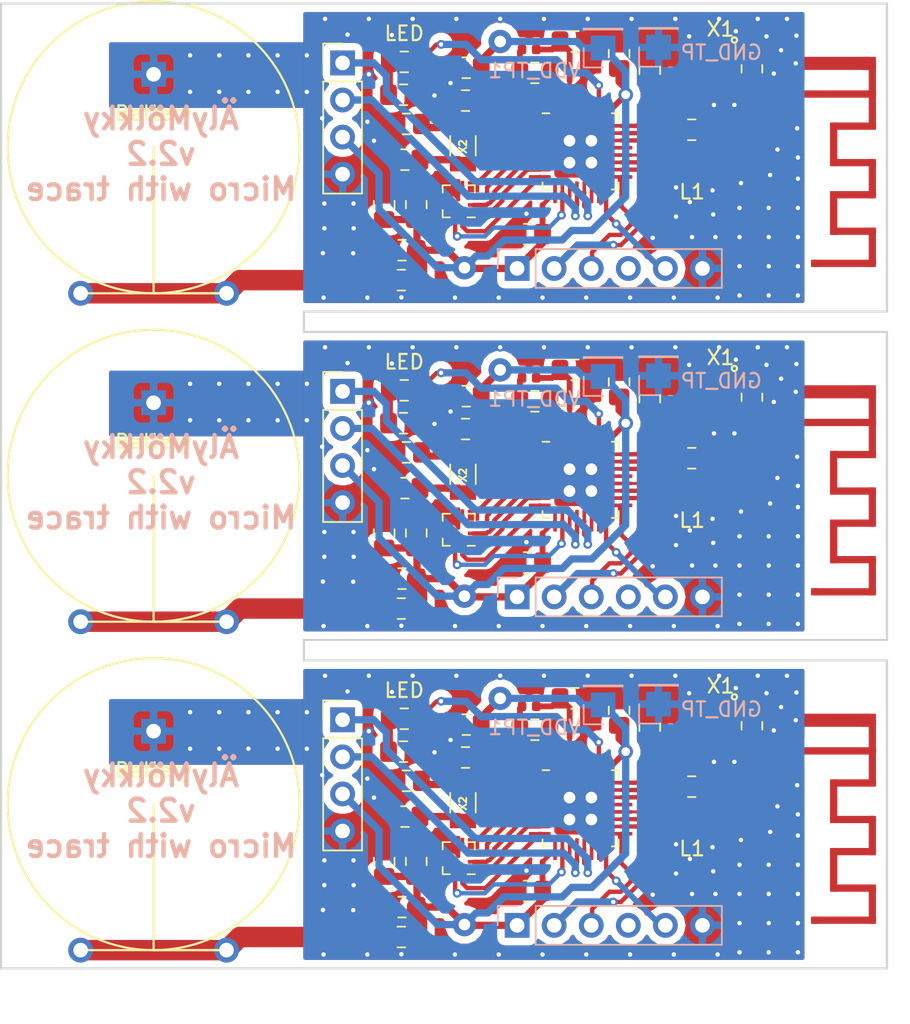
<source format=kicad_pcb>
(kicad_pcb (version 20171130) (host pcbnew "(5.0.2)-1")
  (layers (0 F.Cu signal) (31 B.Cu signal) (34 B.Paste user) (35 F.Paste user) (36 B.SilkS user) (37 F.SilkS user) (38 B.Mask user) (39 F.Mask user) (44 Edge.Cuts user))
  (net 0 "")
  (net 1 /~CS)
  (net 2 /~SAO_SDO)
  (net 3 VDD)
  (net 4 Earth)
  (net 5 /~SDA_SDI)
  (net 6 /~SCL_SPC)
  (net 7 /~INT2)
  (net 8 /~INT1)
  (net 9 "Net-(DCC_L2-Pad2)")
  (net 10 "Net-(DCC_L2-Pad1)")
  (net 11 "Net-(DCC_L3-Pad1)")
  (net 12 "Net-(DEC1_C4-Pad1)")
  (net 13 "Net-(DEC3_C7-Pad1)")
  (net 14 "Net-(L1-Pad2)")
  (net 15 "Net-(LED2-Pad1)")
  (net 16 "Net-(LED2-Pad2)")
  (net 17 /~Reset)
  (net 18 /~SWDIO)
  (net 19 /~SWDCLK)
  (net 20 "Net-(U1-Pad2)")
  (net 21 "Net-(U1-Pad3)")
  (net 22 "Net-(U1-Pad23)")
  (net 23 "Net-(U1-Pad24)")
  (net 24 "Net-(U1-Pad27)")
  (net 25 "Net-(U1-Pad28)")
  (net 26 "Net-(Power_Connection1-Pad2)")
  (net 27 /~RX1)
  (net 28 /~TX0)
  (net 29 "Net-(U1-Pad14)")
  (net 30 "Net-(U1-Pad11)")
  (net 31 "Net-(U1-Pad21)")
  (net 32 "Net-(SWD_connections1-Pad4)")
  (net 33 "Net-(U1-Pad15)")
  (module Custom_footprints_alymolkky:antenna_building_block (layer F.Cu) (at 150.8 139.75 270)
    (fp_text reference "" (at 0 -2.33 270) (layer F.SilkS))
    (fp_text value Conn_01x01_Male)
    (pad 1 smd rect (at 0 0 270) (size 0.5 0.5) (layers F.Cu) (net 4 Earth))
  )
  (module Custom_footprints_alymolkky:antenna_building_block (layer F.Cu) (at 148.15 137.25 270)
    (fp_text reference "" (at 0 -2.33 270) (layer F.SilkS))
    (fp_text value Conn_01x01_Male)
    (pad 1 smd rect (at 0 0 270) (size 0.5 0.5) (layers F.Cu) (net 4 Earth))
  )
  (module Custom_footprints_alymolkky:antenna_building_block (layer F.Cu) (at 150.6 132.95 270)
    (fp_text reference "" (at 0 -2.33 270) (layer F.SilkS))
    (fp_text value Conn_01x01_Male)
    (pad 1 smd rect (at 0 0 270) (size 0.9 0.9) (layers F.Cu) (net 4 Earth))
  )
  (module Custom_footprints_alymolkky:antenna_building_block (layer F.Cu) (at 148.15 139.75 270)
    (fp_text reference "" (at 0 -2.33 270) (layer F.SilkS))
    (fp_text value Conn_01x01_Male)
    (pad 1 smd rect (at 0 0 270) (size 0.5 0.5) (layers F.Cu) (net 4 Earth))
  )
  (module Custom_footprints_alymolkky:antenna_building_block (layer F.Cu) (at 145.9 132.95 270)
    (fp_text reference "" (at 0 -2.33 270) (layer F.SilkS))
    (fp_text value Conn_01x01_Male)
    (pad 1 smd rect (at 0 0 270) (size 0.9 0.5) (layers F.Cu) (net 4 Earth))
  )
  (module Custom_footprints_alymolkky:antenna_building_block (layer F.Cu) (at 150.8 137.25 270)
    (fp_text reference "" (at 0 -2.33 270) (layer F.SilkS))
    (fp_text value Conn_01x01_Male)
    (pad 1 smd rect (at 0 0 270) (size 0.5 0.5) (layers F.Cu) (net 4 Earth))
  )
  (module Custom_footprints_alymolkky:antenna_building_block (layer F.Cu) (at 150.8 144.45 270)
    (fp_text reference "" (at 0 -2.33 270) (layer F.SilkS))
    (fp_text value Conn_01x01_Male)
    (pad 1 smd rect (at 0 0 270) (size 0.5 0.5) (layers F.Cu) (net 4 Earth))
  )
  (module Custom_footprints_alymolkky:antenna_building_block (layer F.Cu) (at 148.15 141.95 270)
    (fp_text reference "" (at 0 -2.33 270) (layer F.SilkS))
    (fp_text value Conn_01x01_Male)
    (pad 1 smd rect (at 0 0 270) (size 0.5 0.5) (layers F.Cu) (net 4 Earth))
  )
  (module Custom_footprints_alymolkky:antenna_building_block (layer F.Cu) (at 145.9 135.05 270)
    (fp_text reference "" (at 0 -2.33 270) (layer F.SilkS))
    (fp_text value Conn_01x01_Male)
    (pad 1 smd rect (at 0 0 270) (size 0.5 0.5) (layers F.Cu) (net 4 Earth))
  )
  (module Custom_footprints_alymolkky:antenna_building_block (layer F.Cu) (at 150.8 146.65 270)
    (fp_text reference "" (at 0 -2.33 270) (layer F.SilkS))
    (fp_text value Conn_01x01_Male)
    (pad 1 smd rect (at 0 0 270) (size 0.5 0.5) (layers F.Cu) (net 4 Earth))
  )
  (module Custom_footprints_alymolkky:antenna_building_block (layer F.Cu) (at 150.8 135.05 270)
    (fp_text reference "" (at 0 -2.33 270) (layer F.SilkS))
    (fp_text value Conn_01x01_Male)
    (pad 1 smd rect (at 0 0 270) (size 0.5 0.5) (layers F.Cu) (net 4 Earth))
  )
  (module Custom_footprints_alymolkky:antenna_building_block (layer F.Cu) (at 148.15 144.45 270)
    (fp_text reference "" (at 0 -2.33 270) (layer F.SilkS))
    (fp_text value Conn_01x01_Male)
    (pad 1 smd rect (at 0 0 270) (size 0.5 0.5) (layers F.Cu) (net 4 Earth))
  )
  (module Custom_footprints_alymolkky:antenna_building_block (layer F.Cu) (at 150.8 141.95 270)
    (fp_text reference "" (at 0 -2.33 270) (layer F.SilkS))
    (fp_text value Conn_01x01_Male)
    (pad 1 smd rect (at 0 0 270) (size 0.5 0.5) (layers F.Cu) (net 4 Earth))
  )
  (module Custom_footprints_alymolkky:antenna_building_block (layer F.Cu) (at 146.85 146.65 270)
    (fp_text reference "" (at 0 -2.33 270) (layer F.SilkS))
    (fp_text value Conn_01x01_Male)
    (pad 1 smd rect (at 0 0 270) (size 0.5 0.5) (layers F.Cu) (net 4 Earth))
  )
  (module Capacitor_SMD:C_0805_2012Metric_Pad1.15x1.40mm_HandSolder (layer F.Cu) (at 118.575 145.75 180)
    (fp_text reference "" (at 0 -1.65 180) (layer F.SilkS))
    (fp_text value 100nF)
    (pad 2 smd roundrect (at 1.025 0 180) (size 1.15 1.4) (layers F.Cu F.Paste F.Mask) (roundrect_rratio 0.217391) (net 4 Earth))
    (pad 1 smd roundrect (at -1.025 0 180) (size 1.15 1.4) (layers F.Cu F.Paste F.Mask) (roundrect_rratio 0.217391) (net 3 VDD))
  )
  (module Capacitor_SMD:C_0805_2012Metric_Pad1.15x1.40mm_HandSolder (layer F.Cu) (at 117.35 142.625 90)
    (fp_text reference "" (at 0 -1.65 90) (layer F.SilkS))
    (fp_text value 100uF)
    (pad 1 smd roundrect (at -1.025 0 90) (size 1.15 1.4) (layers F.Cu F.Paste F.Mask) (roundrect_rratio 0.217391) (net 3 VDD))
    (pad 2 smd roundrect (at 1.025 0 90) (size 1.15 1.4) (layers F.Cu F.Paste F.Mask) (roundrect_rratio 0.217391) (net 4 Earth))
  )
  (module Custom_footprints_alymolkky:Crystal_3.2x2.5x0.8 (layer F.Cu) (at 138.95 133.35 180)
    (fp_text reference X1 (at -1.45 2.75 180) (layer F.SilkS))
    (fp_text value "32MHz Crystal")
    (pad 1 smd rect (at -1.3 1.05 180) (size 1.6 1.4) (layers F.Cu F.Paste F.Mask) (net 22 "Net-(U1-Pad23)"))
    (pad 2 smd rect (at 1.3 1.05 180) (size 1.6 1.4) (layers F.Cu F.Paste F.Mask) (net 4 Earth))
    (pad 3 smd rect (at 1.3 -1.05 180) (size 1.6 1.4) (layers F.Cu F.Paste F.Mask) (net 23 "Net-(U1-Pad24)"))
    (pad 4 smd rect (at -1.3 -1.05 180) (size 1.6 1.4) (layers F.Cu F.Paste F.Mask) (net 4 Earth))
  )
  (module Connector_PinHeader_2.54mm:PinHeader_1x06_P2.54mm_Vertical (layer B.Cu) (at 126.46 147 270)
    (fp_text reference "" (at 0 2.33 270) (layer B.SilkS) (effects (justify mirror)))
    (fp_text value Conn_01x06_Male)
    (pad 1 thru_hole rect (at 0 0 270) (size 1.7 1.7) (drill 1) (layers *.Cu *.Mask) (net 3 VDD))
    (pad 2 thru_hole oval (at 0 -2.54 270) (size 1.7 1.7) (drill 1) (layers *.Cu *.Mask) (net 18 /~SWDIO))
    (pad 3 thru_hole oval (at 0 -5.08 270) (size 1.7 1.7) (drill 1) (layers *.Cu *.Mask) (net 19 /~SWDCLK))
    (pad 4 thru_hole oval (at 0 -7.62 270) (size 1.7 1.7) (drill 1) (layers *.Cu *.Mask) (net 32 "Net-(SWD_connections1-Pad4)"))
    (pad 5 thru_hole oval (at 0 -10.16 270) (size 1.7 1.7) (drill 1) (layers *.Cu *.Mask) (net 17 /~Reset))
    (pad 6 thru_hole oval (at 0 -12.7 270) (size 1.7 1.7) (drill 1) (layers *.Cu *.Mask) (net 4 Earth))
  )
  (module Custom_footprints_alymolkky:LGA-12_2x2mm_P0.5mm (layer F.Cu) (at 122.46 142.4 180)
    (fp_text reference "" (at 0 -1.85 180) (layer F.SilkS))
    (fp_text value LIS2DE12)
    (pad 2 smd rect (at -1.01 -0.25 180) (size 0.775 0.25) (layers F.Cu F.Paste F.Mask) (net 1 /~CS))
    (pad 9 smd rect (at 1.01 -0.25 180) (size 0.775 0.25) (layers F.Cu F.Paste F.Mask) (net 3 VDD))
    (pad 4 smd rect (at -1.01 1 180) (size 0.775 0.75) (layers F.Cu F.Paste F.Mask) (net 5 /~SDA_SDI))
    (pad 7 smd rect (at 1.01 1 180) (size 0.775 0.75) (layers F.Cu F.Paste F.Mask) (net 4 Earth))
    (pad 1 smd rect (at -1.01 -1 180) (size 0.775 0.75) (layers F.Cu F.Paste F.Mask) (net 6 /~SCL_SPC))
    (pad 10 smd rect (at 1.01 -1 180) (size 0.775 0.75) (layers F.Cu F.Paste F.Mask) (net 3 VDD))
    (pad 5 smd rect (at -0.25 1.01 270) (size 0.775 0.25) (layers F.Cu F.Paste F.Mask) (net 4 Earth))
    (pad 12 smd rect (at -0.25 -1.01 270) (size 0.775 0.25) (layers F.Cu F.Paste F.Mask) (net 8 /~INT1))
    (pad 11 smd rect (at 0.25 -1.01 270) (size 0.775 0.25) (layers F.Cu F.Paste F.Mask) (net 7 /~INT2))
    (pad 8 smd rect (at 1.01 0.25 180) (size 0.775 0.25) (layers F.Cu F.Paste F.Mask) (net 4 Earth))
    (pad 6 smd rect (at 0.25 1.01 270) (size 0.775 0.25) (layers F.Cu F.Paste F.Mask) (net 4 Earth))
    (pad 3 smd rect (at -1.01 0.25 180) (size 0.775 0.25) (layers F.Cu F.Paste F.Mask) (net 2 /~SAO_SDO))
  )
  (module Custom_footprints_alymolkky:QFN-32-1EP_5x5mm_P0.5mm_EP3.6x3.6mm (layer F.Cu) (at 130.81 138.98)
    (fp_text reference "" (at 0 -3.8) (layer F.SilkS))
    (fp_text value nRF52810-QCxx)
    (pad 33 smd roundrect (at 0 0) (size 3.6 3.6) (layers F.Cu F.Mask) (roundrect_rratio 0.06944400000000001) (net 4 Earth))
    (pad 24 smd roundrect (at 2.8 -1.75) (size 1.5 0.25) (layers F.Cu F.Paste F.Mask) (net 23 "Net-(U1-Pad24)"))
    (pad 32 smd roundrect (at -1.75 -2.8) (size 0.25 1.5) (layers F.Cu F.Paste F.Mask) (net 3 VDD))
    (pad 31 smd roundrect (at -1.25 -2.8) (size 0.25 1.5) (layers F.Cu F.Paste F.Mask) (net 9 "Net-(DCC_L2-Pad2)"))
    (pad 30 smd roundrect (at -0.75 -2.8) (size 0.25 1.5) (layers F.Cu F.Paste F.Mask) (net 11 "Net-(DCC_L3-Pad1)"))
    (pad 29 smd roundrect (at -0.25 -2.8) (size 0.25 1.5) (layers F.Cu F.Paste F.Mask) (net 4 Earth))
    (pad 28 smd roundrect (at 0.25 -2.8) (size 0.25 1.5) (layers F.Cu F.Paste F.Mask) (net 25 "Net-(U1-Pad28)"))
    (pad 27 smd roundrect (at 0.75 -2.8) (size 0.25 1.5) (layers F.Cu F.Paste F.Mask) (net 24 "Net-(U1-Pad27)"))
    (pad 26 smd roundrect (at 1.25 -2.8) (size 0.25 1.5) (layers F.Cu F.Paste F.Mask) (net 16 "Net-(LED2-Pad2)"))
    (pad 25 smd roundrect (at 1.75 -2.8) (size 0.25 1.5) (layers F.Cu F.Paste F.Mask) (net 3 VDD))
    (pad 23 smd roundrect (at 2.8 -1.25) (size 1.5 0.25) (layers F.Cu F.Paste F.Mask) (net 22 "Net-(U1-Pad23)"))
    (pad 21 smd roundrect (at 2.8 -0.25) (size 1.5 0.25) (layers F.Cu F.Paste F.Mask) (net 31 "Net-(U1-Pad21)"))
    (pad 20 smd roundrect (at 2.8 0.25) (size 1.5 0.25) (layers F.Cu F.Paste F.Mask) (net 4 Earth))
    (pad 19 smd roundrect (at 2.8 0.75) (size 1.5 0.25) (layers F.Cu F.Paste F.Mask) (net 14 "Net-(L1-Pad2)"))
    (pad 18 smd roundrect (at 2.8 1.25) (size 1.5 0.25) (layers F.Cu F.Paste F.Mask) (net 18 /~SWDIO))
    (pad 17 smd roundrect (at 2.8 1.75) (size 1.5 0.25) (layers F.Cu F.Paste F.Mask) (net 19 /~SWDCLK))
    (pad 22 smd roundrect (at 2.8 -0.75) (size 1.5 0.25) (layers F.Cu F.Paste F.Mask) (net 13 "Net-(DEC3_C7-Pad1)"))
    (pad 2 smd roundrect (at -2.8 -1.25) (size 1.5 0.25) (layers F.Cu F.Paste F.Mask) (net 20 "Net-(U1-Pad2)"))
    (pad 1 smd roundrect (at -2.8 -1.75) (size 1.5 0.25) (layers F.Cu F.Paste F.Mask) (net 12 "Net-(DEC1_C4-Pad1)"))
    (pad 3 smd roundrect (at -2.8 -0.75) (size 1.5 0.25) (layers F.Cu F.Paste F.Mask) (net 21 "Net-(U1-Pad3)"))
    (pad 4 smd roundrect (at -2.8 -0.25) (size 1.5 0.25) (layers F.Cu F.Paste F.Mask) (net 5 /~SDA_SDI))
    (pad 5 smd roundrect (at -2.8 0.25) (size 1.5 0.25) (layers F.Cu F.Paste F.Mask) (net 2 /~SAO_SDO))
    (pad 6 smd roundrect (at -2.8 0.75) (size 1.5 0.25) (layers F.Cu F.Paste F.Mask) (net 1 /~CS))
    (pad 7 smd roundrect (at -2.8 1.25) (size 1.5 0.25) (layers F.Cu F.Paste F.Mask) (net 6 /~SCL_SPC))
    (pad 8 smd roundrect (at -2.8 1.75) (size 1.5 0.25) (layers F.Cu F.Paste F.Mask) (net 8 /~INT1))
    (pad 9 smd roundrect (at -1.75 2.8) (size 0.25 1.5) (layers F.Cu F.Paste F.Mask) (net 3 VDD))
    (pad 10 smd roundrect (at -1.25 2.8) (size 0.25 1.5) (layers F.Cu F.Paste F.Mask) (net 7 /~INT2))
    (pad 11 smd roundrect (at -0.75 2.8) (size 0.25 1.5) (layers F.Cu F.Paste F.Mask) (net 30 "Net-(U1-Pad11)"))
    (pad 12 smd roundrect (at -0.25 2.8) (size 0.25 1.5) (layers F.Cu F.Paste F.Mask) (net 27 /~RX1))
    (pad 13 smd roundrect (at 0.25 2.8) (size 0.25 1.5) (layers F.Cu F.Paste F.Mask) (net 28 /~TX0))
    (pad 14 smd roundrect (at 0.75 2.8) (size 0.25 1.5) (layers F.Cu F.Paste F.Mask) (net 29 "Net-(U1-Pad14)"))
    (pad 15 smd roundrect (at 1.25 2.8) (size 0.25 1.5) (layers F.Cu F.Paste F.Mask) (net 33 "Net-(U1-Pad15)"))
    (pad 16 smd roundrect (at 1.75 2.8) (size 0.25 1.5) (layers F.Cu F.Paste F.Mask) (net 17 /~Reset))
  )
  (module Capacitor_SMD:C_0805_2012Metric_Pad1.15x1.40mm_HandSolder (layer F.Cu) (at 122.925 135.5 180)
    (fp_text reference "" (at 0 -1.65 180) (layer F.SilkS))
    (fp_text value 100nF)
    (pad 1 smd roundrect (at -1.025 0 180) (size 1.15 1.4) (layers F.Cu F.Paste F.Mask) (roundrect_rratio 0.217391) (net 12 "Net-(DEC1_C4-Pad1)"))
    (pad 2 smd roundrect (at 1.025 0 180) (size 1.15 1.4) (layers F.Cu F.Paste F.Mask) (roundrect_rratio 0.217391) (net 4 Earth))
  )
  (module Capacitor_SMD:C_0805_2012Metric_Pad1.15x1.40mm_HandSolder (layer F.Cu) (at 127.675 133.6)
    (fp_text reference "" (at 0 -1.65) (layer F.SilkS))
    (fp_text value 10uH)
    (pad 2 smd roundrect (at 1.025 0) (size 1.15 1.4) (layers F.Cu F.Paste F.Mask) (roundrect_rratio 0.217391) (net 9 "Net-(DCC_L2-Pad2)"))
    (pad 1 smd roundrect (at -1.025 0) (size 1.15 1.4) (layers F.Cu F.Paste F.Mask) (roundrect_rratio 0.217391) (net 10 "Net-(DCC_L2-Pad1)"))
  )
  (module Capacitor_SMD:C_0805_2012Metric_Pad1.15x1.40mm_HandSolder (layer F.Cu) (at 119.55 142.625 90)
    (fp_text reference "" (at 0 -1.65 90) (layer F.SilkS))
    (fp_text value 10uF)
    (pad 2 smd roundrect (at 1.025 0 90) (size 1.15 1.4) (layers F.Cu F.Paste F.Mask) (roundrect_rratio 0.217391) (net 4 Earth))
    (pad 1 smd roundrect (at -1.025 0 90) (size 1.15 1.4) (layers F.Cu F.Paste F.Mask) (roundrect_rratio 0.217391) (net 3 VDD))
  )
  (module Resistor_SMD:R_0805_2012Metric_Pad1.15x1.40mm_HandSolder (layer F.Cu) (at 118.525 147.8 180)
    (fp_text reference "" (at 0 -1.65 180) (layer F.SilkS))
    (fp_text value Polyfuse)
    (pad 1 smd roundrect (at -1.025 0 180) (size 1.15 1.4) (layers F.Cu F.Paste F.Mask) (roundrect_rratio 0.217391) (net 3 VDD))
    (pad 2 smd roundrect (at 1.025 0 180) (size 1.15 1.4) (layers F.Cu F.Paste F.Mask) (roundrect_rratio 0.217391) (net 26 "Net-(Power_Connection1-Pad2)"))
  )
  (module Capacitor_SMD:C_0805_2012Metric_Pad1.15x1.40mm_HandSolder (layer F.Cu) (at 138.425 137.5)
    (fp_text reference "" (at 0 -1.65) (layer F.SilkS))
    (fp_text value 100pF)
    (pad 2 smd roundrect (at 1.025 0) (size 1.15 1.4) (layers F.Cu F.Paste F.Mask) (roundrect_rratio 0.217391) (net 4 Earth))
    (pad 1 smd roundrect (at -1.025 0) (size 1.15 1.4) (layers F.Cu F.Paste F.Mask) (roundrect_rratio 0.217391) (net 13 "Net-(DEC3_C7-Pad1)"))
  )
  (module Capacitor_SMD:C_0805_2012Metric_Pad1.15x1.40mm_HandSolder (layer F.Cu) (at 130.425 131.45)
    (fp_text reference "" (at 0 -1.65) (layer F.SilkS))
    (fp_text value 1.0uF)
    (pad 1 smd roundrect (at -1.025 0) (size 1.15 1.4) (layers F.Cu F.Paste F.Mask) (roundrect_rratio 0.217391) (net 11 "Net-(DCC_L3-Pad1)"))
    (pad 2 smd roundrect (at 1.025 0) (size 1.15 1.4) (layers F.Cu F.Paste F.Mask) (roundrect_rratio 0.217391) (net 4 Earth))
  )
  (module Capacitor_SMD:C_0805_2012Metric_Pad1.15x1.40mm_HandSolder (layer F.Cu) (at 118.875 137.1)
    (fp_text reference "" (at 0 -1.65) (layer F.SilkS))
    (fp_text value 12pF)
    (pad 1 smd roundrect (at -1.025 0) (size 1.15 1.4) (layers F.Cu F.Paste F.Mask) (roundrect_rratio 0.217391) (net 4 Earth))
    (pad 2 smd roundrect (at 1.025 0) (size 1.15 1.4) (layers F.Cu F.Paste F.Mask) (roundrect_rratio 0.217391) (net 20 "Net-(U1-Pad2)"))
  )
  (module Capacitor_SMD:C_0805_2012Metric_Pad1.15x1.40mm_HandSolder (layer F.Cu) (at 118.775 139.55)
    (fp_text reference "" (at 0 -1.65) (layer F.SilkS))
    (fp_text value 12pF)
    (pad 2 smd roundrect (at 1.025 0) (size 1.15 1.4) (layers F.Cu F.Paste F.Mask) (roundrect_rratio 0.217391) (net 21 "Net-(U1-Pad3)"))
    (pad 1 smd roundrect (at -1.025 0) (size 1.15 1.4) (layers F.Cu F.Paste F.Mask) (roundrect_rratio 0.217391) (net 4 Earth))
  )
  (module Capacitor_SMD:C_0402_1005Metric (layer F.Cu) (at 127.285 132 180)
    (fp_text reference "" (at 0 -1.17 180) (layer F.SilkS))
    (fp_text value 15nH)
    (pad 1 smd roundrect (at -0.485 0 180) (size 0.59 0.64) (layers F.Cu F.Paste F.Mask) (net 11 "Net-(DCC_L3-Pad1)"))
    (pad 2 smd roundrect (at 0.485 0 180) (size 0.59 0.64) (layers F.Cu F.Paste F.Mask) (net 10 "Net-(DCC_L2-Pad1)"))
  )
  (module Capacitor_SMD:C_0805_2012Metric_Pad1.15x1.40mm_HandSolder (layer F.Cu) (at 142.55 133.325 270)
    (fp_text reference "" (at 0 -1.65 270) (layer F.SilkS))
    (fp_text value 12pF)
    (pad 1 smd roundrect (at -1.025 0 270) (size 1.15 1.4) (layers F.Cu F.Paste F.Mask) (roundrect_rratio 0.217391) (net 22 "Net-(U1-Pad23)"))
    (pad 2 smd roundrect (at 1.025 0 270) (size 1.15 1.4) (layers F.Cu F.Paste F.Mask) (roundrect_rratio 0.217391) (net 4 Earth))
  )
  (module Capacitor_SMD:C_0805_2012Metric_Pad1.15x1.40mm_HandSolder (layer F.Cu) (at 135.55 133.425 90)
    (fp_text reference "" (at 0 -1.65 90) (layer F.SilkS))
    (fp_text value 12pF)
    (pad 2 smd roundrect (at 1.025 0 90) (size 1.15 1.4) (layers F.Cu F.Paste F.Mask) (roundrect_rratio 0.217391) (net 4 Earth))
    (pad 1 smd roundrect (at -1.025 0 90) (size 1.15 1.4) (layers F.Cu F.Paste F.Mask) (roundrect_rratio 0.217391) (net 23 "Net-(U1-Pad24)"))
  )
  (module Resistor_SMD:R_0805_2012Metric_Pad1.15x1.40mm_HandSolder (layer F.Cu) (at 118.725 132.85)
    (fp_text reference LED (at 0 -1.95) (layer F.SilkS))
    (fp_text value LED_ALT)
    (pad 1 smd roundrect (at -1.025 0) (size 1.15 1.4) (layers F.Cu F.Paste F.Mask) (roundrect_rratio 0.217391) (net 15 "Net-(LED2-Pad1)"))
    (pad 2 smd roundrect (at 1.025 0) (size 1.15 1.4) (layers F.Cu F.Paste F.Mask) (roundrect_rratio 0.217391) (net 16 "Net-(LED2-Pad2)"))
  )
  (module Custom_footprints_alymolkky:PinHeader_1x02_P2.54mm_Vertical (layer F.Cu) (at 101.55 138.7)
    (fp_text reference Battery (at 0 -2.33) (layer F.SilkS))
    (fp_text value Conn_01x02_Female)
    (pad 1 thru_hole rect (at 0 -5) (size 1.7 1.7) (drill 1) (layers *.Cu *.Mask) (net 4 Earth))
    (pad 2 thru_hole oval (at -5 10) (size 1.7 1.7) (drill 1) (layers *.Cu *.Mask) (net 26 "Net-(Power_Connection1-Pad2)"))
    (pad 2 thru_hole oval (at 5 10) (size 1.7 1.7) (drill 1) (layers *.Cu *.Mask) (net 26 "Net-(Power_Connection1-Pad2)"))
  )
  (module Resistor_SMD:R_0805_2012Metric_Pad1.15x1.40mm_HandSolder (layer F.Cu) (at 118.675 135.1)
    (fp_text reference "" (at 0 -1.65) (layer F.SilkS))
    (fp_text value 220)
    (pad 1 smd roundrect (at -1.025 0) (size 1.15 1.4) (layers F.Cu F.Paste F.Mask) (roundrect_rratio 0.217391) (net 15 "Net-(LED2-Pad1)"))
    (pad 2 smd roundrect (at 1.025 0) (size 1.15 1.4) (layers F.Cu F.Paste F.Mask) (roundrect_rratio 0.217391) (net 4 Earth))
  )
  (module Capacitor_SMD:C_0805_2012Metric_Pad1.15x1.40mm_HandSolder (layer F.Cu) (at 127.175 144.65 180)
    (fp_text reference "" (at 0 -1.65 180) (layer F.SilkS))
    (fp_text value 100nF)
    (pad 2 smd roundrect (at 1.025 0 180) (size 1.15 1.4) (layers F.Cu F.Paste F.Mask) (roundrect_rratio 0.217391) (net 4 Earth))
    (pad 1 smd roundrect (at -1.025 0 180) (size 1.15 1.4) (layers F.Cu F.Paste F.Mask) (roundrect_rratio 0.217391) (net 3 VDD))
  )
  (module Crystal:Crystal_SMD_3215-2Pin_3.2x1.5mm (layer F.Cu) (at 122.75 138.6 90)
    (fp_text reference X2 (at -0.05 0 90) (layer F.SilkS) (effects (font (size 0.5 0.5) (thickness 0.125))))
    (fp_text value "32.768 kHz Crystal")
    (pad 1 smd rect (at 1.25 0 90) (size 1 1.8) (layers F.Cu F.Paste F.Mask) (net 20 "Net-(U1-Pad2)"))
    (pad 2 smd rect (at -1.25 0 90) (size 1 1.8) (layers F.Cu F.Paste F.Mask) (net 21 "Net-(U1-Pad3)"))
  )
  (module Capacitor_SMD:C_0805_2012Metric_Pad1.15x1.40mm_HandSolder (layer F.Cu) (at 122.975 133.25 180)
    (fp_text reference "" (at 0 -1.65 180) (layer F.SilkS))
    (fp_text value 100nF)
    (pad 2 smd roundrect (at 1.025 0 180) (size 1.15 1.4) (layers F.Cu F.Paste F.Mask) (roundrect_rratio 0.217391) (net 4 Earth))
    (pad 1 smd roundrect (at -1.025 0 180) (size 1.15 1.4) (layers F.Cu F.Paste F.Mask) (roundrect_rratio 0.217391) (net 3 VDD))
  )
  (module Connector_PinHeader_2.54mm:PinHeader_1x04_P2.54mm_Vertical (layer F.Cu) (at 114.5 132.92)
    (fp_text reference "" (at 0 -2.33) (layer F.SilkS))
    (fp_text value Conn_01x04_Male)
    (pad 1 thru_hole rect (at 0 0) (size 1.7 1.7) (drill 1) (layers *.Cu *.Mask) (net 28 /~TX0))
    (pad 2 thru_hole oval (at 0 2.54) (size 1.7 1.7) (drill 1) (layers *.Cu *.Mask) (net 27 /~RX1))
    (pad 3 thru_hole oval (at 0 5.08) (size 1.7 1.7) (drill 1) (layers *.Cu *.Mask) (net 3 VDD))
    (pad 4 thru_hole oval (at 0 7.62) (size 1.7 1.7) (drill 1) (layers *.Cu *.Mask) (net 4 Earth))
  )
  (module Capacitor_SMD:C_0805_2012Metric_Pad1.15x1.40mm_HandSolder (layer F.Cu) (at 133.45 132.275 90)
    (fp_text reference "" (at 0 -1.65 90) (layer F.SilkS))
    (fp_text value 4.7uF)
    (pad 1 smd roundrect (at -1.025 0 90) (size 1.15 1.4) (layers F.Cu F.Paste F.Mask) (roundrect_rratio 0.217391) (net 3 VDD))
    (pad 2 smd roundrect (at 1.025 0 90) (size 1.15 1.4) (layers F.Cu F.Paste F.Mask) (roundrect_rratio 0.217391) (net 4 Earth))
  )
  (module Capacitor_SMD:C_0402_1005Metric (layer F.Cu) (at 136.2 139.6 90)
    (fp_text reference "" (at 0 -1.17 90) (layer F.SilkS))
    (fp_text value 0.8pF)
    (pad 1 smd roundrect (at -0.485 0 90) (size 0.59 0.64) (layers F.Cu F.Paste F.Mask) (net 14 "Net-(L1-Pad2)"))
    (pad 2 smd roundrect (at 0.485 0 90) (size 0.59 0.64) (layers F.Cu F.Paste F.Mask) (net 4 Earth))
  )
  (module Resistor_SMD:R_0402_1005Metric (layer F.Cu) (at 138.785 140.1 180)
    (fp_text reference L1 (at 0.335 -1.65 180) (layer F.SilkS))
    (fp_text value 3.9nH)
    (pad 1 smd roundrect (at -0.485 0 180) (size 0.59 0.64) (layers F.Cu F.Paste F.Mask) (net 4 Earth))
    (pad 2 smd roundrect (at 0.485 0 180) (size 0.59 0.64) (layers F.Cu F.Paste F.Mask) (net 14 "Net-(L1-Pad2)"))
  )
  (module Connector_PinHeader_2.54mm:PinHeader_1x01_P2.54mm_Vertical (layer B.Cu) (at 136.15 131.85)
    (fp_text reference GND_TP (at 4.3 0.35) (layer B.SilkS) (effects (justify mirror)))
    (fp_text value Conn_01x01_Male)
    (pad 1 smd rect (at 0 0) (size 1.7 1.7) (layers B.Cu B.Paste B.Mask) (net 4 Earth))
  )
  (module Connector_PinHeader_2.54mm:PinHeader_1x01_P2.54mm_Vertical (layer B.Cu) (at 132.35 131.9)
    (fp_text reference VDD_TP1 (at -4.7 1.55) (layer B.SilkS) (effects (justify mirror)))
    (fp_text value Conn_01x01_Male)
    (pad 1 smd rect (at 0 0) (size 1.7 1.7) (layers B.Cu B.Paste B.Mask) (net 3 VDD))
  )
  (module Capacitor_SMD:C_0805_2012Metric_Pad1.15x1.40mm_HandSolder (layer F.Cu) (at 122.975 110.75 180)
    (fp_text reference "" (at 0 -1.65 180) (layer F.SilkS))
    (fp_text value 100nF)
    (pad 1 smd roundrect (at -1.025 0 180) (size 1.15 1.4) (layers F.Cu F.Paste F.Mask) (roundrect_rratio 0.217391) (net 3 VDD))
    (pad 2 smd roundrect (at 1.025 0 180) (size 1.15 1.4) (layers F.Cu F.Paste F.Mask) (roundrect_rratio 0.217391) (net 4 Earth))
  )
  (module Capacitor_SMD:C_0805_2012Metric_Pad1.15x1.40mm_HandSolder (layer F.Cu) (at 127.175 122.15 180)
    (fp_text reference "" (at 0 -1.65 180) (layer F.SilkS))
    (fp_text value 100nF)
    (pad 1 smd roundrect (at -1.025 0 180) (size 1.15 1.4) (layers F.Cu F.Paste F.Mask) (roundrect_rratio 0.217391) (net 3 VDD))
    (pad 2 smd roundrect (at 1.025 0 180) (size 1.15 1.4) (layers F.Cu F.Paste F.Mask) (roundrect_rratio 0.217391) (net 4 Earth))
  )
  (module Resistor_SMD:R_0805_2012Metric_Pad1.15x1.40mm_HandSolder (layer F.Cu) (at 118.675 112.6)
    (fp_text reference "" (at 0 -1.65) (layer F.SilkS))
    (fp_text value 220)
    (pad 2 smd roundrect (at 1.025 0) (size 1.15 1.4) (layers F.Cu F.Paste F.Mask) (roundrect_rratio 0.217391) (net 4 Earth))
    (pad 1 smd roundrect (at -1.025 0) (size 1.15 1.4) (layers F.Cu F.Paste F.Mask) (roundrect_rratio 0.217391) (net 15 "Net-(LED2-Pad1)"))
  )
  (module Capacitor_SMD:C_0805_2012Metric_Pad1.15x1.40mm_HandSolder (layer F.Cu) (at 142.55 110.825 270)
    (fp_text reference "" (at 0 -1.65 270) (layer F.SilkS))
    (fp_text value 12pF)
    (pad 2 smd roundrect (at 1.025 0 270) (size 1.15 1.4) (layers F.Cu F.Paste F.Mask) (roundrect_rratio 0.217391) (net 4 Earth))
    (pad 1 smd roundrect (at -1.025 0 270) (size 1.15 1.4) (layers F.Cu F.Paste F.Mask) (roundrect_rratio 0.217391) (net 22 "Net-(U1-Pad23)"))
  )
  (module Resistor_SMD:R_0805_2012Metric_Pad1.15x1.40mm_HandSolder (layer F.Cu) (at 118.525 125.3 180)
    (fp_text reference "" (at 0 -1.65 180) (layer F.SilkS))
    (fp_text value Polyfuse)
    (pad 2 smd roundrect (at 1.025 0 180) (size 1.15 1.4) (layers F.Cu F.Paste F.Mask) (roundrect_rratio 0.217391) (net 26 "Net-(Power_Connection1-Pad2)"))
    (pad 1 smd roundrect (at -1.025 0 180) (size 1.15 1.4) (layers F.Cu F.Paste F.Mask) (roundrect_rratio 0.217391) (net 3 VDD))
  )
  (module Capacitor_SMD:C_0805_2012Metric_Pad1.15x1.40mm_HandSolder (layer F.Cu) (at 135.55 110.925 90)
    (fp_text reference "" (at 0 -1.65 90) (layer F.SilkS))
    (fp_text value 12pF)
    (pad 1 smd roundrect (at -1.025 0 90) (size 1.15 1.4) (layers F.Cu F.Paste F.Mask) (roundrect_rratio 0.217391) (net 23 "Net-(U1-Pad24)"))
    (pad 2 smd roundrect (at 1.025 0 90) (size 1.15 1.4) (layers F.Cu F.Paste F.Mask) (roundrect_rratio 0.217391) (net 4 Earth))
  )
  (module Connector_PinHeader_2.54mm:PinHeader_1x01_P2.54mm_Vertical (layer B.Cu) (at 132.35 109.4)
    (fp_text reference VDD_TP1 (at -4.7 1.55) (layer B.SilkS) (effects (justify mirror)))
    (fp_text value Conn_01x01_Male)
    (pad 1 smd rect (at 0 0) (size 1.7 1.7) (layers B.Cu B.Paste B.Mask) (net 3 VDD))
  )
  (module Capacitor_SMD:C_0402_1005Metric (layer F.Cu) (at 127.285 109.5 180)
    (fp_text reference "" (at 0 -1.17 180) (layer F.SilkS))
    (fp_text value 15nH)
    (pad 2 smd roundrect (at 0.485 0 180) (size 0.59 0.64) (layers F.Cu F.Paste F.Mask) (net 10 "Net-(DCC_L2-Pad1)"))
    (pad 1 smd roundrect (at -0.485 0 180) (size 0.59 0.64) (layers F.Cu F.Paste F.Mask) (net 11 "Net-(DCC_L3-Pad1)"))
  )
  (module Connector_PinHeader_2.54mm:PinHeader_1x04_P2.54mm_Vertical (layer F.Cu) (at 114.5 110.42)
    (fp_text reference "" (at 0 -2.33) (layer F.SilkS))
    (fp_text value Conn_01x04_Male)
    (pad 4 thru_hole oval (at 0 7.62) (size 1.7 1.7) (drill 1) (layers *.Cu *.Mask) (net 4 Earth))
    (pad 3 thru_hole oval (at 0 5.08) (size 1.7 1.7) (drill 1) (layers *.Cu *.Mask) (net 3 VDD))
    (pad 2 thru_hole oval (at 0 2.54) (size 1.7 1.7) (drill 1) (layers *.Cu *.Mask) (net 27 /~RX1))
    (pad 1 thru_hole rect (at 0 0) (size 1.7 1.7) (drill 1) (layers *.Cu *.Mask) (net 28 /~TX0))
  )
  (module Capacitor_SMD:C_0805_2012Metric_Pad1.15x1.40mm_HandSolder (layer F.Cu) (at 133.45 109.775 90)
    (fp_text reference "" (at 0 -1.65 90) (layer F.SilkS))
    (fp_text value 4.7uF)
    (pad 2 smd roundrect (at 1.025 0 90) (size 1.15 1.4) (layers F.Cu F.Paste F.Mask) (roundrect_rratio 0.217391) (net 4 Earth))
    (pad 1 smd roundrect (at -1.025 0 90) (size 1.15 1.4) (layers F.Cu F.Paste F.Mask) (roundrect_rratio 0.217391) (net 3 VDD))
  )
  (module Capacitor_SMD:C_0805_2012Metric_Pad1.15x1.40mm_HandSolder (layer F.Cu) (at 118.775 117.05)
    (fp_text reference "" (at 0 -1.65) (layer F.SilkS))
    (fp_text value 12pF)
    (pad 1 smd roundrect (at -1.025 0) (size 1.15 1.4) (layers F.Cu F.Paste F.Mask) (roundrect_rratio 0.217391) (net 4 Earth))
    (pad 2 smd roundrect (at 1.025 0) (size 1.15 1.4) (layers F.Cu F.Paste F.Mask) (roundrect_rratio 0.217391) (net 21 "Net-(U1-Pad3)"))
  )
  (module Capacitor_SMD:C_0805_2012Metric_Pad1.15x1.40mm_HandSolder (layer F.Cu) (at 118.875 114.6)
    (fp_text reference "" (at 0 -1.65) (layer F.SilkS))
    (fp_text value 12pF)
    (pad 2 smd roundrect (at 1.025 0) (size 1.15 1.4) (layers F.Cu F.Paste F.Mask) (roundrect_rratio 0.217391) (net 20 "Net-(U1-Pad2)"))
    (pad 1 smd roundrect (at -1.025 0) (size 1.15 1.4) (layers F.Cu F.Paste F.Mask) (roundrect_rratio 0.217391) (net 4 Earth))
  )
  (module Resistor_SMD:R_0402_1005Metric (layer F.Cu) (at 138.785 117.6 180)
    (fp_text reference L1 (at 0.335 -1.65 180) (layer F.SilkS))
    (fp_text value 3.9nH)
    (pad 2 smd roundrect (at 0.485 0 180) (size 0.59 0.64) (layers F.Cu F.Paste F.Mask) (net 14 "Net-(L1-Pad2)"))
    (pad 1 smd roundrect (at -0.485 0 180) (size 0.59 0.64) (layers F.Cu F.Paste F.Mask) (net 4 Earth))
  )
  (module Crystal:Crystal_SMD_3215-2Pin_3.2x1.5mm (layer F.Cu) (at 122.75 116.1 90)
    (fp_text reference X2 (at -0.05 0 90) (layer F.SilkS) (effects (font (size 0.5 0.5) (thickness 0.125))))
    (fp_text value "32.768 kHz Crystal")
    (pad 2 smd rect (at -1.25 0 90) (size 1 1.8) (layers F.Cu F.Paste F.Mask) (net 21 "Net-(U1-Pad3)"))
    (pad 1 smd rect (at 1.25 0 90) (size 1 1.8) (layers F.Cu F.Paste F.Mask) (net 20 "Net-(U1-Pad2)"))
  )
  (module Capacitor_SMD:C_0402_1005Metric (layer F.Cu) (at 136.2 117.1 90)
    (fp_text reference "" (at 0 -1.17 90) (layer F.SilkS))
    (fp_text value 0.8pF)
    (pad 2 smd roundrect (at 0.485 0 90) (size 0.59 0.64) (layers F.Cu F.Paste F.Mask) (net 4 Earth))
    (pad 1 smd roundrect (at -0.485 0 90) (size 0.59 0.64) (layers F.Cu F.Paste F.Mask) (net 14 "Net-(L1-Pad2)"))
  )
  (module Custom_footprints_alymolkky:PinHeader_1x02_P2.54mm_Vertical (layer F.Cu) (at 101.55 116.2)
    (fp_text reference Battery (at 0 -2.33) (layer F.SilkS))
    (fp_text value Conn_01x02_Female)
    (pad 2 thru_hole oval (at 5 10) (size 1.7 1.7) (drill 1) (layers *.Cu *.Mask) (net 26 "Net-(Power_Connection1-Pad2)"))
    (pad 2 thru_hole oval (at -5 10) (size 1.7 1.7) (drill 1) (layers *.Cu *.Mask) (net 26 "Net-(Power_Connection1-Pad2)"))
    (pad 1 thru_hole rect (at 0 -5) (size 1.7 1.7) (drill 1) (layers *.Cu *.Mask) (net 4 Earth))
  )
  (module Resistor_SMD:R_0805_2012Metric_Pad1.15x1.40mm_HandSolder (layer F.Cu) (at 118.725 110.35)
    (fp_text reference LED (at 0 -1.95) (layer F.SilkS))
    (fp_text value LED_ALT)
    (pad 2 smd roundrect (at 1.025 0) (size 1.15 1.4) (layers F.Cu F.Paste F.Mask) (roundrect_rratio 0.217391) (net 16 "Net-(LED2-Pad2)"))
    (pad 1 smd roundrect (at -1.025 0) (size 1.15 1.4) (layers F.Cu F.Paste F.Mask) (roundrect_rratio 0.217391) (net 15 "Net-(LED2-Pad1)"))
  )
  (module Capacitor_SMD:C_0805_2012Metric_Pad1.15x1.40mm_HandSolder (layer F.Cu) (at 138.425 115)
    (fp_text reference "" (at 0 -1.65) (layer F.SilkS))
    (fp_text value 100pF)
    (pad 1 smd roundrect (at -1.025 0) (size 1.15 1.4) (layers F.Cu F.Paste F.Mask) (roundrect_rratio 0.217391) (net 13 "Net-(DEC3_C7-Pad1)"))
    (pad 2 smd roundrect (at 1.025 0) (size 1.15 1.4) (layers F.Cu F.Paste F.Mask) (roundrect_rratio 0.217391) (net 4 Earth))
  )
  (module Connector_PinHeader_2.54mm:PinHeader_1x01_P2.54mm_Vertical (layer B.Cu) (at 136.15 109.35)
    (fp_text reference GND_TP (at 4.3 0.35) (layer B.SilkS) (effects (justify mirror)))
    (fp_text value Conn_01x01_Male)
    (pad 1 smd rect (at 0 0) (size 1.7 1.7) (layers B.Cu B.Paste B.Mask) (net 4 Earth))
  )
  (module Capacitor_SMD:C_0805_2012Metric_Pad1.15x1.40mm_HandSolder (layer F.Cu) (at 130.425 108.95)
    (fp_text reference "" (at 0 -1.65) (layer F.SilkS))
    (fp_text value 1.0uF)
    (pad 2 smd roundrect (at 1.025 0) (size 1.15 1.4) (layers F.Cu F.Paste F.Mask) (roundrect_rratio 0.217391) (net 4 Earth))
    (pad 1 smd roundrect (at -1.025 0) (size 1.15 1.4) (layers F.Cu F.Paste F.Mask) (roundrect_rratio 0.217391) (net 11 "Net-(DCC_L3-Pad1)"))
  )
  (module Custom_footprints_alymolkky:QFN-32-1EP_5x5mm_P0.5mm_EP3.6x3.6mm (layer F.Cu) (at 130.81 116.48)
    (fp_text reference "" (at 0 -3.8) (layer F.SilkS))
    (fp_text value nRF52810-QCxx)
    (pad 16 smd roundrect (at 1.75 2.8) (size 0.25 1.5) (layers F.Cu F.Paste F.Mask) (net 17 /~Reset))
    (pad 15 smd roundrect (at 1.25 2.8) (size 0.25 1.5) (layers F.Cu F.Paste F.Mask) (net 33 "Net-(U1-Pad15)"))
    (pad 14 smd roundrect (at 0.75 2.8) (size 0.25 1.5) (layers F.Cu F.Paste F.Mask) (net 29 "Net-(U1-Pad14)"))
    (pad 13 smd roundrect (at 0.25 2.8) (size 0.25 1.5) (layers F.Cu F.Paste F.Mask) (net 28 /~TX0))
    (pad 12 smd roundrect (at -0.25 2.8) (size 0.25 1.5) (layers F.Cu F.Paste F.Mask) (net 27 /~RX1))
    (pad 11 smd roundrect (at -0.75 2.8) (size 0.25 1.5) (layers F.Cu F.Paste F.Mask) (net 30 "Net-(U1-Pad11)"))
    (pad 10 smd roundrect (at -1.25 2.8) (size 0.25 1.5) (layers F.Cu F.Paste F.Mask) (net 7 /~INT2))
    (pad 9 smd roundrect (at -1.75 2.8) (size 0.25 1.5) (layers F.Cu F.Paste F.Mask) (net 3 VDD))
    (pad 8 smd roundrect (at -2.8 1.75) (size 1.5 0.25) (layers F.Cu F.Paste F.Mask) (net 8 /~INT1))
    (pad 7 smd roundrect (at -2.8 1.25) (size 1.5 0.25) (layers F.Cu F.Paste F.Mask) (net 6 /~SCL_SPC))
    (pad 6 smd roundrect (at -2.8 0.75) (size 1.5 0.25) (layers F.Cu F.Paste F.Mask) (net 1 /~CS))
    (pad 5 smd roundrect (at -2.8 0.25) (size 1.5 0.25) (layers F.Cu F.Paste F.Mask) (net 2 /~SAO_SDO))
    (pad 4 smd roundrect (at -2.8 -0.25) (size 1.5 0.25) (layers F.Cu F.Paste F.Mask) (net 5 /~SDA_SDI))
    (pad 3 smd roundrect (at -2.8 -0.75) (size 1.5 0.25) (layers F.Cu F.Paste F.Mask) (net 21 "Net-(U1-Pad3)"))
    (pad 1 smd roundrect (at -2.8 -1.75) (size 1.5 0.25) (layers F.Cu F.Paste F.Mask) (net 12 "Net-(DEC1_C4-Pad1)"))
    (pad 2 smd roundrect (at -2.8 -1.25) (size 1.5 0.25) (layers F.Cu F.Paste F.Mask) (net 20 "Net-(U1-Pad2)"))
    (pad 22 smd roundrect (at 2.8 -0.75) (size 1.5 0.25) (layers F.Cu F.Paste F.Mask) (net 13 "Net-(DEC3_C7-Pad1)"))
    (pad 17 smd roundrect (at 2.8 1.75) (size 1.5 0.25) (layers F.Cu F.Paste F.Mask) (net 19 /~SWDCLK))
    (pad 18 smd roundrect (at 2.8 1.25) (size 1.5 0.25) (layers F.Cu F.Paste F.Mask) (net 18 /~SWDIO))
    (pad 19 smd roundrect (at 2.8 0.75) (size 1.5 0.25) (layers F.Cu F.Paste F.Mask) (net 14 "Net-(L1-Pad2)"))
    (pad 20 smd roundrect (at 2.8 0.25) (size 1.5 0.25) (layers F.Cu F.Paste F.Mask) (net 4 Earth))
    (pad 21 smd roundrect (at 2.8 -0.25) (size 1.5 0.25) (layers F.Cu F.Paste F.Mask) (net 31 "Net-(U1-Pad21)"))
    (pad 23 smd roundrect (at 2.8 -1.25) (size 1.5 0.25) (layers F.Cu F.Paste F.Mask) (net 22 "Net-(U1-Pad23)"))
    (pad 25 smd roundrect (at 1.75 -2.8) (size 0.25 1.5) (layers F.Cu F.Paste F.Mask) (net 3 VDD))
    (pad 26 smd roundrect (at 1.25 -2.8) (size 0.25 1.5) (layers F.Cu F.Paste F.Mask) (net 16 "Net-(LED2-Pad2)"))
    (pad 27 smd roundrect (at 0.75 -2.8) (size 0.25 1.5) (layers F.Cu F.Paste F.Mask) (net 24 "Net-(U1-Pad27)"))
    (pad 28 smd roundrect (at 0.25 -2.8) (size 0.25 1.5) (layers F.Cu F.Paste F.Mask) (net 25 "Net-(U1-Pad28)"))
    (pad 29 smd roundrect (at -0.25 -2.8) (size 0.25 1.5) (layers F.Cu F.Paste F.Mask) (net 4 Earth))
    (pad 30 smd roundrect (at -0.75 -2.8) (size 0.25 1.5) (layers F.Cu F.Paste F.Mask) (net 11 "Net-(DCC_L3-Pad1)"))
    (pad 31 smd roundrect (at -1.25 -2.8) (size 0.25 1.5) (layers F.Cu F.Paste F.Mask) (net 9 "Net-(DCC_L2-Pad2)"))
    (pad 32 smd roundrect (at -1.75 -2.8) (size 0.25 1.5) (layers F.Cu F.Paste F.Mask) (net 3 VDD))
    (pad 24 smd roundrect (at 2.8 -1.75) (size 1.5 0.25) (layers F.Cu F.Paste F.Mask) (net 23 "Net-(U1-Pad24)"))
    (pad 33 smd roundrect (at 0 0) (size 3.6 3.6) (layers F.Cu F.Mask) (roundrect_rratio 0.06944400000000001) (net 4 Earth))
  )
  (module Capacitor_SMD:C_0805_2012Metric_Pad1.15x1.40mm_HandSolder (layer F.Cu) (at 122.925 113 180)
    (fp_text reference "" (at 0 -1.65 180) (layer F.SilkS))
    (fp_text value 100nF)
    (pad 2 smd roundrect (at 1.025 0 180) (size 1.15 1.4) (layers F.Cu F.Paste F.Mask) (roundrect_rratio 0.217391) (net 4 Earth))
    (pad 1 smd roundrect (at -1.025 0 180) (size 1.15 1.4) (layers F.Cu F.Paste F.Mask) (roundrect_rratio 0.217391) (net 12 "Net-(DEC1_C4-Pad1)"))
  )
  (module Custom_footprints_alymolkky:LGA-12_2x2mm_P0.5mm (layer F.Cu) (at 122.46 119.9 180)
    (fp_text reference "" (at 0 -1.85 180) (layer F.SilkS))
    (fp_text value LIS2DE12)
    (pad 3 smd rect (at -1.01 0.25 180) (size 0.775 0.25) (layers F.Cu F.Paste F.Mask) (net 2 /~SAO_SDO))
    (pad 6 smd rect (at 0.25 1.01 270) (size 0.775 0.25) (layers F.Cu F.Paste F.Mask) (net 4 Earth))
    (pad 8 smd rect (at 1.01 0.25 180) (size 0.775 0.25) (layers F.Cu F.Paste F.Mask) (net 4 Earth))
    (pad 11 smd rect (at 0.25 -1.01 270) (size 0.775 0.25) (layers F.Cu F.Paste F.Mask) (net 7 /~INT2))
    (pad 12 smd rect (at -0.25 -1.01 270) (size 0.775 0.25) (layers F.Cu F.Paste F.Mask) (net 8 /~INT1))
    (pad 5 smd rect (at -0.25 1.01 270) (size 0.775 0.25) (layers F.Cu F.Paste F.Mask) (net 4 Earth))
    (pad 10 smd rect (at 1.01 -1 180) (size 0.775 0.75) (layers F.Cu F.Paste F.Mask) (net 3 VDD))
    (pad 1 smd rect (at -1.01 -1 180) (size 0.775 0.75) (layers F.Cu F.Paste F.Mask) (net 6 /~SCL_SPC))
    (pad 7 smd rect (at 1.01 1 180) (size 0.775 0.75) (layers F.Cu F.Paste F.Mask) (net 4 Earth))
    (pad 4 smd rect (at -1.01 1 180) (size 0.775 0.75) (layers F.Cu F.Paste F.Mask) (net 5 /~SDA_SDI))
    (pad 9 smd rect (at 1.01 -0.25 180) (size 0.775 0.25) (layers F.Cu F.Paste F.Mask) (net 3 VDD))
    (pad 2 smd rect (at -1.01 -0.25 180) (size 0.775 0.25) (layers F.Cu F.Paste F.Mask) (net 1 /~CS))
  )
  (module Capacitor_SMD:C_0805_2012Metric_Pad1.15x1.40mm_HandSolder (layer F.Cu) (at 127.675 111.1)
    (fp_text reference "" (at 0 -1.65) (layer F.SilkS))
    (fp_text value 10uH)
    (pad 1 smd roundrect (at -1.025 0) (size 1.15 1.4) (layers F.Cu F.Paste F.Mask) (roundrect_rratio 0.217391) (net 10 "Net-(DCC_L2-Pad1)"))
    (pad 2 smd roundrect (at 1.025 0) (size 1.15 1.4) (layers F.Cu F.Paste F.Mask) (roundrect_rratio 0.217391) (net 9 "Net-(DCC_L2-Pad2)"))
  )
  (module Capacitor_SMD:C_0805_2012Metric_Pad1.15x1.40mm_HandSolder (layer F.Cu) (at 119.55 120.125 90)
    (fp_text reference "" (at 0 -1.65 90) (layer F.SilkS))
    (fp_text value 10uF)
    (pad 1 smd roundrect (at -1.025 0 90) (size 1.15 1.4) (layers F.Cu F.Paste F.Mask) (roundrect_rratio 0.217391) (net 3 VDD))
    (pad 2 smd roundrect (at 1.025 0 90) (size 1.15 1.4) (layers F.Cu F.Paste F.Mask) (roundrect_rratio 0.217391) (net 4 Earth))
  )
  (module Capacitor_SMD:C_0805_2012Metric_Pad1.15x1.40mm_HandSolder (layer F.Cu) (at 118.575 123.25 180)
    (fp_text reference "" (at 0 -1.65 180) (layer F.SilkS))
    (fp_text value 100nF)
    (pad 1 smd roundrect (at -1.025 0 180) (size 1.15 1.4) (layers F.Cu F.Paste F.Mask) (roundrect_rratio 0.217391) (net 3 VDD))
    (pad 2 smd roundrect (at 1.025 0 180) (size 1.15 1.4) (layers F.Cu F.Paste F.Mask) (roundrect_rratio 0.217391) (net 4 Earth))
  )
  (module Capacitor_SMD:C_0805_2012Metric_Pad1.15x1.40mm_HandSolder (layer F.Cu) (at 117.35 120.125 90)
    (fp_text reference "" (at 0 -1.65 90) (layer F.SilkS))
    (fp_text value 100uF)
    (pad 2 smd roundrect (at 1.025 0 90) (size 1.15 1.4) (layers F.Cu F.Paste F.Mask) (roundrect_rratio 0.217391) (net 4 Earth))
    (pad 1 smd roundrect (at -1.025 0 90) (size 1.15 1.4) (layers F.Cu F.Paste F.Mask) (roundrect_rratio 0.217391) (net 3 VDD))
  )
  (module Custom_footprints_alymolkky:Crystal_3.2x2.5x0.8 (layer F.Cu) (at 138.95 110.85 180)
    (fp_text reference X1 (at -1.45 2.75 180) (layer F.SilkS))
    (fp_text value "32MHz Crystal")
    (pad 4 smd rect (at -1.3 -1.05 180) (size 1.6 1.4) (layers F.Cu F.Paste F.Mask) (net 4 Earth))
    (pad 3 smd rect (at 1.3 -1.05 180) (size 1.6 1.4) (layers F.Cu F.Paste F.Mask) (net 23 "Net-(U1-Pad24)"))
    (pad 2 smd rect (at 1.3 1.05 180) (size 1.6 1.4) (layers F.Cu F.Paste F.Mask) (net 4 Earth))
    (pad 1 smd rect (at -1.3 1.05 180) (size 1.6 1.4) (layers F.Cu F.Paste F.Mask) (net 22 "Net-(U1-Pad23)"))
  )
  (module Connector_PinHeader_2.54mm:PinHeader_1x06_P2.54mm_Vertical (layer B.Cu) (at 126.46 124.5 270)
    (fp_text reference "" (at 0 2.33 270) (layer B.SilkS) (effects (justify mirror)))
    (fp_text value Conn_01x06_Male)
    (pad 6 thru_hole oval (at 0 -12.7 270) (size 1.7 1.7) (drill 1) (layers *.Cu *.Mask) (net 4 Earth))
    (pad 5 thru_hole oval (at 0 -10.16 270) (size 1.7 1.7) (drill 1) (layers *.Cu *.Mask) (net 17 /~Reset))
    (pad 4 thru_hole oval (at 0 -7.62 270) (size 1.7 1.7) (drill 1) (layers *.Cu *.Mask) (net 32 "Net-(SWD_connections1-Pad4)"))
    (pad 3 thru_hole oval (at 0 -5.08 270) (size 1.7 1.7) (drill 1) (layers *.Cu *.Mask) (net 19 /~SWDCLK))
    (pad 2 thru_hole oval (at 0 -2.54 270) (size 1.7 1.7) (drill 1) (layers *.Cu *.Mask) (net 18 /~SWDIO))
    (pad 1 thru_hole rect (at 0 0 270) (size 1.7 1.7) (drill 1) (layers *.Cu *.Mask) (net 3 VDD))
  )
  (module Custom_footprints_alymolkky:antenna_building_block (layer F.Cu) (at 146.85 124.15 270)
    (fp_text reference "" (at 0 -2.33 270) (layer F.SilkS))
    (fp_text value Conn_01x01_Male)
    (pad 1 smd rect (at 0 0 270) (size 0.5 0.5) (layers F.Cu) (net 4 Earth))
  )
  (module Custom_footprints_alymolkky:antenna_building_block (layer F.Cu) (at 148.15 119.45 270)
    (fp_text reference "" (at 0 -2.33 270) (layer F.SilkS))
    (fp_text value Conn_01x01_Male)
    (pad 1 smd rect (at 0 0 270) (size 0.5 0.5) (layers F.Cu) (net 4 Earth))
  )
  (module Custom_footprints_alymolkky:antenna_building_block (layer F.Cu) (at 150.8 114.75 270)
    (fp_text reference "" (at 0 -2.33 270) (layer F.SilkS))
    (fp_text value Conn_01x01_Male)
    (pad 1 smd rect (at 0 0 270) (size 0.5 0.5) (layers F.Cu) (net 4 Earth))
  )
  (module Custom_footprints_alymolkky:antenna_building_block (layer F.Cu) (at 145.9 110.45 270)
    (fp_text reference "" (at 0 -2.33 270) (layer F.SilkS))
    (fp_text value Conn_01x01_Male)
    (pad 1 smd rect (at 0 0 270) (size 0.9 0.5) (layers F.Cu) (net 4 Earth))
  )
  (module Custom_footprints_alymolkky:antenna_building_block (layer F.Cu) (at 145.9 112.55 270)
    (fp_text reference "" (at 0 -2.33 270) (layer F.SilkS))
    (fp_text value Conn_01x01_Male)
    (pad 1 smd rect (at 0 0 270) (size 0.5 0.5) (layers F.Cu) (net 4 Earth))
  )
  (module Custom_footprints_alymolkky:antenna_building_block (layer F.Cu) (at 150.8 117.25 270)
    (fp_text reference "" (at 0 -2.33 270) (layer F.SilkS))
    (fp_text value Conn_01x01_Male)
    (pad 1 smd rect (at 0 0 270) (size 0.5 0.5) (layers F.Cu) (net 4 Earth))
  )
  (module Custom_footprints_alymolkky:antenna_building_block (layer F.Cu) (at 148.15 117.25 270)
    (fp_text reference "" (at 0 -2.33 270) (layer F.SilkS))
    (fp_text value Conn_01x01_Male)
    (pad 1 smd rect (at 0 0 270) (size 0.5 0.5) (layers F.Cu) (net 4 Earth))
  )
  (module Custom_footprints_alymolkky:antenna_building_block (layer F.Cu) (at 150.8 121.95 270)
    (fp_text reference "" (at 0 -2.33 270) (layer F.SilkS))
    (fp_text value Conn_01x01_Male)
    (pad 1 smd rect (at 0 0 270) (size 0.5 0.5) (layers F.Cu) (net 4 Earth))
  )
  (module Custom_footprints_alymolkky:antenna_building_block (layer F.Cu) (at 148.15 114.75 270)
    (fp_text reference "" (at 0 -2.33 270) (layer F.SilkS))
    (fp_text value Conn_01x01_Male)
    (pad 1 smd rect (at 0 0 270) (size 0.5 0.5) (layers F.Cu) (net 4 Earth))
  )
  (module Custom_footprints_alymolkky:antenna_building_block (layer F.Cu) (at 150.6 110.45 270)
    (fp_text reference "" (at 0 -2.33 270) (layer F.SilkS))
    (fp_text value Conn_01x01_Male)
    (pad 1 smd rect (at 0 0 270) (size 0.9 0.9) (layers F.Cu) (net 4 Earth))
  )
  (module Custom_footprints_alymolkky:antenna_building_block (layer F.Cu) (at 150.8 124.15 270)
    (fp_text reference "" (at 0 -2.33 270) (layer F.SilkS))
    (fp_text value Conn_01x01_Male)
    (pad 1 smd rect (at 0 0 270) (size 0.5 0.5) (layers F.Cu) (net 4 Earth))
  )
  (module Custom_footprints_alymolkky:antenna_building_block (layer F.Cu) (at 150.8 112.55 270)
    (fp_text reference "" (at 0 -2.33 270) (layer F.SilkS))
    (fp_text value Conn_01x01_Male)
    (pad 1 smd rect (at 0 0 270) (size 0.5 0.5) (layers F.Cu) (net 4 Earth))
  )
  (module Custom_footprints_alymolkky:antenna_building_block (layer F.Cu) (at 148.15 121.95 270)
    (fp_text reference "" (at 0 -2.33 270) (layer F.SilkS))
    (fp_text value Conn_01x01_Male)
    (pad 1 smd rect (at 0 0 270) (size 0.5 0.5) (layers F.Cu) (net 4 Earth))
  )
  (module Custom_footprints_alymolkky:antenna_building_block (layer F.Cu) (at 150.8 119.45 270)
    (fp_text reference "" (at 0 -2.33 270) (layer F.SilkS))
    (fp_text value Conn_01x01_Male)
    (pad 1 smd rect (at 0 0 270) (size 0.5 0.5) (layers F.Cu) (net 4 Earth))
  )
  (module Custom_footprints_alymolkky:antenna_building_block (layer F.Cu) (at 150.8 92.25 270)
    (fp_text reference "" (at 0 -2.33 270) (layer F.SilkS))
    (fp_text value Conn_01x01_Male)
    (pad 1 smd rect (at 0 0 270) (size 0.5 0.5) (layers F.Cu) (net 4 Earth))
  )
  (module Custom_footprints_alymolkky:antenna_building_block (layer F.Cu) (at 145.9 87.95 270)
    (fp_text reference "" (at 0 -2.33 270) (layer F.SilkS))
    (fp_text value Conn_01x01_Male)
    (pad 1 smd rect (at 0 0 270) (size 0.9 0.5) (layers F.Cu) (net 4 Earth))
  )
  (module Custom_footprints_alymolkky:antenna_building_block (layer F.Cu) (at 148.15 96.95 270)
    (fp_text reference "" (at 0 -2.33 270) (layer F.SilkS))
    (fp_text value Conn_01x01_Male)
    (pad 1 smd rect (at 0 0 270) (size 0.5 0.5) (layers F.Cu) (net 4 Earth))
  )
  (module Custom_footprints_alymolkky:antenna_building_block (layer F.Cu) (at 145.9 90.05 270)
    (fp_text reference "" (at 0 -2.33 270) (layer F.SilkS))
    (fp_text value Conn_01x01_Male)
    (pad 1 smd rect (at 0 0 270) (size 0.5 0.5) (layers F.Cu) (net 4 Earth))
  )
  (module Custom_footprints_alymolkky:antenna_building_block (layer F.Cu) (at 150.8 94.75 270)
    (fp_text reference "" (at 0 -2.33 270) (layer F.SilkS))
    (fp_text value Conn_01x01_Male)
    (pad 1 smd rect (at 0 0 270) (size 0.5 0.5) (layers F.Cu) (net 4 Earth))
  )
  (module Custom_footprints_alymolkky:antenna_building_block (layer F.Cu) (at 146.85 101.65 270)
    (fp_text reference "" (at 0 -2.33 270) (layer F.SilkS))
    (fp_text value Conn_01x01_Male)
    (pad 1 smd rect (at 0 0 270) (size 0.5 0.5) (layers F.Cu) (net 4 Earth))
  )
  (module Custom_footprints_alymolkky:antenna_building_block (layer F.Cu) (at 150.8 96.95 270)
    (fp_text reference "" (at 0 -2.33 270) (layer F.SilkS))
    (fp_text value Conn_01x01_Male)
    (pad 1 smd rect (at 0 0 270) (size 0.5 0.5) (layers F.Cu) (net 4 Earth))
  )
  (module Custom_footprints_alymolkky:antenna_building_block (layer F.Cu) (at 148.15 94.75 270)
    (fp_text reference "" (at 0 -2.33 270) (layer F.SilkS))
    (fp_text value Conn_01x01_Male)
    (pad 1 smd rect (at 0 0 270) (size 0.5 0.5) (layers F.Cu) (net 4 Earth))
  )
  (module Custom_footprints_alymolkky:antenna_building_block (layer F.Cu) (at 150.8 99.45 270)
    (fp_text reference "" (at 0 -2.33 270) (layer F.SilkS))
    (fp_text value Conn_01x01_Male)
    (pad 1 smd rect (at 0 0 270) (size 0.5 0.5) (layers F.Cu) (net 4 Earth))
  )
  (module Custom_footprints_alymolkky:antenna_building_block (layer F.Cu) (at 148.15 92.25 270)
    (fp_text reference "" (at 0 -2.33 270) (layer F.SilkS))
    (fp_text value Conn_01x01_Male)
    (pad 1 smd rect (at 0 0 270) (size 0.5 0.5) (layers F.Cu) (net 4 Earth))
  )
  (module Custom_footprints_alymolkky:antenna_building_block (layer F.Cu) (at 150.6 87.95 270)
    (fp_text reference "" (at 0 -2.33 270) (layer F.SilkS))
    (fp_text value Conn_01x01_Male)
    (pad 1 smd rect (at 0 0 270) (size 0.9 0.9) (layers F.Cu) (net 4 Earth))
  )
  (module Custom_footprints_alymolkky:antenna_building_block (layer F.Cu) (at 150.8 101.65 270)
    (fp_text reference "" (at 0 -2.33 270) (layer F.SilkS))
    (fp_text value Conn_01x01_Male)
    (pad 1 smd rect (at 0 0 270) (size 0.5 0.5) (layers F.Cu) (net 4 Earth))
  )
  (module Custom_footprints_alymolkky:antenna_building_block (layer F.Cu) (at 150.8 90.05 270)
    (fp_text reference "" (at 0 -2.33 270) (layer F.SilkS))
    (fp_text value Conn_01x01_Male)
    (pad 1 smd rect (at 0 0 270) (size 0.5 0.5) (layers F.Cu) (net 4 Earth))
  )
  (module Custom_footprints_alymolkky:antenna_building_block (layer F.Cu) (at 148.15 99.45 270)
    (fp_text reference "" (at 0 -2.33 270) (layer F.SilkS))
    (fp_text value Conn_01x01_Male)
    (pad 1 smd rect (at 0 0 270) (size 0.5 0.5) (layers F.Cu) (net 4 Earth))
  )
  (module Custom_footprints_alymolkky:PinHeader_1x02_P2.54mm_Vertical (layer F.Cu) (at 101.55 93.7)
    (fp_text reference Battery (at 0 -2.33) (layer F.SilkS))
    (fp_text value Conn_01x02_Female)
    (pad 1 thru_hole rect (at 0 -5) (size 1.7 1.7) (drill 1) (layers *.Cu *.Mask) (net 4 Earth))
    (pad 2 thru_hole oval (at -5 10) (size 1.7 1.7) (drill 1) (layers *.Cu *.Mask) (net 26 "Net-(Power_Connection1-Pad2)"))
    (pad 2 thru_hole oval (at 5 10) (size 1.7 1.7) (drill 1) (layers *.Cu *.Mask) (net 26 "Net-(Power_Connection1-Pad2)"))
  )
  (module Connector_PinHeader_2.54mm:PinHeader_1x06_P2.54mm_Vertical (layer B.Cu) (at 126.46 102 270)
    (fp_text reference "" (at 0 2.33 270) (layer B.SilkS) (effects (justify mirror)))
    (fp_text value Conn_01x06_Male)
    (pad 1 thru_hole rect (at 0 0 270) (size 1.7 1.7) (drill 1) (layers *.Cu *.Mask) (net 3 VDD))
    (pad 2 thru_hole oval (at 0 -2.54 270) (size 1.7 1.7) (drill 1) (layers *.Cu *.Mask) (net 18 /~SWDIO))
    (pad 3 thru_hole oval (at 0 -5.08 270) (size 1.7 1.7) (drill 1) (layers *.Cu *.Mask) (net 19 /~SWDCLK))
    (pad 4 thru_hole oval (at 0 -7.62 270) (size 1.7 1.7) (drill 1) (layers *.Cu *.Mask) (net 32 "Net-(SWD_connections1-Pad4)"))
    (pad 5 thru_hole oval (at 0 -10.16 270) (size 1.7 1.7) (drill 1) (layers *.Cu *.Mask) (net 17 /~Reset))
    (pad 6 thru_hole oval (at 0 -12.7 270) (size 1.7 1.7) (drill 1) (layers *.Cu *.Mask) (net 4 Earth))
  )
  (module Custom_footprints_alymolkky:Crystal_3.2x2.5x0.8 (layer F.Cu) (at 138.95 88.35 180)
    (fp_text reference X1 (at -1.45 2.75 180) (layer F.SilkS))
    (fp_text value "32MHz Crystal")
    (pad 1 smd rect (at -1.3 1.05 180) (size 1.6 1.4) (layers F.Cu F.Paste F.Mask) (net 22 "Net-(U1-Pad23)"))
    (pad 2 smd rect (at 1.3 1.05 180) (size 1.6 1.4) (layers F.Cu F.Paste F.Mask) (net 4 Earth))
    (pad 3 smd rect (at 1.3 -1.05 180) (size 1.6 1.4) (layers F.Cu F.Paste F.Mask) (net 23 "Net-(U1-Pad24)"))
    (pad 4 smd rect (at -1.3 -1.05 180) (size 1.6 1.4) (layers F.Cu F.Paste F.Mask) (net 4 Earth))
  )
  (module Custom_footprints_alymolkky:QFN-32-1EP_5x5mm_P0.5mm_EP3.6x3.6mm (layer F.Cu) (at 130.81 93.98)
    (fp_text reference "" (at 0 -3.8) (layer F.SilkS))
    (fp_text value nRF52810-QCxx)
    (pad 33 smd roundrect (at 0 0) (size 3.6 3.6) (layers F.Cu F.Mask) (roundrect_rratio 0.06944400000000001) (net 4 Earth))
    (pad 24 smd roundrect (at 2.8 -1.75) (size 1.5 0.25) (layers F.Cu F.Paste F.Mask) (net 23 "Net-(U1-Pad24)"))
    (pad 32 smd roundrect (at -1.75 -2.8) (size 0.25 1.5) (layers F.Cu F.Paste F.Mask) (net 3 VDD))
    (pad 31 smd roundrect (at -1.25 -2.8) (size 0.25 1.5) (layers F.Cu F.Paste F.Mask) (net 9 "Net-(DCC_L2-Pad2)"))
    (pad 30 smd roundrect (at -0.75 -2.8) (size 0.25 1.5) (layers F.Cu F.Paste F.Mask) (net 11 "Net-(DCC_L3-Pad1)"))
    (pad 29 smd roundrect (at -0.25 -2.8) (size 0.25 1.5) (layers F.Cu F.Paste F.Mask) (net 4 Earth))
    (pad 28 smd roundrect (at 0.25 -2.8) (size 0.25 1.5) (layers F.Cu F.Paste F.Mask) (net 25 "Net-(U1-Pad28)"))
    (pad 27 smd roundrect (at 0.75 -2.8) (size 0.25 1.5) (layers F.Cu F.Paste F.Mask) (net 24 "Net-(U1-Pad27)"))
    (pad 26 smd roundrect (at 1.25 -2.8) (size 0.25 1.5) (layers F.Cu F.Paste F.Mask) (net 16 "Net-(LED2-Pad2)"))
    (pad 25 smd roundrect (at 1.75 -2.8) (size 0.25 1.5) (layers F.Cu F.Paste F.Mask) (net 3 VDD))
    (pad 23 smd roundrect (at 2.8 -1.25) (size 1.5 0.25) (layers F.Cu F.Paste F.Mask) (net 22 "Net-(U1-Pad23)"))
    (pad 21 smd roundrect (at 2.8 -0.25) (size 1.5 0.25) (layers F.Cu F.Paste F.Mask) (net 31 "Net-(U1-Pad21)"))
    (pad 20 smd roundrect (at 2.8 0.25) (size 1.5 0.25) (layers F.Cu F.Paste F.Mask) (net 4 Earth))
    (pad 19 smd roundrect (at 2.8 0.75) (size 1.5 0.25) (layers F.Cu F.Paste F.Mask) (net 14 "Net-(L1-Pad2)"))
    (pad 18 smd roundrect (at 2.8 1.25) (size 1.5 0.25) (layers F.Cu F.Paste F.Mask) (net 18 /~SWDIO))
    (pad 17 smd roundrect (at 2.8 1.75) (size 1.5 0.25) (layers F.Cu F.Paste F.Mask) (net 19 /~SWDCLK))
    (pad 22 smd roundrect (at 2.8 -0.75) (size 1.5 0.25) (layers F.Cu F.Paste F.Mask) (net 13 "Net-(DEC3_C7-Pad1)"))
    (pad 2 smd roundrect (at -2.8 -1.25) (size 1.5 0.25) (layers F.Cu F.Paste F.Mask) (net 20 "Net-(U1-Pad2)"))
    (pad 1 smd roundrect (at -2.8 -1.75) (size 1.5 0.25) (layers F.Cu F.Paste F.Mask) (net 12 "Net-(DEC1_C4-Pad1)"))
    (pad 3 smd roundrect (at -2.8 -0.75) (size 1.5 0.25) (layers F.Cu F.Paste F.Mask) (net 21 "Net-(U1-Pad3)"))
    (pad 4 smd roundrect (at -2.8 -0.25) (size 1.5 0.25) (layers F.Cu F.Paste F.Mask) (net 5 /~SDA_SDI))
    (pad 5 smd roundrect (at -2.8 0.25) (size 1.5 0.25) (layers F.Cu F.Paste F.Mask) (net 2 /~SAO_SDO))
    (pad 6 smd roundrect (at -2.8 0.75) (size 1.5 0.25) (layers F.Cu F.Paste F.Mask) (net 1 /~CS))
    (pad 7 smd roundrect (at -2.8 1.25) (size 1.5 0.25) (layers F.Cu F.Paste F.Mask) (net 6 /~SCL_SPC))
    (pad 8 smd roundrect (at -2.8 1.75) (size 1.5 0.25) (layers F.Cu F.Paste F.Mask) (net 8 /~INT1))
    (pad 9 smd roundrect (at -1.75 2.8) (size 0.25 1.5) (layers F.Cu F.Paste F.Mask) (net 3 VDD))
    (pad 10 smd roundrect (at -1.25 2.8) (size 0.25 1.5) (layers F.Cu F.Paste F.Mask) (net 7 /~INT2))
    (pad 11 smd roundrect (at -0.75 2.8) (size 0.25 1.5) (layers F.Cu F.Paste F.Mask) (net 30 "Net-(U1-Pad11)"))
    (pad 12 smd roundrect (at -0.25 2.8) (size 0.25 1.5) (layers F.Cu F.Paste F.Mask) (net 27 /~RX1))
    (pad 13 smd roundrect (at 0.25 2.8) (size 0.25 1.5) (layers F.Cu F.Paste F.Mask) (net 28 /~TX0))
    (pad 14 smd roundrect (at 0.75 2.8) (size 0.25 1.5) (layers F.Cu F.Paste F.Mask) (net 29 "Net-(U1-Pad14)"))
    (pad 15 smd roundrect (at 1.25 2.8) (size 0.25 1.5) (layers F.Cu F.Paste F.Mask) (net 33 "Net-(U1-Pad15)"))
    (pad 16 smd roundrect (at 1.75 2.8) (size 0.25 1.5) (layers F.Cu F.Paste F.Mask) (net 17 /~Reset))
  )
  (module Custom_footprints_alymolkky:LGA-12_2x2mm_P0.5mm (layer F.Cu) (at 122.46 97.4 180)
    (fp_text reference "" (at 0 -1.85 180) (layer F.SilkS))
    (fp_text value LIS2DE12)
    (pad 2 smd rect (at -1.01 -0.25 180) (size 0.775 0.25) (layers F.Cu F.Paste F.Mask) (net 1 /~CS))
    (pad 9 smd rect (at 1.01 -0.25 180) (size 0.775 0.25) (layers F.Cu F.Paste F.Mask) (net 3 VDD))
    (pad 4 smd rect (at -1.01 1 180) (size 0.775 0.75) (layers F.Cu F.Paste F.Mask) (net 5 /~SDA_SDI))
    (pad 7 smd rect (at 1.01 1 180) (size 0.775 0.75) (layers F.Cu F.Paste F.Mask) (net 4 Earth))
    (pad 1 smd rect (at -1.01 -1 180) (size 0.775 0.75) (layers F.Cu F.Paste F.Mask) (net 6 /~SCL_SPC))
    (pad 10 smd rect (at 1.01 -1 180) (size 0.775 0.75) (layers F.Cu F.Paste F.Mask) (net 3 VDD))
    (pad 5 smd rect (at -0.25 1.01 270) (size 0.775 0.25) (layers F.Cu F.Paste F.Mask) (net 4 Earth))
    (pad 12 smd rect (at -0.25 -1.01 270) (size 0.775 0.25) (layers F.Cu F.Paste F.Mask) (net 8 /~INT1))
    (pad 11 smd rect (at 0.25 -1.01 270) (size 0.775 0.25) (layers F.Cu F.Paste F.Mask) (net 7 /~INT2))
    (pad 8 smd rect (at 1.01 0.25 180) (size 0.775 0.25) (layers F.Cu F.Paste F.Mask) (net 4 Earth))
    (pad 6 smd rect (at 0.25 1.01 270) (size 0.775 0.25) (layers F.Cu F.Paste F.Mask) (net 4 Earth))
    (pad 3 smd rect (at -1.01 0.25 180) (size 0.775 0.25) (layers F.Cu F.Paste F.Mask) (net 2 /~SAO_SDO))
  )
  (module Capacitor_SMD:C_0805_2012Metric_Pad1.15x1.40mm_HandSolder (layer F.Cu) (at 117.35 97.625 90)
    (fp_text reference "" (at 0 -1.65 90) (layer F.SilkS))
    (fp_text value 100uF)
    (pad 1 smd roundrect (at -1.025 0 90) (size 1.15 1.4) (layers F.Cu F.Paste F.Mask) (roundrect_rratio 0.217391) (net 3 VDD))
    (pad 2 smd roundrect (at 1.025 0 90) (size 1.15 1.4) (layers F.Cu F.Paste F.Mask) (roundrect_rratio 0.217391) (net 4 Earth))
  )
  (module Capacitor_SMD:C_0805_2012Metric_Pad1.15x1.40mm_HandSolder (layer F.Cu) (at 119.55 97.625 90)
    (fp_text reference "" (at 0 -1.65 90) (layer F.SilkS))
    (fp_text value 10uF)
    (pad 2 smd roundrect (at 1.025 0 90) (size 1.15 1.4) (layers F.Cu F.Paste F.Mask) (roundrect_rratio 0.217391) (net 4 Earth))
    (pad 1 smd roundrect (at -1.025 0 90) (size 1.15 1.4) (layers F.Cu F.Paste F.Mask) (roundrect_rratio 0.217391) (net 3 VDD))
  )
  (module Capacitor_SMD:C_0805_2012Metric_Pad1.15x1.40mm_HandSolder (layer F.Cu) (at 118.575 100.75 180)
    (fp_text reference "" (at 0 -1.65 180) (layer F.SilkS))
    (fp_text value 100nF)
    (pad 2 smd roundrect (at 1.025 0 180) (size 1.15 1.4) (layers F.Cu F.Paste F.Mask) (roundrect_rratio 0.217391) (net 4 Earth))
    (pad 1 smd roundrect (at -1.025 0 180) (size 1.15 1.4) (layers F.Cu F.Paste F.Mask) (roundrect_rratio 0.217391) (net 3 VDD))
  )
  (module Capacitor_SMD:C_0805_2012Metric_Pad1.15x1.40mm_HandSolder (layer F.Cu) (at 127.675 88.6)
    (fp_text reference "" (at 0 -1.65) (layer F.SilkS))
    (fp_text value 10uH)
    (pad 2 smd roundrect (at 1.025 0) (size 1.15 1.4) (layers F.Cu F.Paste F.Mask) (roundrect_rratio 0.217391) (net 9 "Net-(DCC_L2-Pad2)"))
    (pad 1 smd roundrect (at -1.025 0) (size 1.15 1.4) (layers F.Cu F.Paste F.Mask) (roundrect_rratio 0.217391) (net 10 "Net-(DCC_L2-Pad1)"))
  )
  (module Capacitor_SMD:C_0805_2012Metric_Pad1.15x1.40mm_HandSolder (layer F.Cu) (at 122.925 90.5 180)
    (fp_text reference "" (at 0 -1.65 180) (layer F.SilkS))
    (fp_text value 100nF)
    (pad 1 smd roundrect (at -1.025 0 180) (size 1.15 1.4) (layers F.Cu F.Paste F.Mask) (roundrect_rratio 0.217391) (net 12 "Net-(DEC1_C4-Pad1)"))
    (pad 2 smd roundrect (at 1.025 0 180) (size 1.15 1.4) (layers F.Cu F.Paste F.Mask) (roundrect_rratio 0.217391) (net 4 Earth))
  )
  (module Capacitor_SMD:C_0805_2012Metric_Pad1.15x1.40mm_HandSolder (layer F.Cu) (at 138.425 92.5)
    (fp_text reference "" (at 0 -1.65) (layer F.SilkS))
    (fp_text value 100pF)
    (pad 2 smd roundrect (at 1.025 0) (size 1.15 1.4) (layers F.Cu F.Paste F.Mask) (roundrect_rratio 0.217391) (net 4 Earth))
    (pad 1 smd roundrect (at -1.025 0) (size 1.15 1.4) (layers F.Cu F.Paste F.Mask) (roundrect_rratio 0.217391) (net 13 "Net-(DEC3_C7-Pad1)"))
  )
  (module Capacitor_SMD:C_0805_2012Metric_Pad1.15x1.40mm_HandSolder (layer F.Cu) (at 130.425 86.45)
    (fp_text reference "" (at 0 -1.65) (layer F.SilkS))
    (fp_text value 1.0uF)
    (pad 1 smd roundrect (at -1.025 0) (size 1.15 1.4) (layers F.Cu F.Paste F.Mask) (roundrect_rratio 0.217391) (net 11 "Net-(DCC_L3-Pad1)"))
    (pad 2 smd roundrect (at 1.025 0) (size 1.15 1.4) (layers F.Cu F.Paste F.Mask) (roundrect_rratio 0.217391) (net 4 Earth))
  )
  (module Connector_PinHeader_2.54mm:PinHeader_1x01_P2.54mm_Vertical (layer B.Cu) (at 136.15 86.85)
    (fp_text reference GND_TP (at 4.3 0.35) (layer B.SilkS) (effects (justify mirror)))
    (fp_text value Conn_01x01_Male)
    (pad 1 smd rect (at 0 0) (size 1.7 1.7) (layers B.Cu B.Paste B.Mask) (net 4 Earth))
  )
  (module Resistor_SMD:R_0805_2012Metric_Pad1.15x1.40mm_HandSolder (layer F.Cu) (at 118.725 87.85)
    (fp_text reference LED (at 0 -1.95) (layer F.SilkS))
    (fp_text value LED_ALT)
    (pad 1 smd roundrect (at -1.025 0) (size 1.15 1.4) (layers F.Cu F.Paste F.Mask) (roundrect_rratio 0.217391) (net 15 "Net-(LED2-Pad1)"))
    (pad 2 smd roundrect (at 1.025 0) (size 1.15 1.4) (layers F.Cu F.Paste F.Mask) (roundrect_rratio 0.217391) (net 16 "Net-(LED2-Pad2)"))
  )
  (module Resistor_SMD:R_0805_2012Metric_Pad1.15x1.40mm_HandSolder (layer F.Cu) (at 118.675 90.1)
    (fp_text reference "" (at 0 -1.65) (layer F.SilkS))
    (fp_text value 220)
    (pad 1 smd roundrect (at -1.025 0) (size 1.15 1.4) (layers F.Cu F.Paste F.Mask) (roundrect_rratio 0.217391) (net 15 "Net-(LED2-Pad1)"))
    (pad 2 smd roundrect (at 1.025 0) (size 1.15 1.4) (layers F.Cu F.Paste F.Mask) (roundrect_rratio 0.217391) (net 4 Earth))
  )
  (module Capacitor_SMD:C_0805_2012Metric_Pad1.15x1.40mm_HandSolder (layer F.Cu) (at 127.175 99.65 180)
    (fp_text reference "" (at 0 -1.65 180) (layer F.SilkS))
    (fp_text value 100nF)
    (pad 2 smd roundrect (at 1.025 0 180) (size 1.15 1.4) (layers F.Cu F.Paste F.Mask) (roundrect_rratio 0.217391) (net 4 Earth))
    (pad 1 smd roundrect (at -1.025 0 180) (size 1.15 1.4) (layers F.Cu F.Paste F.Mask) (roundrect_rratio 0.217391) (net 3 VDD))
  )
  (module Capacitor_SMD:C_0805_2012Metric_Pad1.15x1.40mm_HandSolder (layer F.Cu) (at 122.975 88.25 180)
    (fp_text reference "" (at 0 -1.65 180) (layer F.SilkS))
    (fp_text value 100nF)
    (pad 2 smd roundrect (at 1.025 0 180) (size 1.15 1.4) (layers F.Cu F.Paste F.Mask) (roundrect_rratio 0.217391) (net 4 Earth))
    (pad 1 smd roundrect (at -1.025 0 180) (size 1.15 1.4) (layers F.Cu F.Paste F.Mask) (roundrect_rratio 0.217391) (net 3 VDD))
  )
  (module Capacitor_SMD:C_0805_2012Metric_Pad1.15x1.40mm_HandSolder (layer F.Cu) (at 133.45 87.275 90)
    (fp_text reference "" (at 0 -1.65 90) (layer F.SilkS))
    (fp_text value 4.7uF)
    (pad 1 smd roundrect (at -1.025 0 90) (size 1.15 1.4) (layers F.Cu F.Paste F.Mask) (roundrect_rratio 0.217391) (net 3 VDD))
    (pad 2 smd roundrect (at 1.025 0 90) (size 1.15 1.4) (layers F.Cu F.Paste F.Mask) (roundrect_rratio 0.217391) (net 4 Earth))
  )
  (module Connector_PinHeader_2.54mm:PinHeader_1x01_P2.54mm_Vertical (layer B.Cu) (at 132.35 86.9)
    (fp_text reference VDD_TP1 (at -4.7 1.55) (layer B.SilkS) (effects (justify mirror)))
    (fp_text value Conn_01x01_Male)
    (pad 1 smd rect (at 0 0) (size 1.7 1.7) (layers B.Cu B.Paste B.Mask) (net 3 VDD))
  )
  (module Capacitor_SMD:C_0402_1005Metric (layer F.Cu) (at 136.2 94.6 90)
    (fp_text reference "" (at 0 -1.17 90) (layer F.SilkS))
    (fp_text value 0.8pF)
    (pad 1 smd roundrect (at -0.485 0 90) (size 0.59 0.64) (layers F.Cu F.Paste F.Mask) (net 14 "Net-(L1-Pad2)"))
    (pad 2 smd roundrect (at 0.485 0 90) (size 0.59 0.64) (layers F.Cu F.Paste F.Mask) (net 4 Earth))
  )
  (module Crystal:Crystal_SMD_3215-2Pin_3.2x1.5mm (layer F.Cu) (at 122.75 93.6 90)
    (fp_text reference X2 (at -0.05 0 90) (layer F.SilkS) (effects (font (size 0.5 0.5) (thickness 0.125))))
    (fp_text value "32.768 kHz Crystal")
    (pad 1 smd rect (at 1.25 0 90) (size 1 1.8) (layers F.Cu F.Paste F.Mask) (net 20 "Net-(U1-Pad2)"))
    (pad 2 smd rect (at -1.25 0 90) (size 1 1.8) (layers F.Cu F.Paste F.Mask) (net 21 "Net-(U1-Pad3)"))
  )
  (module Resistor_SMD:R_0805_2012Metric_Pad1.15x1.40mm_HandSolder (layer F.Cu) (at 118.525 102.8 180)
    (fp_text reference "" (at 0 -1.65 180) (layer F.SilkS))
    (fp_text value Polyfuse)
    (pad 1 smd roundrect (at -1.025 0 180) (size 1.15 1.4) (layers F.Cu F.Paste F.Mask) (roundrect_rratio 0.217391) (net 3 VDD))
    (pad 2 smd roundrect (at 1.025 0 180) (size 1.15 1.4) (layers F.Cu F.Paste F.Mask) (roundrect_rratio 0.217391) (net 26 "Net-(Power_Connection1-Pad2)"))
  )
  (module Resistor_SMD:R_0402_1005Metric (layer F.Cu) (at 138.785 95.1 180)
    (fp_text reference L1 (at 0.335 -1.65 180) (layer F.SilkS))
    (fp_text value 3.9nH)
    (pad 1 smd roundrect (at -0.485 0 180) (size 0.59 0.64) (layers F.Cu F.Paste F.Mask) (net 4 Earth))
    (pad 2 smd roundrect (at 0.485 0 180) (size 0.59 0.64) (layers F.Cu F.Paste F.Mask) (net 14 "Net-(L1-Pad2)"))
  )
  (module Capacitor_SMD:C_0805_2012Metric_Pad1.15x1.40mm_HandSolder (layer F.Cu) (at 142.55 88.325 270)
    (fp_text reference "" (at 0 -1.65 270) (layer F.SilkS))
    (fp_text value 12pF)
    (pad 1 smd roundrect (at -1.025 0 270) (size 1.15 1.4) (layers F.Cu F.Paste F.Mask) (roundrect_rratio 0.217391) (net 22 "Net-(U1-Pad23)"))
    (pad 2 smd roundrect (at 1.025 0 270) (size 1.15 1.4) (layers F.Cu F.Paste F.Mask) (roundrect_rratio 0.217391) (net 4 Earth))
  )
  (module Capacitor_SMD:C_0805_2012Metric_Pad1.15x1.40mm_HandSolder (layer F.Cu) (at 135.55 88.425 90)
    (fp_text reference "" (at 0 -1.65 90) (layer F.SilkS))
    (fp_text value 12pF)
    (pad 2 smd roundrect (at 1.025 0 90) (size 1.15 1.4) (layers F.Cu F.Paste F.Mask) (roundrect_rratio 0.217391) (net 4 Earth))
    (pad 1 smd roundrect (at -1.025 0 90) (size 1.15 1.4) (layers F.Cu F.Paste F.Mask) (roundrect_rratio 0.217391) (net 23 "Net-(U1-Pad24)"))
  )
  (module Capacitor_SMD:C_0402_1005Metric (layer F.Cu) (at 127.285 87 180)
    (fp_text reference "" (at 0 -1.17 180) (layer F.SilkS))
    (fp_text value 15nH)
    (pad 1 smd roundrect (at -0.485 0 180) (size 0.59 0.64) (layers F.Cu F.Paste F.Mask) (net 11 "Net-(DCC_L3-Pad1)"))
    (pad 2 smd roundrect (at 0.485 0 180) (size 0.59 0.64) (layers F.Cu F.Paste F.Mask) (net 10 "Net-(DCC_L2-Pad1)"))
  )
  (module Capacitor_SMD:C_0805_2012Metric_Pad1.15x1.40mm_HandSolder (layer F.Cu) (at 118.875 92.1)
    (fp_text reference "" (at 0 -1.65) (layer F.SilkS))
    (fp_text value 12pF)
    (pad 1 smd roundrect (at -1.025 0) (size 1.15 1.4) (layers F.Cu F.Paste F.Mask) (roundrect_rratio 0.217391) (net 4 Earth))
    (pad 2 smd roundrect (at 1.025 0) (size 1.15 1.4) (layers F.Cu F.Paste F.Mask) (roundrect_rratio 0.217391) (net 20 "Net-(U1-Pad2)"))
  )
  (module Capacitor_SMD:C_0805_2012Metric_Pad1.15x1.40mm_HandSolder (layer F.Cu) (at 118.775 94.55)
    (fp_text reference "" (at 0 -1.65) (layer F.SilkS))
    (fp_text value 12pF)
    (pad 2 smd roundrect (at 1.025 0) (size 1.15 1.4) (layers F.Cu F.Paste F.Mask) (roundrect_rratio 0.217391) (net 21 "Net-(U1-Pad3)"))
    (pad 1 smd roundrect (at -1.025 0) (size 1.15 1.4) (layers F.Cu F.Paste F.Mask) (roundrect_rratio 0.217391) (net 4 Earth))
  )
  (module Connector_PinHeader_2.54mm:PinHeader_1x04_P2.54mm_Vertical (layer F.Cu) (at 114.5 87.92)
    (fp_text reference "" (at 0 -2.33) (layer F.SilkS))
    (fp_text value Conn_01x04_Male)
    (pad 1 thru_hole rect (at 0 0) (size 1.7 1.7) (drill 1) (layers *.Cu *.Mask) (net 28 /~TX0))
    (pad 2 thru_hole oval (at 0 2.54) (size 1.7 1.7) (drill 1) (layers *.Cu *.Mask) (net 27 /~RX1))
    (pad 3 thru_hole oval (at 0 5.08) (size 1.7 1.7) (drill 1) (layers *.Cu *.Mask) (net 3 VDD))
    (pad 4 thru_hole oval (at 0 7.62) (size 1.7 1.7) (drill 1) (layers *.Cu *.Mask) (net 4 Earth))
  )
  (gr_line (start 91.1 149.95) (end 91.1 83.85) (layer Edge.Cuts) (width 0.15))
  (gr_line (start 151.8 149.95) (end 91.1 149.95) (layer Edge.Cuts) (width 0.15))
  (gr_line (start 111.85 128.85) (end 151.8 128.85) (layer Edge.Cuts) (width 0.15))
  (gr_line (start 111.85 127.45) (end 111.85 128.85) (layer Edge.Cuts) (width 0.15))
  (gr_line (start 151.8 127.45) (end 111.85 127.45) (layer Edge.Cuts) (width 0.15))
  (gr_line (start 111.85 106.35) (end 151.8 106.35) (layer Edge.Cuts) (width 0.15))
  (gr_line (start 111.85 104.95) (end 111.85 106.35) (layer Edge.Cuts) (width 0.15))
  (gr_line (start 151.8 104.95) (end 111.85 104.95) (layer Edge.Cuts) (width 0.15))
  (gr_line (start 91.1 83.85) (end 151.8 83.85) (layer Edge.Cuts) (width 0.15))
  (gr_line (start 151.8 149.95) (end 151.8 128.85) (layer Edge.Cuts) (width 0.15))
  (gr_text "ÄlyMölkky\nv2.2\nMicro with trace" (at 102.05 139.15) (layer B.SilkS) (effects (font (size 1.5 1.5) (thickness 0.3)) (justify mirror)))
  (gr_text "ÄlyMölkky\nv2.2\nMicro with trace" (at 102.05 116.65) (layer B.SilkS) (effects (font (size 1.5 1.5) (thickness 0.3)) (justify mirror)))
  (gr_line (start 151.8 127.45) (end 151.8 106.35) (layer Edge.Cuts) (width 0.15))
  (gr_text "ÄlyMölkky\nv2.2\nMicro with trace" (at 102.05 94.15) (layer B.SilkS) (effects (font (size 1.5 1.5) (thickness 0.3)) (justify mirror)))
  (gr_line (start 151.8 104.95) (end 151.8 83.85) (layer Edge.Cuts) (width 0.15))
  (segment (start 128.01 94.73) (end 126.92 94.73) (width 0.3) (layer F.Cu) (net 1))
  (segment (start 124.90001 96.74999) (end 124.90001 97.19999) (width 0.3) (layer F.Cu) (net 1))
  (segment (start 126.92 94.73) (end 124.90001 96.74999) (width 0.3) (layer F.Cu) (net 1))
  (segment (start 124.1575 97.65) (end 123.47 97.65) (width 0.3) (layer F.Cu) (net 1))
  (segment (start 124.36462 97.65) (end 124.1575 97.65) (width 0.3) (layer F.Cu) (net 1))
  (segment (start 124.46462 97.55) (end 124.36462 97.65) (width 0.3) (layer F.Cu) (net 1))
  (segment (start 124.55 97.55) (end 124.46462 97.55) (width 0.3) (layer F.Cu) (net 1))
  (segment (start 124.90001 97.19999) (end 124.55 97.55) (width 0.3) (layer F.Cu) (net 1))
  (segment (start 124.90001 119.24999) (end 124.90001 119.69999) (width 0.3) (layer F.Cu) (net 1))
  (segment (start 124.55 120.05) (end 124.46462 120.05) (width 0.3) (layer F.Cu) (net 1))
  (segment (start 124.1575 120.15) (end 123.47 120.15) (width 0.3) (layer F.Cu) (net 1))
  (segment (start 128.01 117.23) (end 126.92 117.23) (width 0.3) (layer F.Cu) (net 1))
  (segment (start 124.36462 120.15) (end 124.1575 120.15) (width 0.3) (layer F.Cu) (net 1))
  (segment (start 124.90001 119.69999) (end 124.55 120.05) (width 0.3) (layer F.Cu) (net 1))
  (segment (start 126.92 117.23) (end 124.90001 119.24999) (width 0.3) (layer F.Cu) (net 1))
  (segment (start 124.46462 120.05) (end 124.36462 120.15) (width 0.3) (layer F.Cu) (net 1))
  (segment (start 124.90001 141.74999) (end 124.90001 142.19999) (width 0.3) (layer F.Cu) (net 1))
  (segment (start 124.55 142.55) (end 124.46462 142.55) (width 0.3) (layer F.Cu) (net 1))
  (segment (start 124.1575 142.65) (end 123.47 142.65) (width 0.3) (layer F.Cu) (net 1))
  (segment (start 126.92 139.73) (end 124.90001 141.74999) (width 0.3) (layer F.Cu) (net 1))
  (segment (start 124.90001 142.19999) (end 124.55 142.55) (width 0.3) (layer F.Cu) (net 1))
  (segment (start 124.36462 142.65) (end 124.1575 142.65) (width 0.3) (layer F.Cu) (net 1))
  (segment (start 124.46462 142.55) (end 124.36462 142.65) (width 0.3) (layer F.Cu) (net 1))
  (segment (start 128.01 139.73) (end 126.92 139.73) (width 0.3) (layer F.Cu) (net 1))
  (segment (start 126.59071 94.23) (end 124.52071 96.3) (width 0.3) (layer F.Cu) (net 2))
  (segment (start 128.01 94.23) (end 126.59071 94.23) (width 0.3) (layer F.Cu) (net 2))
  (segment (start 124.52071 96.3) (end 124.52071 96.32929) (width 0.3) (layer F.Cu) (net 2))
  (segment (start 124.52071 96.32929) (end 124.4 96.45) (width 0.3) (layer F.Cu) (net 2))
  (segment (start 124.1575 97.15) (end 123.47 97.15) (width 0.3) (layer F.Cu) (net 2))
  (segment (start 124.4 96.9075) (end 124.1575 97.15) (width 0.3) (layer F.Cu) (net 2))
  (segment (start 124.4 96.45) (end 124.4 96.9075) (width 0.3) (layer F.Cu) (net 2))
  (segment (start 124.1575 119.65) (end 123.47 119.65) (width 0.3) (layer F.Cu) (net 2))
  (segment (start 124.4 119.4075) (end 124.1575 119.65) (width 0.3) (layer F.Cu) (net 2))
  (segment (start 126.59071 116.73) (end 124.52071 118.8) (width 0.3) (layer F.Cu) (net 2))
  (segment (start 124.4 118.95) (end 124.4 119.4075) (width 0.3) (layer F.Cu) (net 2))
  (segment (start 124.52071 118.82929) (end 124.4 118.95) (width 0.3) (layer F.Cu) (net 2))
  (segment (start 128.01 116.73) (end 126.59071 116.73) (width 0.3) (layer F.Cu) (net 2))
  (segment (start 124.52071 118.8) (end 124.52071 118.82929) (width 0.3) (layer F.Cu) (net 2))
  (segment (start 124.1575 142.15) (end 123.47 142.15) (width 0.3) (layer F.Cu) (net 2))
  (segment (start 124.4 141.9075) (end 124.1575 142.15) (width 0.3) (layer F.Cu) (net 2))
  (segment (start 124.4 141.45) (end 124.4 141.9075) (width 0.3) (layer F.Cu) (net 2))
  (segment (start 124.52071 141.3) (end 124.52071 141.32929) (width 0.3) (layer F.Cu) (net 2))
  (segment (start 126.59071 139.23) (end 124.52071 141.3) (width 0.3) (layer F.Cu) (net 2))
  (segment (start 128.01 139.23) (end 126.59071 139.23) (width 0.3) (layer F.Cu) (net 2))
  (segment (start 124.52071 141.32929) (end 124.4 141.45) (width 0.3) (layer F.Cu) (net 2))
  (via (at 133.9 90.1) (size 1) (drill 0.6) (layers F.Cu B.Cu) (net 3))
  (via (at 125.3 86.45) (size 1.6) (drill 0.8) (layers F.Cu B.Cu) (net 3))
  (segment (start 129.06 91.18) (end 129.05 91.17) (width 0.2) (layer F.Cu) (net 3))
  (segment (start 129.06 96.78) (end 129.06 97.04) (width 0.2) (layer F.Cu) (net 3))
  (segment (start 132.56 91.18) (end 132.55 91.17) (width 0.2) (layer F.Cu) (net 3))
  (segment (start 128.3 99.75) (end 128.2 99.65) (width 0.5) (layer F.Cu) (net 3))
  (segment (start 119.6 98.7) (end 119.55 98.65) (width 0.5) (layer F.Cu) (net 3))
  (segment (start 119.6 100.75) (end 119.6 98.7) (width 0.5) (layer F.Cu) (net 3))
  (segment (start 117.35 98.65) (end 119.55 98.65) (width 0.5) (layer F.Cu) (net 3))
  (segment (start 121.2 98.65) (end 121.45 98.4) (width 0.5) (layer F.Cu) (net 3))
  (segment (start 119.55 98.65) (end 121.2 98.65) (width 0.5) (layer F.Cu) (net 3))
  (segment (start 128.86429 96.97571) (end 128.86429 96.98571) (width 0.2) (layer F.Cu) (net 3))
  (segment (start 129.06 96.78) (end 128.86429 96.97571) (width 0.2) (layer F.Cu) (net 3))
  (segment (start 128.2 97.65) (end 128.2 99.65) (width 0.4) (layer F.Cu) (net 3))
  (segment (start 128.86429 96.98571) (end 128.2 97.65) (width 0.3) (layer F.Cu) (net 3))
  (segment (start 133.9 91.23137) (end 133.9 90.1) (width 0.5) (layer B.Cu) (net 3))
  (segment (start 126.43137 86.45) (end 125.3 86.45) (width 0.5) (layer B.Cu) (net 3))
  (segment (start 124 87.75) (end 124 88.25) (width 0.5) (layer F.Cu) (net 3))
  (segment (start 132.82 91.18) (end 132.61001 91.18) (width 0.4) (layer F.Cu) (net 3))
  (segment (start 133.9 90.1) (end 132.82 91.18) (width 0.4) (layer F.Cu) (net 3))
  (segment (start 133.9 90.1) (end 133.9 89.65) (width 0.5) (layer F.Cu) (net 3))
  (segment (start 133.45 89.2) (end 133.45 88.3) (width 0.5) (layer F.Cu) (net 3))
  (segment (start 133.9 89.65) (end 133.45 89.2) (width 0.5) (layer F.Cu) (net 3))
  (segment (start 121.45 98.4) (end 121.45 97.675009) (width 0.3) (layer F.Cu) (net 3))
  (segment (start 125.7 90.05) (end 126.1 90.45) (width 0.4) (layer F.Cu) (net 3))
  (segment (start 128.86429 90.98429) (end 128.86429 90.81429) (width 0.3) (layer F.Cu) (net 3))
  (segment (start 129.06 91.18) (end 128.86429 90.98429) (width 0.3) (layer F.Cu) (net 3))
  (segment (start 128.5 90.45) (end 126.1 90.45) (width 0.4) (layer F.Cu) (net 3))
  (segment (start 128.86429 90.81429) (end 128.5 90.45) (width 0.3) (layer F.Cu) (net 3))
  (segment (start 125.7 89.95) (end 125.7 90.05) (width 0.4) (layer F.Cu) (net 3))
  (segment (start 124 88.25) (end 125.7 89.95) (width 0.4) (layer F.Cu) (net 3))
  (segment (start 125.3 86.45) (end 124 87.75) (width 0.5) (layer F.Cu) (net 3))
  (segment (start 119.6 102.75) (end 119.55 102.8) (width 1.4) (layer F.Cu) (net 3))
  (segment (start 119.6 100.75) (end 119.6 102.75) (width 1.4) (layer F.Cu) (net 3))
  (via (at 122.85 101.95) (size 1.6) (drill 0.8) (layers F.Cu B.Cu) (net 3))
  (segment (start 119.6 100.75) (end 121.65 100.75) (width 0.5) (layer F.Cu) (net 3))
  (segment (start 121.65 100.75) (end 122.85 101.95) (width 0.5) (layer F.Cu) (net 3))
  (segment (start 122.9 102) (end 122.85 101.95) (width 0.5) (layer F.Cu) (net 3))
  (segment (start 126.46 102) (end 122.9 102) (width 0.5) (layer F.Cu) (net 3))
  (segment (start 128.2 100.26) (end 126.46 102) (width 0.5) (layer F.Cu) (net 3))
  (segment (start 128.2 99.65) (end 128.2 100.26) (width 0.5) (layer F.Cu) (net 3))
  (segment (start 123.649999 101.150001) (end 124.449999 101.150001) (width 0.5) (layer B.Cu) (net 3))
  (segment (start 122.85 101.95) (end 123.649999 101.150001) (width 0.5) (layer B.Cu) (net 3))
  (segment (start 124.449999 101.150001) (end 125.55 100.05) (width 0.5) (layer B.Cu) (net 3))
  (segment (start 125.55 100.05) (end 129.55 100.05) (width 0.5) (layer B.Cu) (net 3))
  (segment (start 129.55 100.05) (end 130.2 99.4) (width 0.5) (layer B.Cu) (net 3))
  (segment (start 131.58137 99.4) (end 133.9 97.08137) (width 0.5) (layer B.Cu) (net 3))
  (segment (start 130.2 99.4) (end 131.58137 99.4) (width 0.5) (layer B.Cu) (net 3))
  (segment (start 133.9 97.08137) (end 133.9 91.23137) (width 0.5) (layer B.Cu) (net 3))
  (segment (start 133.2 87.75) (end 132.35 86.9) (width 0.5) (layer B.Cu) (net 3))
  (segment (start 133.2 87.8) (end 133.2 87.75) (width 0.5) (layer B.Cu) (net 3))
  (segment (start 133.9 90.1) (end 133.9 88.5) (width 0.5) (layer B.Cu) (net 3))
  (segment (start 133.9 88.5) (end 133.2 87.8) (width 0.5) (layer B.Cu) (net 3))
  (segment (start 130.55 86.45) (end 126.43137 86.45) (width 0.5) (layer B.Cu) (net 3))
  (segment (start 131 86.9) (end 130.55 86.45) (width 0.5) (layer B.Cu) (net 3))
  (segment (start 132.35 86.9) (end 131 86.9) (width 0.5) (layer B.Cu) (net 3))
  (segment (start 117 95.5) (end 114.5 93) (width 0.5) (layer B.Cu) (net 3))
  (segment (start 117 97.95) (end 117 95.5) (width 0.5) (layer B.Cu) (net 3))
  (segment (start 122.85 101.95) (end 121 101.95) (width 0.5) (layer B.Cu) (net 3))
  (segment (start 121 101.95) (end 117 97.95) (width 0.5) (layer B.Cu) (net 3))
  (via (at 122.85 124.45) (size 1.6) (drill 0.8) (layers F.Cu B.Cu) (net 3))
  (via (at 133.9 112.6) (size 1) (drill 0.6) (layers F.Cu B.Cu) (net 3))
  (via (at 125.3 108.95) (size 1.6) (drill 0.8) (layers F.Cu B.Cu) (net 3))
  (segment (start 129.06 119.28) (end 129.06 119.54) (width 0.2) (layer F.Cu) (net 3))
  (segment (start 119.6 123.25) (end 119.6 121.2) (width 0.5) (layer F.Cu) (net 3))
  (segment (start 121.2 121.15) (end 121.45 120.9) (width 0.5) (layer F.Cu) (net 3))
  (segment (start 128.2 120.15) (end 128.2 122.15) (width 0.4) (layer F.Cu) (net 3))
  (segment (start 128.86429 119.48571) (end 128.2 120.15) (width 0.3) (layer F.Cu) (net 3))
  (segment (start 133.9 113.73137) (end 133.9 112.6) (width 0.5) (layer B.Cu) (net 3))
  (segment (start 126.43137 108.95) (end 125.3 108.95) (width 0.5) (layer B.Cu) (net 3))
  (segment (start 129.06 119.28) (end 128.86429 119.47571) (width 0.2) (layer F.Cu) (net 3))
  (segment (start 124 110.25) (end 124 110.75) (width 0.5) (layer F.Cu) (net 3))
  (segment (start 132.82 113.68) (end 132.61001 113.68) (width 0.4) (layer F.Cu) (net 3))
  (segment (start 133.9 112.6) (end 132.82 113.68) (width 0.4) (layer F.Cu) (net 3))
  (segment (start 128.3 122.25) (end 128.2 122.15) (width 0.5) (layer F.Cu) (net 3))
  (segment (start 117.35 121.15) (end 119.55 121.15) (width 0.5) (layer F.Cu) (net 3))
  (segment (start 119.55 121.15) (end 121.2 121.15) (width 0.5) (layer F.Cu) (net 3))
  (segment (start 133.9 112.6) (end 133.9 112.15) (width 0.5) (layer F.Cu) (net 3))
  (segment (start 128.86429 119.47571) (end 128.86429 119.48571) (width 0.2) (layer F.Cu) (net 3))
  (segment (start 129.06 113.68) (end 129.05 113.67) (width 0.2) (layer F.Cu) (net 3))
  (segment (start 119.6 121.2) (end 119.55 121.15) (width 0.5) (layer F.Cu) (net 3))
  (segment (start 132.56 113.68) (end 132.55 113.67) (width 0.2) (layer F.Cu) (net 3))
  (segment (start 122.9 124.5) (end 122.85 124.45) (width 0.5) (layer F.Cu) (net 3))
  (segment (start 131.58137 121.9) (end 133.9 119.58137) (width 0.5) (layer B.Cu) (net 3))
  (segment (start 131 109.4) (end 130.55 108.95) (width 0.5) (layer B.Cu) (net 3))
  (segment (start 125.7 112.55) (end 126.1 112.95) (width 0.4) (layer F.Cu) (net 3))
  (segment (start 132.35 109.4) (end 131 109.4) (width 0.5) (layer B.Cu) (net 3))
  (segment (start 133.2 110.3) (end 133.2 110.25) (width 0.5) (layer B.Cu) (net 3))
  (segment (start 117 120.45) (end 117 118) (width 0.5) (layer B.Cu) (net 3))
  (segment (start 121 124.45) (end 117 120.45) (width 0.5) (layer B.Cu) (net 3))
  (segment (start 133.45 111.7) (end 133.45 110.8) (width 0.5) (layer F.Cu) (net 3))
  (segment (start 128.86429 113.48429) (end 128.86429 113.31429) (width 0.3) (layer F.Cu) (net 3))
  (segment (start 130.2 121.9) (end 131.58137 121.9) (width 0.5) (layer B.Cu) (net 3))
  (segment (start 133.9 112.6) (end 133.9 111) (width 0.5) (layer B.Cu) (net 3))
  (segment (start 130.55 108.95) (end 126.43137 108.95) (width 0.5) (layer B.Cu) (net 3))
  (segment (start 125.55 122.55) (end 129.55 122.55) (width 0.5) (layer B.Cu) (net 3))
  (segment (start 122.85 124.45) (end 121 124.45) (width 0.5) (layer B.Cu) (net 3))
  (segment (start 119.6 125.25) (end 119.55 125.3) (width 1.4) (layer F.Cu) (net 3))
  (segment (start 133.9 112.15) (end 133.45 111.7) (width 0.5) (layer F.Cu) (net 3))
  (segment (start 128.2 122.76) (end 126.46 124.5) (width 0.5) (layer F.Cu) (net 3))
  (segment (start 133.9 119.58137) (end 133.9 113.73137) (width 0.5) (layer B.Cu) (net 3))
  (segment (start 126.46 124.5) (end 122.9 124.5) (width 0.5) (layer F.Cu) (net 3))
  (segment (start 124 110.75) (end 125.7 112.45) (width 0.4) (layer F.Cu) (net 3))
  (segment (start 128.2 122.15) (end 128.2 122.76) (width 0.5) (layer F.Cu) (net 3))
  (segment (start 117 118) (end 114.5 115.5) (width 0.5) (layer B.Cu) (net 3))
  (segment (start 119.6 123.25) (end 119.6 125.25) (width 1.4) (layer F.Cu) (net 3))
  (segment (start 122.85 124.45) (end 123.649999 123.650001) (width 0.5) (layer B.Cu) (net 3))
  (segment (start 128.86429 113.31429) (end 128.5 112.95) (width 0.3) (layer F.Cu) (net 3))
  (segment (start 129.06 113.68) (end 128.86429 113.48429) (width 0.3) (layer F.Cu) (net 3))
  (segment (start 125.3 108.95) (end 124 110.25) (width 0.5) (layer F.Cu) (net 3))
  (segment (start 121.45 120.9) (end 121.45 120.175009) (width 0.3) (layer F.Cu) (net 3))
  (segment (start 121.65 123.25) (end 122.85 124.45) (width 0.5) (layer F.Cu) (net 3))
  (segment (start 133.2 110.25) (end 132.35 109.4) (width 0.5) (layer B.Cu) (net 3))
  (segment (start 133.9 111) (end 133.2 110.3) (width 0.5) (layer B.Cu) (net 3))
  (segment (start 119.6 123.25) (end 121.65 123.25) (width 0.5) (layer F.Cu) (net 3))
  (segment (start 124.449999 123.650001) (end 125.55 122.55) (width 0.5) (layer B.Cu) (net 3))
  (segment (start 129.55 122.55) (end 130.2 121.9) (width 0.5) (layer B.Cu) (net 3))
  (segment (start 123.649999 123.650001) (end 124.449999 123.650001) (width 0.5) (layer B.Cu) (net 3))
  (segment (start 128.5 112.95) (end 126.1 112.95) (width 0.4) (layer F.Cu) (net 3))
  (segment (start 125.7 112.45) (end 125.7 112.55) (width 0.4) (layer F.Cu) (net 3))
  (segment (start 128.86429 135.81429) (end 128.5 135.45) (width 0.3) (layer F.Cu) (net 3))
  (segment (start 133.9 135.1) (end 133.9 134.65) (width 0.5) (layer F.Cu) (net 3))
  (segment (start 124 132.75) (end 124 133.25) (width 0.5) (layer F.Cu) (net 3))
  (segment (start 129.06 141.78) (end 129.06 142.04) (width 0.2) (layer F.Cu) (net 3))
  (segment (start 128.2 145.26) (end 126.46 147) (width 0.5) (layer F.Cu) (net 3))
  (segment (start 133.45 134.2) (end 133.45 133.3) (width 0.5) (layer F.Cu) (net 3))
  (segment (start 128.86429 141.97571) (end 128.86429 141.98571) (width 0.2) (layer F.Cu) (net 3))
  (segment (start 133.9 135.1) (end 133.9 133.5) (width 0.5) (layer B.Cu) (net 3))
  (segment (start 117.35 143.65) (end 119.55 143.65) (width 0.5) (layer F.Cu) (net 3))
  (segment (start 132.56 136.18) (end 132.55 136.17) (width 0.2) (layer F.Cu) (net 3))
  (segment (start 125.55 145.05) (end 129.55 145.05) (width 0.5) (layer B.Cu) (net 3))
  (segment (start 133.9 134.65) (end 133.45 134.2) (width 0.5) (layer F.Cu) (net 3))
  (segment (start 117 142.95) (end 117 140.5) (width 0.5) (layer B.Cu) (net 3))
  (segment (start 126.46 147) (end 122.9 147) (width 0.5) (layer F.Cu) (net 3))
  (segment (start 133.9 135.1) (end 132.82 136.18) (width 0.4) (layer F.Cu) (net 3))
  (segment (start 131.58137 144.4) (end 133.9 142.08137) (width 0.5) (layer B.Cu) (net 3))
  (segment (start 133.2 132.8) (end 133.2 132.75) (width 0.5) (layer B.Cu) (net 3))
  (segment (start 124 133.25) (end 125.7 134.95) (width 0.4) (layer F.Cu) (net 3))
  (segment (start 119.6 143.7) (end 119.55 143.65) (width 0.5) (layer F.Cu) (net 3))
  (segment (start 122.9 147) (end 122.85 146.95) (width 0.5) (layer F.Cu) (net 3))
  (segment (start 132.35 131.9) (end 131 131.9) (width 0.5) (layer B.Cu) (net 3))
  (segment (start 130.2 144.4) (end 131.58137 144.4) (width 0.5) (layer B.Cu) (net 3))
  (segment (start 133.9 136.23137) (end 133.9 135.1) (width 0.5) (layer B.Cu) (net 3))
  (segment (start 126.43137 131.45) (end 125.3 131.45) (width 0.5) (layer B.Cu) (net 3))
  (segment (start 122.85 146.95) (end 123.649999 146.150001) (width 0.5) (layer B.Cu) (net 3))
  (segment (start 117 140.5) (end 114.5 138) (width 0.5) (layer B.Cu) (net 3))
  (segment (start 119.6 147.75) (end 119.55 147.8) (width 1.4) (layer F.Cu) (net 3))
  (segment (start 128.3 144.75) (end 128.2 144.65) (width 0.5) (layer F.Cu) (net 3))
  (segment (start 119.6 145.75) (end 119.6 143.7) (width 0.5) (layer F.Cu) (net 3))
  (segment (start 132.82 136.18) (end 132.61001 136.18) (width 0.4) (layer F.Cu) (net 3))
  (segment (start 119.55 143.65) (end 121.2 143.65) (width 0.5) (layer F.Cu) (net 3))
  (segment (start 128.86429 141.98571) (end 128.2 142.65) (width 0.3) (layer F.Cu) (net 3))
  (segment (start 129.06 141.78) (end 128.86429 141.97571) (width 0.2) (layer F.Cu) (net 3))
  (segment (start 131 131.9) (end 130.55 131.45) (width 0.5) (layer B.Cu) (net 3))
  (segment (start 121.2 143.65) (end 121.45 143.4) (width 0.5) (layer F.Cu) (net 3))
  (segment (start 128.86429 135.98429) (end 128.86429 135.81429) (width 0.3) (layer F.Cu) (net 3))
  (segment (start 128.2 142.65) (end 128.2 144.65) (width 0.4) (layer F.Cu) (net 3))
  (segment (start 125.7 135.05) (end 126.1 135.45) (width 0.4) (layer F.Cu) (net 3))
  (segment (start 121 146.95) (end 117 142.95) (width 0.5) (layer B.Cu) (net 3))
  (segment (start 129.06 136.18) (end 129.05 136.17) (width 0.2) (layer F.Cu) (net 3))
  (segment (start 130.55 131.45) (end 126.43137 131.45) (width 0.5) (layer B.Cu) (net 3))
  (segment (start 122.85 146.95) (end 121 146.95) (width 0.5) (layer B.Cu) (net 3))
  (segment (start 133.9 142.08137) (end 133.9 136.23137) (width 0.5) (layer B.Cu) (net 3))
  (segment (start 128.2 144.65) (end 128.2 145.26) (width 0.5) (layer F.Cu) (net 3))
  (segment (start 119.6 145.75) (end 119.6 147.75) (width 1.4) (layer F.Cu) (net 3))
  (segment (start 129.55 145.05) (end 130.2 144.4) (width 0.5) (layer B.Cu) (net 3))
  (segment (start 128.5 135.45) (end 126.1 135.45) (width 0.4) (layer F.Cu) (net 3))
  (segment (start 121.65 145.75) (end 122.85 146.95) (width 0.5) (layer F.Cu) (net 3))
  (segment (start 121.45 143.4) (end 121.45 142.675009) (width 0.3) (layer F.Cu) (net 3))
  (segment (start 133.9 133.5) (end 133.2 132.8) (width 0.5) (layer B.Cu) (net 3))
  (segment (start 133.2 132.75) (end 132.35 131.9) (width 0.5) (layer B.Cu) (net 3))
  (segment (start 119.6 145.75) (end 121.65 145.75) (width 0.5) (layer F.Cu) (net 3))
  (segment (start 125.7 134.95) (end 125.7 135.05) (width 0.4) (layer F.Cu) (net 3))
  (segment (start 125.3 131.45) (end 124 132.75) (width 0.5) (layer F.Cu) (net 3))
  (segment (start 129.06 136.18) (end 128.86429 135.98429) (width 0.3) (layer F.Cu) (net 3))
  (segment (start 123.649999 146.150001) (end 124.449999 146.150001) (width 0.5) (layer B.Cu) (net 3))
  (segment (start 124.449999 146.150001) (end 125.55 145.05) (width 0.5) (layer B.Cu) (net 3))
  (via (at 125.3 131.45) (size 1.6) (drill 0.8) (layers F.Cu B.Cu) (net 3))
  (via (at 133.9 135.1) (size 1) (drill 0.6) (layers F.Cu B.Cu) (net 3))
  (via (at 122.85 146.95) (size 1.6) (drill 0.8) (layers F.Cu B.Cu) (net 3))
  (via (at 130.05 93.25) (size 1.6) (drill 0.8) (layers F.Cu B.Cu) (net 4))
  (via (at 131.55 93.25) (size 1.6) (drill 0.8) (layers F.Cu B.Cu) (net 4))
  (via (at 130.05 94.75) (size 1.6) (drill 0.8) (layers F.Cu B.Cu) (net 4))
  (via (at 131.55 94.75) (size 1.6) (drill 0.8) (layers F.Cu B.Cu) (net 4))
  (segment (start 133.61 94.23) (end 131.06 94.23) (width 0.2) (layer F.Cu) (net 4))
  (segment (start 131.06 94.23) (end 130.81 93.98) (width 0.2) (layer F.Cu) (net 4))
  (segment (start 133.61 94.23) (end 135.17 94.23) (width 0.2) (layer F.Cu) (net 4))
  (segment (start 135.285 94.115) (end 136.2 94.115) (width 0.2) (layer F.Cu) (net 4))
  (segment (start 135.17 94.23) (end 135.285 94.115) (width 0.2) (layer F.Cu) (net 4))
  (via (at 127.1 98.25) (size 0.6) (drill 0.3) (layers F.Cu B.Cu) (net 4))
  (segment (start 126.15 99.65) (end 126.15 99.2) (width 0.2) (layer F.Cu) (net 4))
  (segment (start 126.15 99.2) (end 127.1 98.25) (width 0.2) (layer F.Cu) (net 4))
  (segment (start 126.15 99.65) (end 125.75 99.65) (width 0.2) (layer F.Cu) (net 4))
  (segment (start 121.5 90.1) (end 121.9 90.5) (width 1.4) (layer F.Cu) (net 4))
  (segment (start 119.7 90.1) (end 121.5 90.1) (width 1.4) (layer F.Cu) (net 4))
  (segment (start 121.9 88.3) (end 121.95 88.25) (width 1.4) (layer F.Cu) (net 4))
  (segment (start 121.9 90.5) (end 121.9 88.3) (width 1.4) (layer F.Cu) (net 4))
  (segment (start 119.55 96.6) (end 117.35 96.6) (width 1.4) (layer F.Cu) (net 4))
  (segment (start 119.75 96.4) (end 119.55 96.6) (width 0.5) (layer F.Cu) (net 4))
  (segment (start 121.45 96.4) (end 119.75 96.4) (width 0.5) (layer F.Cu) (net 4))
  (segment (start 122.7 96.4) (end 122.71 96.39) (width 0.3) (layer F.Cu) (net 4))
  (segment (start 121.45 96.4) (end 122.7 96.4) (width 0.3) (layer F.Cu) (net 4))
  (segment (start 121.45 96.4) (end 121.45 97.15) (width 0.3) (layer F.Cu) (net 4))
  (via (at 113.2 104) (size 0.6) (drill 0.3) (layers F.Cu B.Cu) (net 4))
  (segment (start 130.56 89.417831) (end 130.56 90.2) (width 0.3) (layer F.Cu) (net 4))
  (segment (start 131.45 88.527831) (end 130.56 89.417831) (width 0.3) (layer F.Cu) (net 4))
  (segment (start 131.45 86.45) (end 131.45 88.527831) (width 0.3) (layer F.Cu) (net 4))
  (segment (start 130.56 91.18) (end 130.56 90.2) (width 0.3) (layer F.Cu) (net 4))
  (segment (start 130.56 90.2) (end 130.56 89.79) (width 0.3) (layer F.Cu) (net 4))
  (via (at 116.2 104) (size 0.6) (drill 0.3) (layers F.Cu B.Cu) (net 4))
  (via (at 118.53 103.98) (size 0.6) (drill 0.3) (layers F.Cu B.Cu) (net 4))
  (via (at 122.2 104) (size 0.6) (drill 0.3) (layers F.Cu B.Cu) (net 4))
  (via (at 125.2 104) (size 0.6) (drill 0.3) (layers F.Cu B.Cu) (net 4))
  (via (at 128.2 104) (size 0.6) (drill 0.3) (layers F.Cu B.Cu) (net 4))
  (via (at 131.2 104) (size 0.6) (drill 0.3) (layers F.Cu B.Cu) (net 4))
  (via (at 134.2 104) (size 0.6) (drill 0.3) (layers F.Cu B.Cu) (net 4))
  (via (at 137.2 104) (size 0.6) (drill 0.3) (layers F.Cu B.Cu) (net 4))
  (via (at 140.2 104) (size 0.6) (drill 0.3) (layers F.Cu B.Cu) (net 4))
  (via (at 138.45 99.85) (size 0.6) (drill 0.3) (layers F.Cu B.Cu) (net 4))
  (via (at 135.75 99.9) (size 0.6) (drill 0.3) (layers F.Cu B.Cu) (net 4))
  (via (at 115.25 97.55) (size 0.6) (drill 0.3) (layers F.Cu B.Cu) (net 4))
  (via (at 114.84 85.98) (size 0.6) (drill 0.3) (layers F.Cu B.Cu) (net 4))
  (via (at 113.1 91.71) (size 0.6) (drill 0.3) (layers F.Cu B.Cu) (net 4))
  (via (at 113.25 97.55) (size 0.6) (drill 0.3) (layers F.Cu B.Cu) (net 4))
  (via (at 113.15 100.95) (size 0.6) (drill 0.3) (layers F.Cu B.Cu) (net 4))
  (via (at 113.3 84.9) (size 0.6) (drill 0.3) (layers F.Cu B.Cu) (net 4))
  (via (at 131.3 84.9) (size 0.6) (drill 0.3) (layers F.Cu B.Cu) (net 4))
  (via (at 134.3 84.9) (size 0.6) (drill 0.3) (layers F.Cu B.Cu) (net 4))
  (via (at 119.3 84.9) (size 0.6) (drill 0.3) (layers F.Cu B.Cu) (net 4))
  (via (at 140.3 84.9) (size 0.6) (drill 0.3) (layers F.Cu B.Cu) (net 4))
  (via (at 122.3 84.9) (size 0.6) (drill 0.3) (layers F.Cu B.Cu) (net 4))
  (via (at 128.3 84.9) (size 0.6) (drill 0.3) (layers F.Cu B.Cu) (net 4))
  (via (at 137.3 84.9) (size 0.6) (drill 0.3) (layers F.Cu B.Cu) (net 4))
  (via (at 125.3 84.9) (size 0.6) (drill 0.3) (layers F.Cu B.Cu) (net 4))
  (via (at 116.3 84.9) (size 0.6) (drill 0.3) (layers F.Cu B.Cu) (net 4))
  (via (at 116.3 88.7) (size 0.6) (drill 0.3) (layers F.Cu B.Cu) (net 4))
  (via (at 116.2 91.95) (size 0.6) (drill 0.3) (layers F.Cu B.Cu) (net 4))
  (via (at 143.55 86.1) (size 0.6) (drill 0.3) (layers F.Cu B.Cu) (net 4))
  (via (at 141.45 85.75) (size 0.6) (drill 0.3) (layers F.Cu B.Cu) (net 4))
  (via (at 138.25 86.1) (size 0.6) (drill 0.3) (layers F.Cu B.Cu) (net 4))
  (via (at 142.95 84.9) (size 0.6) (drill 0.3) (layers F.Cu B.Cu) (net 4))
  (via (at 144.95 84.9) (size 0.6) (drill 0.3) (layers F.Cu B.Cu) (net 4))
  (via (at 120.8 90.15) (size 0.6) (drill 0.3) (layers F.Cu B.Cu) (net 4))
  (via (at 121.9 89.3) (size 0.6) (drill 0.3) (layers F.Cu B.Cu) (net 4))
  (via (at 137.35 96.45) (size 0.6) (drill 0.3) (layers F.Cu B.Cu) (net 4))
  (via (at 139.85 96.65) (size 0.6) (drill 0.3) (layers F.Cu B.Cu) (net 4))
  (via (at 137.35 98.45) (size 0.6) (drill 0.3) (layers F.Cu B.Cu) (net 4))
  (via (at 139.9 98.3) (size 0.6) (drill 0.3) (layers F.Cu B.Cu) (net 4))
  (via (at 138.3 97.45) (size 0.6) (drill 0.3) (layers F.Cu B.Cu) (net 4))
  (via (at 140.05 99.85) (size 0.6) (drill 0.3) (layers F.Cu B.Cu) (net 4))
  (via (at 117.88 86.01) (size 0.6) (drill 0.3) (layers F.Cu B.Cu) (net 4))
  (via (at 115.23 100.96) (size 0.6) (drill 0.3) (layers F.Cu B.Cu) (net 4))
  (via (at 115.26 99.25) (size 0.6) (drill 0.3) (layers F.Cu B.Cu) (net 4))
  (via (at 113.25 99.25) (size 0.6) (drill 0.3) (layers F.Cu B.Cu) (net 4))
  (segment (start 145.9 90.05) (end 150.8 90.05) (width 0.5) (layer F.Cu) (net 4))
  (segment (start 150.8 87.95) (end 150.8 90.05) (width 0.5) (layer F.Cu) (net 4))
  (segment (start 150.8 90.05) (end 150.8 92.25) (width 0.5) (layer F.Cu) (net 4))
  (segment (start 150.8 92.25) (end 148.15 92.25) (width 0.5) (layer F.Cu) (net 4))
  (segment (start 148.15 92.25) (end 148.15 94.75) (width 0.5) (layer F.Cu) (net 4))
  (segment (start 148.15 94.75) (end 150.8 94.75) (width 0.5) (layer F.Cu) (net 4))
  (segment (start 150.8 94.75) (end 150.8 96.95) (width 0.5) (layer F.Cu) (net 4))
  (segment (start 150.8 96.95) (end 148.15 96.95) (width 0.5) (layer F.Cu) (net 4))
  (segment (start 148.15 96.95) (end 148.15 99.45) (width 0.5) (layer F.Cu) (net 4))
  (segment (start 148.15 99.45) (end 150.8 99.45) (width 0.5) (layer F.Cu) (net 4))
  (segment (start 150.8 99.45) (end 150.8 101.65) (width 0.5) (layer F.Cu) (net 4))
  (segment (start 150.8 101.65) (end 146.85 101.65) (width 0.5) (layer F.Cu) (net 4))
  (segment (start 150.6 87.95) (end 145.9 87.95) (width 0.9) (layer F.Cu) (net 4))
  (via (at 141.8 96.15) (size 0.6) (drill 0.3) (layers F.Cu B.Cu) (net 4))
  (via (at 143.8 95.6) (size 0.6) (drill 0.3) (layers F.Cu B.Cu) (net 4))
  (via (at 145.7 95.85) (size 0.6) (drill 0.3) (layers F.Cu B.Cu) (net 4))
  (via (at 141.7 97.85) (size 0.6) (drill 0.3) (layers F.Cu B.Cu) (net 4))
  (via (at 143.7 97.85) (size 0.6) (drill 0.3) (layers F.Cu B.Cu) (net 4))
  (via (at 145.7 97.85) (size 0.6) (drill 0.3) (layers F.Cu B.Cu) (net 4))
  (via (at 141.7 99.85) (size 0.6) (drill 0.3) (layers F.Cu B.Cu) (net 4))
  (via (at 143.7 99.85) (size 0.6) (drill 0.3) (layers F.Cu B.Cu) (net 4))
  (via (at 145.7 99.85) (size 0.6) (drill 0.3) (layers F.Cu B.Cu) (net 4))
  (via (at 143.7 101.85) (size 0.6) (drill 0.3) (layers F.Cu B.Cu) (net 4))
  (via (at 145.7 101.85) (size 0.6) (drill 0.3) (layers F.Cu B.Cu) (net 4))
  (via (at 141.7 103.85) (size 0.6) (drill 0.3) (layers F.Cu B.Cu) (net 4))
  (via (at 143.7 103.85) (size 0.6) (drill 0.3) (layers F.Cu B.Cu) (net 4))
  (via (at 145.7 103.85) (size 0.6) (drill 0.3) (layers F.Cu B.Cu) (net 4))
  (via (at 141.7 101.85) (size 0.6) (drill 0.3) (layers F.Cu B.Cu) (net 4))
  (via (at 144.3 93.85) (size 0.6) (drill 0.3) (layers F.Cu B.Cu) (net 4))
  (via (at 145.7 94.4) (size 0.6) (drill 0.3) (layers F.Cu B.Cu) (net 4))
  (via (at 145.65 92.4) (size 0.6) (drill 0.3) (layers F.Cu B.Cu) (net 4))
  (via (at 145.6 86.05) (size 0.6) (drill 0.3) (layers F.Cu B.Cu) (net 4))
  (via (at 144.55 87.05) (size 0.6) (drill 0.3) (layers F.Cu B.Cu) (net 4))
  (via (at 144.05 88.65) (size 0.6) (drill 0.3) (layers F.Cu B.Cu) (net 4))
  (via (at 145.55 87.95) (size 0.6) (drill 0.3) (layers F.Cu B.Cu) (net 4))
  (via (at 139.95 90.8) (size 0.6) (drill 0.3) (layers F.Cu B.Cu) (net 4))
  (via (at 141.35 90.8) (size 0.6) (drill 0.3) (layers F.Cu B.Cu) (net 4))
  (via (at 104.05 87.4) (size 0.6) (drill 0.3) (layers F.Cu B.Cu) (net 4))
  (via (at 106.05 87.4) (size 0.6) (drill 0.3) (layers F.Cu B.Cu) (net 4))
  (via (at 108.05 87.4) (size 0.6) (drill 0.3) (layers F.Cu B.Cu) (net 4))
  (via (at 110.05 87.4) (size 0.6) (drill 0.3) (layers F.Cu B.Cu) (net 4))
  (via (at 112.05 87.4) (size 0.6) (drill 0.3) (layers F.Cu B.Cu) (net 4))
  (via (at 104.05 89.9) (size 0.6) (drill 0.3) (layers F.Cu B.Cu) (net 4))
  (via (at 106.05 89.9) (size 0.6) (drill 0.3) (layers F.Cu B.Cu) (net 4))
  (via (at 108.05 89.9) (size 0.6) (drill 0.3) (layers F.Cu B.Cu) (net 4))
  (via (at 110.05 89.9) (size 0.6) (drill 0.3) (layers F.Cu B.Cu) (net 4))
  (via (at 112.05 89.9) (size 0.6) (drill 0.3) (layers F.Cu B.Cu) (net 4))
  (via (at 116.65 93.25) (size 0.6) (drill 0.3) (layers F.Cu B.Cu) (net 4))
  (segment (start 145.9 90.05) (end 145.85 90.05) (width 0.3) (layer F.Cu) (net 4))
  (segment (start 119.7 112.6) (end 121.5 112.6) (width 1.4) (layer F.Cu) (net 4))
  (via (at 137.35 118.95) (size 0.6) (drill 0.3) (layers F.Cu B.Cu) (net 4))
  (via (at 139.85 119.15) (size 0.6) (drill 0.3) (layers F.Cu B.Cu) (net 4))
  (segment (start 121.5 112.6) (end 121.9 113) (width 1.4) (layer F.Cu) (net 4))
  (via (at 139.9 120.8) (size 0.6) (drill 0.3) (layers F.Cu B.Cu) (net 4))
  (via (at 115.25 120.05) (size 0.6) (drill 0.3) (layers F.Cu B.Cu) (net 4))
  (via (at 113.15 123.45) (size 0.6) (drill 0.3) (layers F.Cu B.Cu) (net 4))
  (via (at 122.2 126.5) (size 0.6) (drill 0.3) (layers F.Cu B.Cu) (net 4))
  (via (at 131.3 107.4) (size 0.6) (drill 0.3) (layers F.Cu B.Cu) (net 4))
  (via (at 131.55 115.75) (size 1.6) (drill 0.8) (layers F.Cu B.Cu) (net 4))
  (via (at 135.75 122.4) (size 0.6) (drill 0.3) (layers F.Cu B.Cu) (net 4))
  (via (at 138.45 122.35) (size 0.6) (drill 0.3) (layers F.Cu B.Cu) (net 4))
  (via (at 113.3 107.4) (size 0.6) (drill 0.3) (layers F.Cu B.Cu) (net 4))
  (via (at 137.3 107.4) (size 0.6) (drill 0.3) (layers F.Cu B.Cu) (net 4))
  (via (at 134.3 107.4) (size 0.6) (drill 0.3) (layers F.Cu B.Cu) (net 4))
  (via (at 114.84 108.48) (size 0.6) (drill 0.3) (layers F.Cu B.Cu) (net 4))
  (via (at 127.1 120.75) (size 0.6) (drill 0.3) (layers F.Cu B.Cu) (net 4))
  (via (at 116.3 107.4) (size 0.6) (drill 0.3) (layers F.Cu B.Cu) (net 4))
  (via (at 131.2 126.5) (size 0.6) (drill 0.3) (layers F.Cu B.Cu) (net 4))
  (via (at 116.2 114.45) (size 0.6) (drill 0.3) (layers F.Cu B.Cu) (net 4))
  (via (at 138.25 108.6) (size 0.6) (drill 0.3) (layers F.Cu B.Cu) (net 4))
  (via (at 141.45 108.25) (size 0.6) (drill 0.3) (layers F.Cu B.Cu) (net 4))
  (via (at 142.95 107.4) (size 0.6) (drill 0.3) (layers F.Cu B.Cu) (net 4))
  (via (at 116.2 126.5) (size 0.6) (drill 0.3) (layers F.Cu B.Cu) (net 4))
  (via (at 118.53 126.48) (size 0.6) (drill 0.3) (layers F.Cu B.Cu) (net 4))
  (via (at 144.95 107.4) (size 0.6) (drill 0.3) (layers F.Cu B.Cu) (net 4))
  (via (at 116.3 111.2) (size 0.6) (drill 0.3) (layers F.Cu B.Cu) (net 4))
  (via (at 120.8 112.65) (size 0.6) (drill 0.3) (layers F.Cu B.Cu) (net 4))
  (via (at 121.9 111.8) (size 0.6) (drill 0.3) (layers F.Cu B.Cu) (net 4))
  (via (at 131.55 117.25) (size 1.6) (drill 0.8) (layers F.Cu B.Cu) (net 4))
  (via (at 125.2 126.5) (size 0.6) (drill 0.3) (layers F.Cu B.Cu) (net 4))
  (via (at 137.2 126.5) (size 0.6) (drill 0.3) (layers F.Cu B.Cu) (net 4))
  (via (at 113.25 120.05) (size 0.6) (drill 0.3) (layers F.Cu B.Cu) (net 4))
  (via (at 143.55 108.6) (size 0.6) (drill 0.3) (layers F.Cu B.Cu) (net 4))
  (via (at 119.3 107.4) (size 0.6) (drill 0.3) (layers F.Cu B.Cu) (net 4))
  (via (at 128.2 126.5) (size 0.6) (drill 0.3) (layers F.Cu B.Cu) (net 4))
  (via (at 130.05 117.25) (size 1.6) (drill 0.8) (layers F.Cu B.Cu) (net 4))
  (via (at 113.1 114.21) (size 0.6) (drill 0.3) (layers F.Cu B.Cu) (net 4))
  (via (at 140.3 107.4) (size 0.6) (drill 0.3) (layers F.Cu B.Cu) (net 4))
  (via (at 134.2 126.5) (size 0.6) (drill 0.3) (layers F.Cu B.Cu) (net 4))
  (via (at 125.3 107.4) (size 0.6) (drill 0.3) (layers F.Cu B.Cu) (net 4))
  (via (at 122.3 107.4) (size 0.6) (drill 0.3) (layers F.Cu B.Cu) (net 4))
  (via (at 113.2 126.5) (size 0.6) (drill 0.3) (layers F.Cu B.Cu) (net 4))
  (via (at 128.3 107.4) (size 0.6) (drill 0.3) (layers F.Cu B.Cu) (net 4))
  (via (at 140.2 126.5) (size 0.6) (drill 0.3) (layers F.Cu B.Cu) (net 4))
  (via (at 130.05 115.75) (size 1.6) (drill 0.8) (layers F.Cu B.Cu) (net 4))
  (via (at 113.25 121.75) (size 0.6) (drill 0.3) (layers F.Cu B.Cu) (net 4))
  (via (at 115.23 123.46) (size 0.6) (drill 0.3) (layers F.Cu B.Cu) (net 4))
  (via (at 140.05 122.35) (size 0.6) (drill 0.3) (layers F.Cu B.Cu) (net 4))
  (via (at 115.26 121.75) (size 0.6) (drill 0.3) (layers F.Cu B.Cu) (net 4))
  (via (at 138.3 119.95) (size 0.6) (drill 0.3) (layers F.Cu B.Cu) (net 4))
  (via (at 117.88 108.51) (size 0.6) (drill 0.3) (layers F.Cu B.Cu) (net 4))
  (segment (start 145.9 112.55) (end 145.85 112.55) (width 0.3) (layer F.Cu) (net 4))
  (segment (start 126.15 121.7) (end 127.1 120.75) (width 0.2) (layer F.Cu) (net 4))
  (segment (start 131.06 116.73) (end 130.81 116.48) (width 0.2) (layer F.Cu) (net 4))
  (segment (start 133.61 116.73) (end 135.17 116.73) (width 0.2) (layer F.Cu) (net 4))
  (segment (start 135.285 116.615) (end 136.2 116.615) (width 0.2) (layer F.Cu) (net 4))
  (segment (start 126.15 122.15) (end 125.75 122.15) (width 0.2) (layer F.Cu) (net 4))
  (segment (start 135.17 116.73) (end 135.285 116.615) (width 0.2) (layer F.Cu) (net 4))
  (segment (start 133.61 116.73) (end 131.06 116.73) (width 0.2) (layer F.Cu) (net 4))
  (segment (start 126.15 122.15) (end 126.15 121.7) (width 0.2) (layer F.Cu) (net 4))
  (via (at 137.35 120.95) (size 0.6) (drill 0.3) (layers F.Cu B.Cu) (net 4))
  (segment (start 121.45 118.9) (end 121.45 119.65) (width 0.3) (layer F.Cu) (net 4))
  (segment (start 119.75 118.9) (end 119.55 119.1) (width 0.5) (layer F.Cu) (net 4))
  (segment (start 130.56 111.917831) (end 130.56 112.7) (width 0.3) (layer F.Cu) (net 4))
  (segment (start 130.56 113.68) (end 130.56 112.7) (width 0.3) (layer F.Cu) (net 4))
  (segment (start 121.9 110.8) (end 121.95 110.75) (width 1.4) (layer F.Cu) (net 4))
  (segment (start 122.7 118.9) (end 122.71 118.89) (width 0.3) (layer F.Cu) (net 4))
  (segment (start 131.45 111.027831) (end 130.56 111.917831) (width 0.3) (layer F.Cu) (net 4))
  (segment (start 131.45 108.95) (end 131.45 111.027831) (width 0.3) (layer F.Cu) (net 4))
  (segment (start 121.45 118.9) (end 119.75 118.9) (width 0.5) (layer F.Cu) (net 4))
  (segment (start 121.45 118.9) (end 122.7 118.9) (width 0.3) (layer F.Cu) (net 4))
  (segment (start 121.9 113) (end 121.9 110.8) (width 1.4) (layer F.Cu) (net 4))
  (segment (start 130.56 112.7) (end 130.56 112.29) (width 0.3) (layer F.Cu) (net 4))
  (segment (start 119.55 119.1) (end 117.35 119.1) (width 1.4) (layer F.Cu) (net 4))
  (segment (start 150.8 119.45) (end 148.15 119.45) (width 0.5) (layer F.Cu) (net 4))
  (segment (start 148.15 114.75) (end 148.15 117.25) (width 0.5) (layer F.Cu) (net 4))
  (segment (start 150.8 110.45) (end 150.8 112.55) (width 0.5) (layer F.Cu) (net 4))
  (segment (start 150.8 121.95) (end 150.8 124.15) (width 0.5) (layer F.Cu) (net 4))
  (segment (start 150.8 114.75) (end 148.15 114.75) (width 0.5) (layer F.Cu) (net 4))
  (segment (start 148.15 121.95) (end 150.8 121.95) (width 0.5) (layer F.Cu) (net 4))
  (segment (start 150.8 117.25) (end 150.8 119.45) (width 0.5) (layer F.Cu) (net 4))
  (segment (start 145.9 112.55) (end 150.8 112.55) (width 0.5) (layer F.Cu) (net 4))
  (segment (start 150.6 110.45) (end 145.9 110.45) (width 0.9) (layer F.Cu) (net 4))
  (segment (start 148.15 119.45) (end 148.15 121.95) (width 0.5) (layer F.Cu) (net 4))
  (segment (start 150.8 112.55) (end 150.8 114.75) (width 0.5) (layer F.Cu) (net 4))
  (segment (start 148.15 117.25) (end 150.8 117.25) (width 0.5) (layer F.Cu) (net 4))
  (segment (start 150.8 124.15) (end 146.85 124.15) (width 0.5) (layer F.Cu) (net 4))
  (via (at 141.7 126.35) (size 0.6) (drill 0.3) (layers F.Cu B.Cu) (net 4))
  (via (at 144.3 116.35) (size 0.6) (drill 0.3) (layers F.Cu B.Cu) (net 4))
  (via (at 141.7 120.35) (size 0.6) (drill 0.3) (layers F.Cu B.Cu) (net 4))
  (via (at 143.7 124.35) (size 0.6) (drill 0.3) (layers F.Cu B.Cu) (net 4))
  (via (at 143.7 120.35) (size 0.6) (drill 0.3) (layers F.Cu B.Cu) (net 4))
  (via (at 143.8 118.1) (size 0.6) (drill 0.3) (layers F.Cu B.Cu) (net 4))
  (via (at 143.7 126.35) (size 0.6) (drill 0.3) (layers F.Cu B.Cu) (net 4))
  (via (at 145.7 116.9) (size 0.6) (drill 0.3) (layers F.Cu B.Cu) (net 4))
  (via (at 141.7 124.35) (size 0.6) (drill 0.3) (layers F.Cu B.Cu) (net 4))
  (via (at 145.7 126.35) (size 0.6) (drill 0.3) (layers F.Cu B.Cu) (net 4))
  (via (at 145.7 118.35) (size 0.6) (drill 0.3) (layers F.Cu B.Cu) (net 4))
  (via (at 145.7 120.35) (size 0.6) (drill 0.3) (layers F.Cu B.Cu) (net 4))
  (via (at 145.55 110.45) (size 0.6) (drill 0.3) (layers F.Cu B.Cu) (net 4))
  (via (at 141.7 122.35) (size 0.6) (drill 0.3) (layers F.Cu B.Cu) (net 4))
  (via (at 141.8 118.65) (size 0.6) (drill 0.3) (layers F.Cu B.Cu) (net 4))
  (via (at 144.05 111.15) (size 0.6) (drill 0.3) (layers F.Cu B.Cu) (net 4))
  (via (at 143.7 122.35) (size 0.6) (drill 0.3) (layers F.Cu B.Cu) (net 4))
  (via (at 145.7 122.35) (size 0.6) (drill 0.3) (layers F.Cu B.Cu) (net 4))
  (via (at 145.7 124.35) (size 0.6) (drill 0.3) (layers F.Cu B.Cu) (net 4))
  (via (at 139.95 113.3) (size 0.6) (drill 0.3) (layers F.Cu B.Cu) (net 4))
  (via (at 145.6 108.55) (size 0.6) (drill 0.3) (layers F.Cu B.Cu) (net 4))
  (via (at 144.55 109.55) (size 0.6) (drill 0.3) (layers F.Cu B.Cu) (net 4))
  (via (at 141.35 113.3) (size 0.6) (drill 0.3) (layers F.Cu B.Cu) (net 4))
  (via (at 145.65 114.9) (size 0.6) (drill 0.3) (layers F.Cu B.Cu) (net 4))
  (via (at 104.05 112.4) (size 0.6) (drill 0.3) (layers F.Cu B.Cu) (net 4))
  (via (at 110.05 109.9) (size 0.6) (drill 0.3) (layers F.Cu B.Cu) (net 4))
  (via (at 112.05 109.9) (size 0.6) (drill 0.3) (layers F.Cu B.Cu) (net 4))
  (via (at 106.05 112.4) (size 0.6) (drill 0.3) (layers F.Cu B.Cu) (net 4))
  (via (at 106.05 109.9) (size 0.6) (drill 0.3) (layers F.Cu B.Cu) (net 4))
  (via (at 108.05 112.4) (size 0.6) (drill 0.3) (layers F.Cu B.Cu) (net 4))
  (via (at 110.05 112.4) (size 0.6) (drill 0.3) (layers F.Cu B.Cu) (net 4))
  (via (at 112.05 112.4) (size 0.6) (drill 0.3) (layers F.Cu B.Cu) (net 4))
  (via (at 116.65 115.75) (size 0.6) (drill 0.3) (layers F.Cu B.Cu) (net 4))
  (via (at 108.05 109.9) (size 0.6) (drill 0.3) (layers F.Cu B.Cu) (net 4))
  (via (at 104.05 109.9) (size 0.6) (drill 0.3) (layers F.Cu B.Cu) (net 4))
  (segment (start 119.7 135.1) (end 121.5 135.1) (width 1.4) (layer F.Cu) (net 4))
  (segment (start 121.5 135.1) (end 121.9 135.5) (width 1.4) (layer F.Cu) (net 4))
  (segment (start 145.9 135.05) (end 145.85 135.05) (width 0.3) (layer F.Cu) (net 4))
  (segment (start 133.61 139.23) (end 131.06 139.23) (width 0.2) (layer F.Cu) (net 4))
  (segment (start 135.17 139.23) (end 135.285 139.115) (width 0.2) (layer F.Cu) (net 4))
  (segment (start 126.15 144.2) (end 127.1 143.25) (width 0.2) (layer F.Cu) (net 4))
  (segment (start 135.285 139.115) (end 136.2 139.115) (width 0.2) (layer F.Cu) (net 4))
  (segment (start 133.61 139.23) (end 135.17 139.23) (width 0.2) (layer F.Cu) (net 4))
  (segment (start 126.15 144.65) (end 125.75 144.65) (width 0.2) (layer F.Cu) (net 4))
  (segment (start 131.06 139.23) (end 130.81 138.98) (width 0.2) (layer F.Cu) (net 4))
  (segment (start 130.56 134.417831) (end 130.56 135.2) (width 0.3) (layer F.Cu) (net 4))
  (segment (start 121.45 141.4) (end 121.45 142.15) (width 0.3) (layer F.Cu) (net 4))
  (segment (start 119.75 141.4) (end 119.55 141.6) (width 0.5) (layer F.Cu) (net 4))
  (segment (start 126.15 144.65) (end 126.15 144.2) (width 0.2) (layer F.Cu) (net 4))
  (segment (start 119.55 141.6) (end 117.35 141.6) (width 1.4) (layer F.Cu) (net 4))
  (segment (start 122.7 141.4) (end 122.71 141.39) (width 0.3) (layer F.Cu) (net 4))
  (segment (start 121.9 133.3) (end 121.95 133.25) (width 1.4) (layer F.Cu) (net 4))
  (segment (start 131.45 131.45) (end 131.45 133.527831) (width 0.3) (layer F.Cu) (net 4))
  (segment (start 121.9 135.5) (end 121.9 133.3) (width 1.4) (layer F.Cu) (net 4))
  (segment (start 121.45 141.4) (end 122.7 141.4) (width 0.3) (layer F.Cu) (net 4))
  (segment (start 131.45 133.527831) (end 130.56 134.417831) (width 0.3) (layer F.Cu) (net 4))
  (segment (start 121.45 141.4) (end 119.75 141.4) (width 0.5) (layer F.Cu) (net 4))
  (segment (start 130.56 135.2) (end 130.56 134.79) (width 0.3) (layer F.Cu) (net 4))
  (segment (start 130.56 136.18) (end 130.56 135.2) (width 0.3) (layer F.Cu) (net 4))
  (segment (start 150.8 137.25) (end 148.15 137.25) (width 0.5) (layer F.Cu) (net 4))
  (segment (start 150.8 135.05) (end 150.8 137.25) (width 0.5) (layer F.Cu) (net 4))
  (segment (start 148.15 137.25) (end 148.15 139.75) (width 0.5) (layer F.Cu) (net 4))
  (segment (start 148.15 144.45) (end 150.8 144.45) (width 0.5) (layer F.Cu) (net 4))
  (segment (start 148.15 139.75) (end 150.8 139.75) (width 0.5) (layer F.Cu) (net 4))
  (segment (start 150.8 144.45) (end 150.8 146.65) (width 0.5) (layer F.Cu) (net 4))
  (segment (start 150.8 141.95) (end 148.15 141.95) (width 0.5) (layer F.Cu) (net 4))
  (segment (start 148.15 141.95) (end 148.15 144.45) (width 0.5) (layer F.Cu) (net 4))
  (segment (start 145.9 135.05) (end 150.8 135.05) (width 0.5) (layer F.Cu) (net 4))
  (segment (start 150.8 132.95) (end 150.8 135.05) (width 0.5) (layer F.Cu) (net 4))
  (segment (start 150.8 146.65) (end 146.85 146.65) (width 0.5) (layer F.Cu) (net 4))
  (segment (start 150.6 132.95) (end 145.9 132.95) (width 0.9) (layer F.Cu) (net 4))
  (segment (start 150.8 139.75) (end 150.8 141.95) (width 0.5) (layer F.Cu) (net 4))
  (via (at 112.05 134.9) (size 0.6) (drill 0.3) (layers F.Cu B.Cu) (net 4))
  (via (at 112.05 132.4) (size 0.6) (drill 0.3) (layers F.Cu B.Cu) (net 4))
  (via (at 106.05 134.9) (size 0.6) (drill 0.3) (layers F.Cu B.Cu) (net 4))
  (via (at 116.65 138.25) (size 0.6) (drill 0.3) (layers F.Cu B.Cu) (net 4))
  (via (at 106.05 132.4) (size 0.6) (drill 0.3) (layers F.Cu B.Cu) (net 4))
  (via (at 108.05 132.4) (size 0.6) (drill 0.3) (layers F.Cu B.Cu) (net 4))
  (via (at 110.05 134.9) (size 0.6) (drill 0.3) (layers F.Cu B.Cu) (net 4))
  (via (at 104.05 132.4) (size 0.6) (drill 0.3) (layers F.Cu B.Cu) (net 4))
  (via (at 108.05 134.9) (size 0.6) (drill 0.3) (layers F.Cu B.Cu) (net 4))
  (via (at 138.45 144.85) (size 0.6) (drill 0.3) (layers F.Cu B.Cu) (net 4))
  (via (at 131.2 149) (size 0.6) (drill 0.3) (layers F.Cu B.Cu) (net 4))
  (via (at 142.95 129.9) (size 0.6) (drill 0.3) (layers F.Cu B.Cu) (net 4))
  (via (at 116.2 149) (size 0.6) (drill 0.3) (layers F.Cu B.Cu) (net 4))
  (via (at 115.25 142.55) (size 0.6) (drill 0.3) (layers F.Cu B.Cu) (net 4))
  (via (at 118.53 148.98) (size 0.6) (drill 0.3) (layers F.Cu B.Cu) (net 4))
  (via (at 113.15 145.95) (size 0.6) (drill 0.3) (layers F.Cu B.Cu) (net 4))
  (via (at 121.9 134.3) (size 0.6) (drill 0.3) (layers F.Cu B.Cu) (net 4))
  (via (at 131.55 139.75) (size 1.6) (drill 0.8) (layers F.Cu B.Cu) (net 4))
  (via (at 119.3 129.9) (size 0.6) (drill 0.3) (layers F.Cu B.Cu) (net 4))
  (via (at 134.2 149) (size 0.6) (drill 0.3) (layers F.Cu B.Cu) (net 4))
  (via (at 139.9 143.3) (size 0.6) (drill 0.3) (layers F.Cu B.Cu) (net 4))
  (via (at 113.25 142.55) (size 0.6) (drill 0.3) (layers F.Cu B.Cu) (net 4))
  (via (at 143.55 131.1) (size 0.6) (drill 0.3) (layers F.Cu B.Cu) (net 4))
  (via (at 122.3 129.9) (size 0.6) (drill 0.3) (layers F.Cu B.Cu) (net 4))
  (via (at 138.25 131.1) (size 0.6) (drill 0.3) (layers F.Cu B.Cu) (net 4))
  (via (at 120.8 135.15) (size 0.6) (drill 0.3) (layers F.Cu B.Cu) (net 4))
  (via (at 140.2 149) (size 0.6) (drill 0.3) (layers F.Cu B.Cu) (net 4))
  (via (at 116.3 129.9) (size 0.6) (drill 0.3) (layers F.Cu B.Cu) (net 4))
  (via (at 113.25 144.25) (size 0.6) (drill 0.3) (layers F.Cu B.Cu) (net 4))
  (via (at 113.3 129.9) (size 0.6) (drill 0.3) (layers F.Cu B.Cu) (net 4))
  (via (at 122.2 149) (size 0.6) (drill 0.3) (layers F.Cu B.Cu) (net 4))
  (via (at 116.2 136.95) (size 0.6) (drill 0.3) (layers F.Cu B.Cu) (net 4))
  (via (at 115.23 145.96) (size 0.6) (drill 0.3) (layers F.Cu B.Cu) (net 4))
  (via (at 115.26 144.25) (size 0.6) (drill 0.3) (layers F.Cu B.Cu) (net 4))
  (via (at 113.1 136.71) (size 0.6) (drill 0.3) (layers F.Cu B.Cu) (net 4))
  (via (at 138.3 142.45) (size 0.6) (drill 0.3) (layers F.Cu B.Cu) (net 4))
  (via (at 114.84 130.98) (size 0.6) (drill 0.3) (layers F.Cu B.Cu) (net 4))
  (via (at 117.88 131.01) (size 0.6) (drill 0.3) (layers F.Cu B.Cu) (net 4))
  (via (at 137.35 143.45) (size 0.6) (drill 0.3) (layers F.Cu B.Cu) (net 4))
  (via (at 141.7 148.85) (size 0.6) (drill 0.3) (layers F.Cu B.Cu) (net 4))
  (via (at 131.55 138.25) (size 1.6) (drill 0.8) (layers F.Cu B.Cu) (net 4))
  (via (at 139.85 141.65) (size 0.6) (drill 0.3) (layers F.Cu B.Cu) (net 4))
  (via (at 125.2 149) (size 0.6) (drill 0.3) (layers F.Cu B.Cu) (net 4))
  (via (at 140.3 129.9) (size 0.6) (drill 0.3) (layers F.Cu B.Cu) (net 4))
  (via (at 137.35 141.45) (size 0.6) (drill 0.3) (layers F.Cu B.Cu) (net 4))
  (via (at 141.45 130.75) (size 0.6) (drill 0.3) (layers F.Cu B.Cu) (net 4))
  (via (at 130.05 138.25) (size 1.6) (drill 0.8) (layers F.Cu B.Cu) (net 4))
  (via (at 137.3 129.9) (size 0.6) (drill 0.3) (layers F.Cu B.Cu) (net 4))
  (via (at 128.3 129.9) (size 0.6) (drill 0.3) (layers F.Cu B.Cu) (net 4))
  (via (at 125.3 129.9) (size 0.6) (drill 0.3) (layers F.Cu B.Cu) (net 4))
  (via (at 134.3 129.9) (size 0.6) (drill 0.3) (layers F.Cu B.Cu) (net 4))
  (via (at 144.95 129.9) (size 0.6) (drill 0.3) (layers F.Cu B.Cu) (net 4))
  (via (at 113.2 149) (size 0.6) (drill 0.3) (layers F.Cu B.Cu) (net 4))
  (via (at 140.05 144.85) (size 0.6) (drill 0.3) (layers F.Cu B.Cu) (net 4))
  (via (at 131.3 129.9) (size 0.6) (drill 0.3) (layers F.Cu B.Cu) (net 4))
  (via (at 135.75 144.9) (size 0.6) (drill 0.3) (layers F.Cu B.Cu) (net 4))
  (via (at 127.1 143.25) (size 0.6) (drill 0.3) (layers F.Cu B.Cu) (net 4))
  (via (at 116.3 133.7) (size 0.6) (drill 0.3) (layers F.Cu B.Cu) (net 4))
  (via (at 137.2 149) (size 0.6) (drill 0.3) (layers F.Cu B.Cu) (net 4))
  (via (at 128.2 149) (size 0.6) (drill 0.3) (layers F.Cu B.Cu) (net 4))
  (via (at 130.05 139.75) (size 1.6) (drill 0.8) (layers F.Cu B.Cu) (net 4))
  (via (at 145.7 139.4) (size 0.6) (drill 0.3) (layers F.Cu B.Cu) (net 4))
  (via (at 143.7 146.85) (size 0.6) (drill 0.3) (layers F.Cu B.Cu) (net 4))
  (via (at 144.3 138.85) (size 0.6) (drill 0.3) (layers F.Cu B.Cu) (net 4))
  (via (at 141.7 142.85) (size 0.6) (drill 0.3) (layers F.Cu B.Cu) (net 4))
  (via (at 143.7 142.85) (size 0.6) (drill 0.3) (layers F.Cu B.Cu) (net 4))
  (via (at 143.8 140.6) (size 0.6) (drill 0.3) (layers F.Cu B.Cu) (net 4))
  (via (at 143.7 148.85) (size 0.6) (drill 0.3) (layers F.Cu B.Cu) (net 4))
  (via (at 141.7 146.85) (size 0.6) (drill 0.3) (layers F.Cu B.Cu) (net 4))
  (via (at 145.7 148.85) (size 0.6) (drill 0.3) (layers F.Cu B.Cu) (net 4))
  (via (at 145.7 140.85) (size 0.6) (drill 0.3) (layers F.Cu B.Cu) (net 4))
  (via (at 145.7 142.85) (size 0.6) (drill 0.3) (layers F.Cu B.Cu) (net 4))
  (via (at 145.55 132.95) (size 0.6) (drill 0.3) (layers F.Cu B.Cu) (net 4))
  (via (at 141.7 144.85) (size 0.6) (drill 0.3) (layers F.Cu B.Cu) (net 4))
  (via (at 143.7 144.85) (size 0.6) (drill 0.3) (layers F.Cu B.Cu) (net 4))
  (via (at 145.7 146.85) (size 0.6) (drill 0.3) (layers F.Cu B.Cu) (net 4))
  (via (at 139.95 135.8) (size 0.6) (drill 0.3) (layers F.Cu B.Cu) (net 4))
  (via (at 141.35 135.8) (size 0.6) (drill 0.3) (layers F.Cu B.Cu) (net 4))
  (via (at 110.05 132.4) (size 0.6) (drill 0.3) (layers F.Cu B.Cu) (net 4))
  (via (at 144.05 133.65) (size 0.6) (drill 0.3) (layers F.Cu B.Cu) (net 4))
  (via (at 141.8 141.15) (size 0.6) (drill 0.3) (layers F.Cu B.Cu) (net 4))
  (via (at 144.55 132.05) (size 0.6) (drill 0.3) (layers F.Cu B.Cu) (net 4))
  (via (at 145.7 144.85) (size 0.6) (drill 0.3) (layers F.Cu B.Cu) (net 4))
  (via (at 145.65 137.4) (size 0.6) (drill 0.3) (layers F.Cu B.Cu) (net 4))
  (via (at 145.6 131.05) (size 0.6) (drill 0.3) (layers F.Cu B.Cu) (net 4))
  (via (at 104.05 134.9) (size 0.6) (drill 0.3) (layers F.Cu B.Cu) (net 4))
  (segment (start 127.88 93.73) (end 127.86 93.75) (width 0.2) (layer F.Cu) (net 5))
  (segment (start 128.01 93.73) (end 127.88 93.73) (width 0.2) (layer F.Cu) (net 5))
  (segment (start 126.38359 93.73) (end 126.31359 93.8) (width 0.3) (layer F.Cu) (net 5))
  (segment (start 128.01 93.73) (end 126.38359 93.73) (width 0.3) (layer F.Cu) (net 5))
  (segment (start 126.31359 93.8) (end 126 93.8) (width 0.3) (layer F.Cu) (net 5))
  (segment (start 123.4825 96.4) (end 123.47 96.4) (width 0.3) (layer F.Cu) (net 5))
  (segment (start 126 93.8825) (end 123.4825 96.4) (width 0.3) (layer F.Cu) (net 5))
  (segment (start 126 93.8) (end 126 93.8825) (width 0.3) (layer F.Cu) (net 5))
  (segment (start 126.38359 116.23) (end 126.31359 116.3) (width 0.3) (layer F.Cu) (net 5))
  (segment (start 126 116.3) (end 126 116.3825) (width 0.3) (layer F.Cu) (net 5))
  (segment (start 123.4825 118.9) (end 123.47 118.9) (width 0.3) (layer F.Cu) (net 5))
  (segment (start 126 116.3825) (end 123.4825 118.9) (width 0.3) (layer F.Cu) (net 5))
  (segment (start 128.01 116.23) (end 126.38359 116.23) (width 0.3) (layer F.Cu) (net 5))
  (segment (start 128.01 116.23) (end 127.88 116.23) (width 0.2) (layer F.Cu) (net 5))
  (segment (start 127.88 116.23) (end 127.86 116.25) (width 0.2) (layer F.Cu) (net 5))
  (segment (start 126.31359 116.3) (end 126 116.3) (width 0.3) (layer F.Cu) (net 5))
  (segment (start 123.4825 141.4) (end 123.47 141.4) (width 0.3) (layer F.Cu) (net 5))
  (segment (start 126.38359 138.73) (end 126.31359 138.8) (width 0.3) (layer F.Cu) (net 5))
  (segment (start 126 138.8) (end 126 138.8825) (width 0.3) (layer F.Cu) (net 5))
  (segment (start 126.31359 138.8) (end 126 138.8) (width 0.3) (layer F.Cu) (net 5))
  (segment (start 128.01 138.73) (end 127.88 138.73) (width 0.2) (layer F.Cu) (net 5))
  (segment (start 128.01 138.73) (end 126.38359 138.73) (width 0.3) (layer F.Cu) (net 5))
  (segment (start 126 138.8825) (end 123.4825 141.4) (width 0.3) (layer F.Cu) (net 5))
  (segment (start 127.88 138.73) (end 127.86 138.75) (width 0.2) (layer F.Cu) (net 5))
  (segment (start 127.16 95.23) (end 125.45 96.94) (width 0.3) (layer F.Cu) (net 6))
  (segment (start 128.01 95.23) (end 127.16 95.23) (width 0.3) (layer F.Cu) (net 6))
  (segment (start 124.1575 98.4) (end 123.47 98.4) (width 0.3) (layer F.Cu) (net 6))
  (segment (start 124.40712 98.4) (end 124.1575 98.4) (width 0.3) (layer F.Cu) (net 6))
  (segment (start 125.45 97.35712) (end 124.40712 98.4) (width 0.3) (layer F.Cu) (net 6))
  (segment (start 125.45 96.94) (end 125.45 97.35712) (width 0.3) (layer F.Cu) (net 6))
  (segment (start 125.45 119.85712) (end 124.40712 120.9) (width 0.3) (layer F.Cu) (net 6))
  (segment (start 125.45 119.44) (end 125.45 119.85712) (width 0.3) (layer F.Cu) (net 6))
  (segment (start 124.1575 120.9) (end 123.47 120.9) (width 0.3) (layer F.Cu) (net 6))
  (segment (start 124.40712 120.9) (end 124.1575 120.9) (width 0.3) (layer F.Cu) (net 6))
  (segment (start 127.16 117.73) (end 125.45 119.44) (width 0.3) (layer F.Cu) (net 6))
  (segment (start 128.01 117.73) (end 127.16 117.73) (width 0.3) (layer F.Cu) (net 6))
  (segment (start 125.45 141.94) (end 125.45 142.35712) (width 0.3) (layer F.Cu) (net 6))
  (segment (start 125.45 142.35712) (end 124.40712 143.4) (width 0.3) (layer F.Cu) (net 6))
  (segment (start 127.16 140.23) (end 125.45 141.94) (width 0.3) (layer F.Cu) (net 6))
  (segment (start 128.01 140.23) (end 127.16 140.23) (width 0.3) (layer F.Cu) (net 6))
  (segment (start 124.40712 143.4) (end 124.1575 143.4) (width 0.3) (layer F.Cu) (net 6))
  (segment (start 124.1575 143.4) (end 123.47 143.4) (width 0.3) (layer F.Cu) (net 6))
  (via (at 122.35 99.8) (size 0.6) (drill 0.3) (layers F.Cu B.Cu) (net 7))
  (segment (start 122.5 99.95) (end 122.35 99.8) (width 0.2) (layer B.Cu) (net 7))
  (segment (start 122.21 99.66) (end 122.21 98.41) (width 0.3) (layer F.Cu) (net 7))
  (segment (start 122.35 99.8) (end 122.21 99.66) (width 0.3) (layer F.Cu) (net 7))
  (segment (start 122.35 99.8) (end 124.25 99.8) (width 0.3) (layer B.Cu) (net 7))
  (segment (start 124.25 99.8) (end 124.85 99.2) (width 0.3) (layer B.Cu) (net 7))
  (via (at 129.5 98.35) (size 0.6) (drill 0.3) (layers F.Cu B.Cu) (net 7))
  (segment (start 124.85 99.2) (end 128.65 99.2) (width 0.3) (layer B.Cu) (net 7))
  (segment (start 128.65 99.2) (end 129.5 98.35) (width 0.3) (layer B.Cu) (net 7))
  (segment (start 129.56 98.29) (end 129.56 96.78) (width 0.3) (layer F.Cu) (net 7))
  (segment (start 129.5 98.35) (end 129.56 98.29) (width 0.3) (layer F.Cu) (net 7))
  (via (at 122.35 122.3) (size 0.6) (drill 0.3) (layers F.Cu B.Cu) (net 7))
  (via (at 129.5 120.85) (size 0.6) (drill 0.3) (layers F.Cu B.Cu) (net 7))
  (segment (start 129.56 120.79) (end 129.56 119.28) (width 0.3) (layer F.Cu) (net 7))
  (segment (start 129.5 120.85) (end 129.56 120.79) (width 0.3) (layer F.Cu) (net 7))
  (segment (start 122.5 122.45) (end 122.35 122.3) (width 0.2) (layer B.Cu) (net 7))
  (segment (start 128.65 121.7) (end 129.5 120.85) (width 0.3) (layer B.Cu) (net 7))
  (segment (start 124.25 122.3) (end 124.85 121.7) (width 0.3) (layer B.Cu) (net 7))
  (segment (start 122.21 122.16) (end 122.21 120.91) (width 0.3) (layer F.Cu) (net 7))
  (segment (start 122.35 122.3) (end 122.21 122.16) (width 0.3) (layer F.Cu) (net 7))
  (segment (start 122.35 122.3) (end 124.25 122.3) (width 0.3) (layer B.Cu) (net 7))
  (segment (start 124.85 121.7) (end 128.65 121.7) (width 0.3) (layer B.Cu) (net 7))
  (segment (start 129.56 143.29) (end 129.56 141.78) (width 0.3) (layer F.Cu) (net 7))
  (segment (start 129.5 143.35) (end 129.56 143.29) (width 0.3) (layer F.Cu) (net 7))
  (segment (start 122.21 144.66) (end 122.21 143.41) (width 0.3) (layer F.Cu) (net 7))
  (segment (start 122.5 144.95) (end 122.35 144.8) (width 0.2) (layer B.Cu) (net 7))
  (segment (start 122.35 144.8) (end 124.25 144.8) (width 0.3) (layer B.Cu) (net 7))
  (segment (start 128.65 144.2) (end 129.5 143.35) (width 0.3) (layer B.Cu) (net 7))
  (segment (start 122.35 144.8) (end 122.21 144.66) (width 0.3) (layer F.Cu) (net 7))
  (segment (start 124.25 144.8) (end 124.85 144.2) (width 0.3) (layer B.Cu) (net 7))
  (segment (start 124.85 144.2) (end 128.65 144.2) (width 0.3) (layer B.Cu) (net 7))
  (via (at 129.5 143.35) (size 0.6) (drill 0.3) (layers F.Cu B.Cu) (net 7))
  (via (at 122.35 144.8) (size 0.6) (drill 0.3) (layers F.Cu B.Cu) (net 7))
  (segment (start 128.01 95.73) (end 127.89 95.85) (width 0.2) (layer F.Cu) (net 8))
  (segment (start 127.89 95.85) (end 127.45 95.85) (width 0.2) (layer F.Cu) (net 8))
  (segment (start 128.01 95.73) (end 124.29 99.45) (width 0.3) (layer F.Cu) (net 8))
  (segment (start 122.71 99.0975) (end 122.71 98.41) (width 0.3) (layer F.Cu) (net 8))
  (segment (start 122.71 99.122) (end 122.71 99.0975) (width 0.3) (layer F.Cu) (net 8))
  (segment (start 123.038 99.45) (end 122.71 99.122) (width 0.3) (layer F.Cu) (net 8))
  (segment (start 124.29 99.45) (end 123.038 99.45) (width 0.3) (layer F.Cu) (net 8))
  (segment (start 127.89 118.35) (end 127.45 118.35) (width 0.2) (layer F.Cu) (net 8))
  (segment (start 122.71 121.622) (end 122.71 121.5975) (width 0.3) (layer F.Cu) (net 8))
  (segment (start 128.01 118.23) (end 124.29 121.95) (width 0.3) (layer F.Cu) (net 8))
  (segment (start 128.01 118.23) (end 127.89 118.35) (width 0.2) (layer F.Cu) (net 8))
  (segment (start 124.29 121.95) (end 123.038 121.95) (width 0.3) (layer F.Cu) (net 8))
  (segment (start 123.038 121.95) (end 122.71 121.622) (width 0.3) (layer F.Cu) (net 8))
  (segment (start 122.71 121.5975) (end 122.71 120.91) (width 0.3) (layer F.Cu) (net 8))
  (segment (start 127.89 140.85) (end 127.45 140.85) (width 0.2) (layer F.Cu) (net 8))
  (segment (start 122.71 144.122) (end 122.71 144.0975) (width 0.3) (layer F.Cu) (net 8))
  (segment (start 122.71 144.0975) (end 122.71 143.41) (width 0.3) (layer F.Cu) (net 8))
  (segment (start 128.01 140.73) (end 124.29 144.45) (width 0.3) (layer F.Cu) (net 8))
  (segment (start 124.29 144.45) (end 123.038 144.45) (width 0.3) (layer F.Cu) (net 8))
  (segment (start 123.038 144.45) (end 122.71 144.122) (width 0.3) (layer F.Cu) (net 8))
  (segment (start 128.01 140.73) (end 127.89 140.85) (width 0.2) (layer F.Cu) (net 8))
  (segment (start 128.7 89.47) (end 128.7 88.6) (width 0.3) (layer F.Cu) (net 9))
  (segment (start 129.56 91.18) (end 129.56 90.33) (width 0.3) (layer F.Cu) (net 9))
  (segment (start 129.56 90.33) (end 128.7 89.47) (width 0.3) (layer F.Cu) (net 9))
  (segment (start 129.56 112.83) (end 128.7 111.97) (width 0.3) (layer F.Cu) (net 9))
  (segment (start 128.7 111.97) (end 128.7 111.1) (width 0.3) (layer F.Cu) (net 9))
  (segment (start 129.56 113.68) (end 129.56 112.83) (width 0.3) (layer F.Cu) (net 9))
  (segment (start 129.56 135.33) (end 128.7 134.47) (width 0.3) (layer F.Cu) (net 9))
  (segment (start 129.56 136.18) (end 129.56 135.33) (width 0.3) (layer F.Cu) (net 9))
  (segment (start 128.7 134.47) (end 128.7 133.6) (width 0.3) (layer F.Cu) (net 9))
  (segment (start 126.65 87.15) (end 126.8 87) (width 0.4) (layer F.Cu) (net 10))
  (segment (start 126.65 88.6) (end 126.65 87.15) (width 0.4) (layer F.Cu) (net 10))
  (segment (start 126.65 109.65) (end 126.8 109.5) (width 0.4) (layer F.Cu) (net 10))
  (segment (start 126.65 111.1) (end 126.65 109.65) (width 0.4) (layer F.Cu) (net 10))
  (segment (start 126.65 133.6) (end 126.65 132.15) (width 0.4) (layer F.Cu) (net 10))
  (segment (start 126.65 132.15) (end 126.8 132) (width 0.4) (layer F.Cu) (net 10))
  (segment (start 130.06 91.18) (end 130.05 91.17) (width 0.2) (layer F.Cu) (net 11))
  (segment (start 130.06 91.18) (end 130.06 89.14) (width 0.3) (layer F.Cu) (net 11))
  (segment (start 128.85 87) (end 129.4 86.45) (width 0.4) (layer F.Cu) (net 11))
  (segment (start 127.77 87) (end 128.85 87) (width 0.4) (layer F.Cu) (net 11))
  (segment (start 130.06 87.11) (end 129.4 86.45) (width 0.4) (layer F.Cu) (net 11))
  (segment (start 130.06 89.14) (end 130.06 87.11) (width 0.4) (layer F.Cu) (net 11))
  (segment (start 130.06 113.68) (end 130.05 113.67) (width 0.2) (layer F.Cu) (net 11))
  (segment (start 130.06 113.68) (end 130.06 111.64) (width 0.3) (layer F.Cu) (net 11))
  (segment (start 128.85 109.5) (end 129.4 108.95) (width 0.4) (layer F.Cu) (net 11))
  (segment (start 130.06 111.64) (end 130.06 109.61) (width 0.4) (layer F.Cu) (net 11))
  (segment (start 127.77 109.5) (end 128.85 109.5) (width 0.4) (layer F.Cu) (net 11))
  (segment (start 130.06 109.61) (end 129.4 108.95) (width 0.4) (layer F.Cu) (net 11))
  (segment (start 130.06 136.18) (end 130.06 134.14) (width 0.3) (layer F.Cu) (net 11))
  (segment (start 130.06 136.18) (end 130.05 136.17) (width 0.2) (layer F.Cu) (net 11))
  (segment (start 128.85 132) (end 129.4 131.45) (width 0.4) (layer F.Cu) (net 11))
  (segment (start 130.06 132.11) (end 129.4 131.45) (width 0.4) (layer F.Cu) (net 11))
  (segment (start 130.06 134.14) (end 130.06 132.11) (width 0.4) (layer F.Cu) (net 11))
  (segment (start 127.77 132) (end 128.85 132) (width 0.4) (layer F.Cu) (net 11))
  (segment (start 128.01 92.23) (end 126.58 92.23) (width 0.3) (layer F.Cu) (net 12))
  (segment (start 124.85 90.5) (end 123.95 90.5) (width 0.5) (layer F.Cu) (net 12))
  (segment (start 125.9 91.55) (end 124.85 90.5) (width 0.5) (layer F.Cu) (net 12))
  (segment (start 126.58 92.23) (end 125.9 91.55) (width 0.3) (layer F.Cu) (net 12))
  (segment (start 128.01 114.73) (end 126.58 114.73) (width 0.3) (layer F.Cu) (net 12))
  (segment (start 125.9 114.05) (end 124.85 113) (width 0.5) (layer F.Cu) (net 12))
  (segment (start 126.58 114.73) (end 125.9 114.05) (width 0.3) (layer F.Cu) (net 12))
  (segment (start 124.85 113) (end 123.95 113) (width 0.5) (layer F.Cu) (net 12))
  (segment (start 126.58 137.23) (end 125.9 136.55) (width 0.3) (layer F.Cu) (net 12))
  (segment (start 128.01 137.23) (end 126.58 137.23) (width 0.3) (layer F.Cu) (net 12))
  (segment (start 125.9 136.55) (end 124.85 135.5) (width 0.5) (layer F.Cu) (net 12))
  (segment (start 124.85 135.5) (end 123.95 135.5) (width 0.5) (layer F.Cu) (net 12))
  (segment (start 133.61 93.23) (end 135.47 93.23) (width 0.3) (layer F.Cu) (net 13))
  (segment (start 136.2 92.5) (end 137.4 92.5) (width 0.3) (layer F.Cu) (net 13))
  (segment (start 135.47 93.23) (end 136.2 92.5) (width 0.3) (layer F.Cu) (net 13))
  (segment (start 135.47 115.73) (end 136.2 115) (width 0.3) (layer F.Cu) (net 13))
  (segment (start 133.61 115.73) (end 135.47 115.73) (width 0.3) (layer F.Cu) (net 13))
  (segment (start 136.2 115) (end 137.4 115) (width 0.3) (layer F.Cu) (net 13))
  (segment (start 135.47 138.23) (end 136.2 137.5) (width 0.3) (layer F.Cu) (net 13))
  (segment (start 136.2 137.5) (end 137.4 137.5) (width 0.3) (layer F.Cu) (net 13))
  (segment (start 133.61 138.23) (end 135.47 138.23) (width 0.3) (layer F.Cu) (net 13))
  (segment (start 133.61 94.73) (end 135.18 94.73) (width 0.3) (layer F.Cu) (net 14))
  (segment (start 135.535 95.085) (end 136.2 95.085) (width 0.3) (layer F.Cu) (net 14))
  (segment (start 135.18 94.73) (end 135.535 95.085) (width 0.3) (layer F.Cu) (net 14))
  (segment (start 136.2 95.085) (end 137.76 95.085) (width 0.3) (layer F.Cu) (net 14))
  (segment (start 137.775 95.1) (end 137.76 95.085) (width 0.2) (layer F.Cu) (net 14))
  (segment (start 138.3 95.1) (end 137.775 95.1) (width 0.4) (layer F.Cu) (net 14))
  (segment (start 133.61 117.23) (end 135.18 117.23) (width 0.3) (layer F.Cu) (net 14))
  (segment (start 135.535 117.585) (end 136.2 117.585) (width 0.3) (layer F.Cu) (net 14))
  (segment (start 135.18 117.23) (end 135.535 117.585) (width 0.3) (layer F.Cu) (net 14))
  (segment (start 137.775 117.6) (end 137.76 117.585) (width 0.2) (layer F.Cu) (net 14))
  (segment (start 138.3 117.6) (end 137.775 117.6) (width 0.4) (layer F.Cu) (net 14))
  (segment (start 136.2 117.585) (end 137.76 117.585) (width 0.3) (layer F.Cu) (net 14))
  (segment (start 138.3 140.1) (end 137.775 140.1) (width 0.4) (layer F.Cu) (net 14))
  (segment (start 135.18 139.73) (end 135.535 140.085) (width 0.3) (layer F.Cu) (net 14))
  (segment (start 137.775 140.1) (end 137.76 140.085) (width 0.2) (layer F.Cu) (net 14))
  (segment (start 135.535 140.085) (end 136.2 140.085) (width 0.3) (layer F.Cu) (net 14))
  (segment (start 133.61 139.73) (end 135.18 139.73) (width 0.3) (layer F.Cu) (net 14))
  (segment (start 136.2 140.085) (end 137.76 140.085) (width 0.3) (layer F.Cu) (net 14))
  (segment (start 117.7 90.05) (end 117.65 90.1) (width 0.5) (layer F.Cu) (net 15))
  (segment (start 117.7 87.85) (end 117.7 90.05) (width 0.5) (layer F.Cu) (net 15))
  (segment (start 117.7 110.35) (end 117.7 112.55) (width 0.5) (layer F.Cu) (net 15))
  (segment (start 117.7 112.55) (end 117.65 112.6) (width 0.5) (layer F.Cu) (net 15))
  (segment (start 117.7 132.85) (end 117.7 135.05) (width 0.5) (layer F.Cu) (net 15))
  (segment (start 117.7 135.05) (end 117.65 135.1) (width 0.5) (layer F.Cu) (net 15))
  (via (at 132.05 89.45) (size 0.6) (drill 0.3) (layers F.Cu B.Cu) (net 16))
  (segment (start 132.06 89.46) (end 132.05 89.45) (width 0.3) (layer F.Cu) (net 16))
  (segment (start 132.06 91.18) (end 132.06 89.46) (width 0.3) (layer F.Cu) (net 16))
  (via (at 121.25 86.65) (size 0.6) (drill 0.3) (layers F.Cu B.Cu) (net 16))
  (segment (start 120.95 86.65) (end 119.75 87.85) (width 0.3) (layer F.Cu) (net 16))
  (segment (start 121.25 86.65) (end 120.95 86.65) (width 0.3) (layer F.Cu) (net 16))
  (segment (start 132.05 89.45) (end 131.2 88.6) (width 0.5) (layer B.Cu) (net 16))
  (segment (start 131.2 88.6) (end 130.05 88.6) (width 0.5) (layer B.Cu) (net 16))
  (segment (start 129.150001 87.700001) (end 124.000001 87.700001) (width 0.5) (layer B.Cu) (net 16))
  (segment (start 130.05 88.6) (end 129.150001 87.700001) (width 0.5) (layer B.Cu) (net 16))
  (segment (start 122.95 86.65) (end 121.25 86.65) (width 0.5) (layer B.Cu) (net 16))
  (segment (start 124.000001 87.700001) (end 122.95 86.65) (width 0.5) (layer B.Cu) (net 16))
  (via (at 121.25 109.15) (size 0.6) (drill 0.3) (layers F.Cu B.Cu) (net 16))
  (via (at 132.05 111.95) (size 0.6) (drill 0.3) (layers F.Cu B.Cu) (net 16))
  (segment (start 131.2 111.1) (end 130.05 111.1) (width 0.5) (layer B.Cu) (net 16))
  (segment (start 132.06 111.96) (end 132.05 111.95) (width 0.3) (layer F.Cu) (net 16))
  (segment (start 120.95 109.15) (end 119.75 110.35) (width 0.3) (layer F.Cu) (net 16))
  (segment (start 132.05 111.95) (end 131.2 111.1) (width 0.5) (layer B.Cu) (net 16))
  (segment (start 130.05 111.1) (end 129.150001 110.200001) (width 0.5) (layer B.Cu) (net 16))
  (segment (start 129.150001 110.200001) (end 124.000001 110.200001) (width 0.5) (layer B.Cu) (net 16))
  (segment (start 132.06 113.68) (end 132.06 111.96) (width 0.3) (layer F.Cu) (net 16))
  (segment (start 124.000001 110.200001) (end 122.95 109.15) (width 0.5) (layer B.Cu) (net 16))
  (segment (start 122.95 109.15) (end 121.25 109.15) (width 0.5) (layer B.Cu) (net 16))
  (segment (start 121.25 109.15) (end 120.95 109.15) (width 0.3) (layer F.Cu) (net 16))
  (segment (start 120.95 131.65) (end 119.75 132.85) (width 0.3) (layer F.Cu) (net 16))
  (segment (start 132.05 134.45) (end 131.2 133.6) (width 0.5) (layer B.Cu) (net 16))
  (segment (start 130.05 133.6) (end 129.150001 132.700001) (width 0.5) (layer B.Cu) (net 16))
  (segment (start 132.06 134.46) (end 132.05 134.45) (width 0.3) (layer F.Cu) (net 16))
  (segment (start 131.2 133.6) (end 130.05 133.6) (width 0.5) (layer B.Cu) (net 16))
  (segment (start 129.150001 132.700001) (end 124.000001 132.700001) (width 0.5) (layer B.Cu) (net 16))
  (segment (start 124.000001 132.700001) (end 122.95 131.65) (width 0.5) (layer B.Cu) (net 16))
  (segment (start 132.06 136.18) (end 132.06 134.46) (width 0.3) (layer F.Cu) (net 16))
  (segment (start 122.95 131.65) (end 121.25 131.65) (width 0.5) (layer B.Cu) (net 16))
  (segment (start 121.25 131.65) (end 120.95 131.65) (width 0.3) (layer F.Cu) (net 16))
  (via (at 121.25 131.65) (size 0.6) (drill 0.3) (layers F.Cu B.Cu) (net 16))
  (via (at 132.05 134.45) (size 0.6) (drill 0.3) (layers F.Cu B.Cu) (net 16))
  (segment (start 132.56 96.78) (end 132.58 96.78) (width 0.3) (layer F.Cu) (net 17))
  (via (at 133.25 98.95) (size 0.6) (drill 0.3) (layers F.Cu B.Cu) (net 17))
  (segment (start 132.56 96.78) (end 132.56 98.26) (width 0.3) (layer F.Cu) (net 17))
  (segment (start 132.56 98.26) (end 133.25 98.95) (width 0.3) (layer F.Cu) (net 17))
  (segment (start 136.3 102) (end 136.62 102) (width 0.4) (layer B.Cu) (net 17))
  (segment (start 133.25 98.95) (end 136.3 102) (width 0.4) (layer B.Cu) (net 17))
  (via (at 133.25 121.45) (size 0.6) (drill 0.3) (layers F.Cu B.Cu) (net 17))
  (segment (start 133.25 121.45) (end 136.3 124.5) (width 0.4) (layer B.Cu) (net 17))
  (segment (start 132.56 119.28) (end 132.56 120.76) (width 0.3) (layer F.Cu) (net 17))
  (segment (start 132.56 119.28) (end 132.58 119.28) (width 0.3) (layer F.Cu) (net 17))
  (segment (start 132.56 120.76) (end 133.25 121.45) (width 0.3) (layer F.Cu) (net 17))
  (segment (start 136.3 124.5) (end 136.62 124.5) (width 0.4) (layer B.Cu) (net 17))
  (segment (start 132.56 141.78) (end 132.58 141.78) (width 0.3) (layer F.Cu) (net 17))
  (segment (start 136.3 147) (end 136.62 147) (width 0.4) (layer B.Cu) (net 17))
  (segment (start 132.56 141.78) (end 132.56 143.26) (width 0.3) (layer F.Cu) (net 17))
  (segment (start 132.56 143.26) (end 133.25 143.95) (width 0.3) (layer F.Cu) (net 17))
  (segment (start 133.25 143.95) (end 136.3 147) (width 0.4) (layer B.Cu) (net 17))
  (via (at 133.25 143.95) (size 0.6) (drill 0.3) (layers F.Cu B.Cu) (net 17))
  (segment (start 134.97288 95.23) (end 135.75 96.00712) (width 0.3) (layer F.Cu) (net 18))
  (segment (start 133.61 95.23) (end 134.97288 95.23) (width 0.3) (layer F.Cu) (net 18))
  (via (at 133.05 100.4) (size 0.6) (drill 0.3) (layers F.Cu B.Cu) (net 18))
  (segment (start 135.75 96.00712) (end 135.75 98.219122) (width 0.3) (layer F.Cu) (net 18))
  (segment (start 135.75 98.219122) (end 133.569122 100.4) (width 0.3) (layer F.Cu) (net 18))
  (segment (start 130.6 100.4) (end 129 102) (width 0.5) (layer B.Cu) (net 18))
  (segment (start 133.05 100.4) (end 130.6 100.4) (width 0.5) (layer B.Cu) (net 18))
  (segment (start 133.569122 100.4) (end 133.05 100.4) (width 0.3) (layer F.Cu) (net 18))
  (via (at 133.05 122.9) (size 0.6) (drill 0.3) (layers F.Cu B.Cu) (net 18))
  (segment (start 134.97288 117.73) (end 135.75 118.50712) (width 0.3) (layer F.Cu) (net 18))
  (segment (start 133.05 122.9) (end 130.6 122.9) (width 0.5) (layer B.Cu) (net 18))
  (segment (start 130.6 122.9) (end 129 124.5) (width 0.5) (layer B.Cu) (net 18))
  (segment (start 133.569122 122.9) (end 133.05 122.9) (width 0.3) (layer F.Cu) (net 18))
  (segment (start 135.75 120.719122) (end 133.569122 122.9) (width 0.3) (layer F.Cu) (net 18))
  (segment (start 135.75 118.50712) (end 135.75 120.719122) (width 0.3) (layer F.Cu) (net 18))
  (segment (start 133.61 117.73) (end 134.97288 117.73) (width 0.3) (layer F.Cu) (net 18))
  (segment (start 134.97288 140.23) (end 135.75 141.00712) (width 0.3) (layer F.Cu) (net 18))
  (segment (start 133.05 145.4) (end 130.6 145.4) (width 0.5) (layer B.Cu) (net 18))
  (segment (start 130.6 145.4) (end 129 147) (width 0.5) (layer B.Cu) (net 18))
  (segment (start 133.569122 145.4) (end 133.05 145.4) (width 0.3) (layer F.Cu) (net 18))
  (segment (start 135.75 143.219122) (end 133.569122 145.4) (width 0.3) (layer F.Cu) (net 18))
  (segment (start 135.75 141.00712) (end 135.75 143.219122) (width 0.3) (layer F.Cu) (net 18))
  (segment (start 133.61 140.23) (end 134.97288 140.23) (width 0.3) (layer F.Cu) (net 18))
  (via (at 133.05 145.4) (size 0.6) (drill 0.3) (layers F.Cu B.Cu) (net 18))
  (segment (start 133.61 95.73) (end 133.93 95.73) (width 0.2) (layer F.Cu) (net 19))
  (segment (start 133.61 96.31) (end 133.61 95.83001) (width 0.5) (layer F.Cu) (net 19))
  (segment (start 134.25 99) (end 134.25 98.4) (width 0.3) (layer F.Cu) (net 19))
  (segment (start 133.61 97.76) (end 133.61 96.31) (width 0.3) (layer F.Cu) (net 19))
  (segment (start 134.25 98.4) (end 133.61 97.76) (width 0.3) (layer F.Cu) (net 19))
  (segment (start 133.562002 99.7) (end 133.900001 99.362001) (width 0.3) (layer F.Cu) (net 19))
  (segment (start 133.900001 99.362001) (end 133.900001 99.349999) (width 0.3) (layer F.Cu) (net 19))
  (segment (start 133.900001 99.349999) (end 134.25 99) (width 0.3) (layer F.Cu) (net 19))
  (segment (start 132.787998 99.7) (end 131.6 100.887998) (width 0.3) (layer F.Cu) (net 19))
  (segment (start 133.562002 99.7) (end 132.787998 99.7) (width 0.3) (layer F.Cu) (net 19))
  (segment (start 131.6 101.94) (end 131.54 102) (width 0.3) (layer F.Cu) (net 19))
  (segment (start 131.6 100.887998) (end 131.6 101.94) (width 0.3) (layer F.Cu) (net 19))
  (segment (start 134.25 121.5) (end 134.25 120.9) (width 0.3) (layer F.Cu) (net 19))
  (segment (start 134.25 120.9) (end 133.61 120.26) (width 0.3) (layer F.Cu) (net 19))
  (segment (start 133.61 118.23) (end 133.93 118.23) (width 0.2) (layer F.Cu) (net 19))
  (segment (start 133.61 118.81) (end 133.61 118.33001) (width 0.5) (layer F.Cu) (net 19))
  (segment (start 133.562002 122.2) (end 133.900001 121.862001) (width 0.3) (layer F.Cu) (net 19))
  (segment (start 133.900001 121.849999) (end 134.25 121.5) (width 0.3) (layer F.Cu) (net 19))
  (segment (start 133.562002 122.2) (end 132.787998 122.2) (width 0.3) (layer F.Cu) (net 19))
  (segment (start 131.6 124.44) (end 131.54 124.5) (width 0.3) (layer F.Cu) (net 19))
  (segment (start 131.6 123.387998) (end 131.6 124.44) (width 0.3) (layer F.Cu) (net 19))
  (segment (start 133.900001 121.862001) (end 133.900001 121.849999) (width 0.3) (layer F.Cu) (net 19))
  (segment (start 132.787998 122.2) (end 131.6 123.387998) (width 0.3) (layer F.Cu) (net 19))
  (segment (start 133.61 120.26) (end 133.61 118.81) (width 0.3) (layer F.Cu) (net 19))
  (segment (start 134.25 143.4) (end 133.61 142.76) (width 0.3) (layer F.Cu) (net 19))
  (segment (start 134.25 144) (end 134.25 143.4) (width 0.3) (layer F.Cu) (net 19))
  (segment (start 133.61 140.73) (end 133.93 140.73) (width 0.2) (layer F.Cu) (net 19))
  (segment (start 133.562002 144.7) (end 132.787998 144.7) (width 0.3) (layer F.Cu) (net 19))
  (segment (start 133.562002 144.7) (end 133.900001 144.362001) (width 0.3) (layer F.Cu) (net 19))
  (segment (start 133.900001 144.349999) (end 134.25 144) (width 0.3) (layer F.Cu) (net 19))
  (segment (start 131.6 145.887998) (end 131.6 146.94) (width 0.3) (layer F.Cu) (net 19))
  (segment (start 133.61 142.76) (end 133.61 141.31) (width 0.3) (layer F.Cu) (net 19))
  (segment (start 131.6 146.94) (end 131.54 147) (width 0.3) (layer F.Cu) (net 19))
  (segment (start 133.61 141.31) (end 133.61 140.83001) (width 0.5) (layer F.Cu) (net 19))
  (segment (start 132.787998 144.7) (end 131.6 145.887998) (width 0.3) (layer F.Cu) (net 19))
  (segment (start 133.900001 144.362001) (end 133.900001 144.349999) (width 0.3) (layer F.Cu) (net 19))
  (segment (start 125.55 92.45) (end 123 92.45) (width 0.4) (layer F.Cu) (net 20))
  (segment (start 120.15 92.35) (end 119.9 92.1) (width 0.5) (layer F.Cu) (net 20))
  (segment (start 122.75 92.35) (end 120.15 92.35) (width 0.5) (layer F.Cu) (net 20))
  (segment (start 125.83 92.73) (end 125.55 92.45) (width 0.3) (layer F.Cu) (net 20))
  (segment (start 128.01 92.73) (end 125.83 92.73) (width 0.3) (layer F.Cu) (net 20))
  (segment (start 128.01 115.23) (end 125.83 115.23) (width 0.3) (layer F.Cu) (net 20))
  (segment (start 125.55 114.95) (end 123 114.95) (width 0.4) (layer F.Cu) (net 20))
  (segment (start 120.15 114.85) (end 119.9 114.6) (width 0.5) (layer F.Cu) (net 20))
  (segment (start 122.75 114.85) (end 120.15 114.85) (width 0.5) (layer F.Cu) (net 20))
  (segment (start 125.83 115.23) (end 125.55 114.95) (width 0.3) (layer F.Cu) (net 20))
  (segment (start 128.01 137.73) (end 125.83 137.73) (width 0.3) (layer F.Cu) (net 20))
  (segment (start 120.15 137.35) (end 119.9 137.1) (width 0.5) (layer F.Cu) (net 20))
  (segment (start 125.83 137.73) (end 125.55 137.45) (width 0.3) (layer F.Cu) (net 20))
  (segment (start 122.75 137.35) (end 120.15 137.35) (width 0.5) (layer F.Cu) (net 20))
  (segment (start 125.55 137.45) (end 123 137.45) (width 0.4) (layer F.Cu) (net 20))
  (segment (start 123.4 94.95) (end 123 94.95) (width 0.2) (layer F.Cu) (net 21))
  (segment (start 122.45 94.55) (end 122.75 94.85) (width 0.5) (layer F.Cu) (net 21))
  (segment (start 119.8 94.55) (end 122.45 94.55) (width 0.5) (layer F.Cu) (net 21))
  (segment (start 123.95 94.85) (end 122.75 94.85) (width 0.3) (layer F.Cu) (net 21))
  (segment (start 125.57 93.23) (end 123.95 94.85) (width 0.3) (layer F.Cu) (net 21))
  (segment (start 128.01 93.23) (end 125.57 93.23) (width 0.3) (layer F.Cu) (net 21))
  (segment (start 122.45 117.05) (end 122.75 117.35) (width 0.5) (layer F.Cu) (net 21))
  (segment (start 125.57 115.73) (end 123.95 117.35) (width 0.3) (layer F.Cu) (net 21))
  (segment (start 123.95 117.35) (end 122.75 117.35) (width 0.3) (layer F.Cu) (net 21))
  (segment (start 119.8 117.05) (end 122.45 117.05) (width 0.5) (layer F.Cu) (net 21))
  (segment (start 123.4 117.45) (end 123 117.45) (width 0.2) (layer F.Cu) (net 21))
  (segment (start 128.01 115.73) (end 125.57 115.73) (width 0.3) (layer F.Cu) (net 21))
  (segment (start 119.8 139.55) (end 122.45 139.55) (width 0.5) (layer F.Cu) (net 21))
  (segment (start 128.01 138.23) (end 125.57 138.23) (width 0.3) (layer F.Cu) (net 21))
  (segment (start 123.95 139.85) (end 122.75 139.85) (width 0.3) (layer F.Cu) (net 21))
  (segment (start 125.57 138.23) (end 123.95 139.85) (width 0.3) (layer F.Cu) (net 21))
  (segment (start 123.4 139.95) (end 123 139.95) (width 0.2) (layer F.Cu) (net 21))
  (segment (start 122.45 139.55) (end 122.75 139.85) (width 0.5) (layer F.Cu) (net 21))
  (segment (start 140.15 87.85) (end 140.25 87.85) (width 0.3) (layer F.Cu) (net 22))
  (segment (start 135.02 92.73) (end 133.61 92.73) (width 0.3) (layer F.Cu) (net 22))
  (segment (start 136.65 91.1) (end 135.02 92.73) (width 0.3) (layer F.Cu) (net 22))
  (segment (start 138.630002 91.1) (end 136.65 91.1) (width 0.3) (layer F.Cu) (net 22))
  (segment (start 138.95 90.780002) (end 138.630002 91.1) (width 0.3) (layer F.Cu) (net 22))
  (segment (start 140.15 87.35) (end 138.95 88.55) (width 0.3) (layer F.Cu) (net 22))
  (segment (start 138.95 88.55) (end 138.95 90.780002) (width 0.3) (layer F.Cu) (net 22))
  (segment (start 140.25 87.3) (end 142.55 87.3) (width 0.5) (layer F.Cu) (net 22))
  (segment (start 140.15 110.35) (end 140.25 110.35) (width 0.3) (layer F.Cu) (net 22))
  (segment (start 135.02 115.23) (end 133.61 115.23) (width 0.3) (layer F.Cu) (net 22))
  (segment (start 138.630002 113.6) (end 136.65 113.6) (width 0.3) (layer F.Cu) (net 22))
  (segment (start 140.15 109.85) (end 138.95 111.05) (width 0.3) (layer F.Cu) (net 22))
  (segment (start 138.95 111.05) (end 138.95 113.280002) (width 0.3) (layer F.Cu) (net 22))
  (segment (start 138.95 113.280002) (end 138.630002 113.6) (width 0.3) (layer F.Cu) (net 22))
  (segment (start 136.65 113.6) (end 135.02 115.23) (width 0.3) (layer F.Cu) (net 22))
  (segment (start 140.25 109.8) (end 142.55 109.8) (width 0.5) (layer F.Cu) (net 22))
  (segment (start 138.630002 136.1) (end 136.65 136.1) (width 0.3) (layer F.Cu) (net 22))
  (segment (start 135.02 137.73) (end 133.61 137.73) (width 0.3) (layer F.Cu) (net 22))
  (segment (start 140.15 132.35) (end 138.95 133.55) (width 0.3) (layer F.Cu) (net 22))
  (segment (start 138.95 135.780002) (end 138.630002 136.1) (width 0.3) (layer F.Cu) (net 22))
  (segment (start 140.15 132.85) (end 140.25 132.85) (width 0.3) (layer F.Cu) (net 22))
  (segment (start 136.65 136.1) (end 135.02 137.73) (width 0.3) (layer F.Cu) (net 22))
  (segment (start 138.95 133.55) (end 138.95 135.780002) (width 0.3) (layer F.Cu) (net 22))
  (segment (start 140.25 132.3) (end 142.55 132.3) (width 0.5) (layer F.Cu) (net 22))
  (segment (start 137.4 89.95) (end 137.65 89.95) (width 0.3) (layer F.Cu) (net 23))
  (segment (start 137.35 89.95) (end 137.65 89.95) (width 0.3) (layer F.Cu) (net 23))
  (segment (start 136.75 90.55) (end 137.35 89.95) (width 0.3) (layer F.Cu) (net 23))
  (segment (start 136.35 90.55) (end 136.75 90.55) (width 0.3) (layer F.Cu) (net 23))
  (segment (start 133.61 92.23) (end 134.67 92.23) (width 0.3) (layer F.Cu) (net 23))
  (segment (start 134.67 92.23) (end 136.35 90.55) (width 0.3) (layer F.Cu) (net 23))
  (segment (start 137.15 89.45) (end 137.65 89.95) (width 0.3) (layer F.Cu) (net 23))
  (segment (start 135.55 89.35) (end 137.15 89.35) (width 0.4) (layer F.Cu) (net 23))
  (segment (start 134.67 114.73) (end 136.35 113.05) (width 0.3) (layer F.Cu) (net 23))
  (segment (start 135.55 111.85) (end 137.15 111.85) (width 0.4) (layer F.Cu) (net 23))
  (segment (start 137.4 112.45) (end 137.65 112.45) (width 0.3) (layer F.Cu) (net 23))
  (segment (start 137.35 112.45) (end 137.65 112.45) (width 0.3) (layer F.Cu) (net 23))
  (segment (start 136.35 113.05) (end 136.75 113.05) (width 0.3) (layer F.Cu) (net 23))
  (segment (start 133.61 114.73) (end 134.67 114.73) (width 0.3) (layer F.Cu) (net 23))
  (segment (start 136.75 113.05) (end 137.35 112.45) (width 0.3) (layer F.Cu) (net 23))
  (segment (start 137.15 111.95) (end 137.65 112.45) (width 0.3) (layer F.Cu) (net 23))
  (segment (start 137.35 134.95) (end 137.65 134.95) (width 0.3) (layer F.Cu) (net 23))
  (segment (start 136.75 135.55) (end 137.35 134.95) (width 0.3) (layer F.Cu) (net 23))
  (segment (start 137.4 134.95) (end 137.65 134.95) (width 0.3) (layer F.Cu) (net 23))
  (segment (start 135.55 134.35) (end 137.15 134.35) (width 0.4) (layer F.Cu) (net 23))
  (segment (start 137.15 134.45) (end 137.65 134.95) (width 0.3) (layer F.Cu) (net 23))
  (segment (start 136.35 135.55) (end 136.75 135.55) (width 0.3) (layer F.Cu) (net 23))
  (segment (start 134.67 137.23) (end 136.35 135.55) (width 0.3) (layer F.Cu) (net 23))
  (segment (start 133.61 137.23) (end 134.67 137.23) (width 0.3) (layer F.Cu) (net 23))
  (segment (start 107.45 102.8) (end 106.55 103.7) (width 1.4) (layer F.Cu) (net 26))
  (segment (start 117.5 102.8) (end 107.45 102.8) (width 1.4) (layer F.Cu) (net 26))
  (segment (start 106.55 103.7) (end 96.55 103.7) (width 1.4) (layer F.Cu) (net 26))
  (segment (start 117.5 125.3) (end 107.45 125.3) (width 1.4) (layer F.Cu) (net 26))
  (segment (start 107.45 125.3) (end 106.55 126.2) (width 1.4) (layer F.Cu) (net 26))
  (segment (start 106.55 126.2) (end 96.55 126.2) (width 1.4) (layer F.Cu) (net 26))
  (segment (start 117.5 147.8) (end 107.45 147.8) (width 1.4) (layer F.Cu) (net 26))
  (segment (start 106.55 148.7) (end 96.55 148.7) (width 1.4) (layer F.Cu) (net 26))
  (segment (start 107.45 147.8) (end 106.55 148.7) (width 1.4) (layer F.Cu) (net 26))
  (segment (start 130.56 96.78) (end 130.56 97.6663) (width 0.3) (layer F.Cu) (net 27))
  (via (at 130.45 98.4) (size 0.6) (drill 0.3) (layers F.Cu B.Cu) (net 27))
  (segment (start 130.55 97.6763) (end 130.55 98.4) (width 0.3) (layer F.Cu) (net 27))
  (segment (start 130.56 97.6663) (end 130.55 97.6763) (width 0.3) (layer F.Cu) (net 27))
  (segment (start 116.51 90.46) (end 114.5 90.46) (width 0.5) (layer B.Cu) (net 27))
  (segment (start 123.1 97.05) (end 116.51 90.46) (width 0.5) (layer B.Cu) (net 27))
  (segment (start 129.65 97.05) (end 123.1 97.05) (width 0.5) (layer B.Cu) (net 27))
  (segment (start 130.45 98.4) (end 130.45 97.85) (width 0.5) (layer B.Cu) (net 27))
  (segment (start 130.45 97.85) (end 129.65 97.05) (width 0.5) (layer B.Cu) (net 27))
  (via (at 130.45 120.9) (size 0.6) (drill 0.3) (layers F.Cu B.Cu) (net 27))
  (segment (start 130.56 119.28) (end 130.56 120.1663) (width 0.3) (layer F.Cu) (net 27))
  (segment (start 123.1 119.55) (end 116.51 112.96) (width 0.5) (layer B.Cu) (net 27))
  (segment (start 130.55 120.1763) (end 130.55 120.9) (width 0.3) (layer F.Cu) (net 27))
  (segment (start 116.51 112.96) (end 114.5 112.96) (width 0.5) (layer B.Cu) (net 27))
  (segment (start 130.45 120.9) (end 130.45 120.35) (width 0.5) (layer B.Cu) (net 27))
  (segment (start 130.56 120.1663) (end 130.55 120.1763) (width 0.3) (layer F.Cu) (net 27))
  (segment (start 129.65 119.55) (end 123.1 119.55) (width 0.5) (layer B.Cu) (net 27))
  (segment (start 130.45 120.35) (end 129.65 119.55) (width 0.5) (layer B.Cu) (net 27))
  (segment (start 130.45 142.85) (end 129.65 142.05) (width 0.5) (layer B.Cu) (net 27))
  (segment (start 123.1 142.05) (end 116.51 135.46) (width 0.5) (layer B.Cu) (net 27))
  (segment (start 116.51 135.46) (end 114.5 135.46) (width 0.5) (layer B.Cu) (net 27))
  (segment (start 130.56 141.78) (end 130.56 142.6663) (width 0.3) (layer F.Cu) (net 27))
  (segment (start 130.56 142.6663) (end 130.55 142.6763) (width 0.3) (layer F.Cu) (net 27))
  (segment (start 130.45 143.4) (end 130.45 142.85) (width 0.5) (layer B.Cu) (net 27))
  (segment (start 129.65 142.05) (end 123.1 142.05) (width 0.5) (layer B.Cu) (net 27))
  (segment (start 130.55 142.6763) (end 130.55 143.4) (width 0.3) (layer F.Cu) (net 27))
  (via (at 130.45 143.4) (size 0.6) (drill 0.3) (layers F.Cu B.Cu) (net 27))
  (via (at 131.3 98.4) (size 0.6) (drill 0.3) (layers F.Cu B.Cu) (net 28))
  (segment (start 131.3 97.975736) (end 131.3 98.4) (width 0.3) (layer F.Cu) (net 28))
  (segment (start 131.06 97.735736) (end 131.3 97.975736) (width 0.3) (layer F.Cu) (net 28))
  (segment (start 131.06 96.78) (end 131.06 97.735736) (width 0.3) (layer F.Cu) (net 28))
  (segment (start 129.9 96.05) (end 127.55 96.05) (width 0.5) (layer B.Cu) (net 28))
  (segment (start 131.3 98.4) (end 131.3 97.45) (width 0.5) (layer B.Cu) (net 28))
  (segment (start 131.3 97.45) (end 129.9 96.05) (width 0.5) (layer B.Cu) (net 28))
  (segment (start 129.9 96.05) (end 123.6 96.05) (width 0.5) (layer B.Cu) (net 28))
  (segment (start 123.6 96.05) (end 117.5 89.95) (width 0.5) (layer B.Cu) (net 28))
  (segment (start 117.5 88.789998) (end 116.610002 87.9) (width 0.5) (layer B.Cu) (net 28))
  (segment (start 117.5 89.95) (end 117.5 88.789998) (width 0.5) (layer B.Cu) (net 28))
  (segment (start 116.590002 87.92) (end 114.5 87.92) (width 0.5) (layer B.Cu) (net 28))
  (segment (start 116.610002 87.9) (end 116.590002 87.92) (width 0.5) (layer B.Cu) (net 28))
  (via (at 131.3 120.9) (size 0.6) (drill 0.3) (layers F.Cu B.Cu) (net 28))
  (segment (start 131.3 120.9) (end 131.3 119.95) (width 0.5) (layer B.Cu) (net 28))
  (segment (start 123.6 118.55) (end 117.5 112.45) (width 0.5) (layer B.Cu) (net 28))
  (segment (start 131.06 119.28) (end 131.06 120.235736) (width 0.3) (layer F.Cu) (net 28))
  (segment (start 131.3 120.475736) (end 131.3 120.9) (width 0.3) (layer F.Cu) (net 28))
  (segment (start 131.3 119.95) (end 129.9 118.55) (width 0.5) (layer B.Cu) (net 28))
  (segment (start 117.5 112.45) (end 117.5 111.289998) (width 0.5) (layer B.Cu) (net 28))
  (segment (start 116.590002 110.42) (end 114.5 110.42) (width 0.5) (layer B.Cu) (net 28))
  (segment (start 129.9 118.55) (end 127.55 118.55) (width 0.5) (layer B.Cu) (net 28))
  (segment (start 116.610002 110.4) (end 116.590002 110.42) (width 0.5) (layer B.Cu) (net 28))
  (segment (start 117.5 111.289998) (end 116.610002 110.4) (width 0.5) (layer B.Cu) (net 28))
  (segment (start 131.06 120.235736) (end 131.3 120.475736) (width 0.3) (layer F.Cu) (net 28))
  (segment (start 129.9 118.55) (end 123.6 118.55) (width 0.5) (layer B.Cu) (net 28))
  (segment (start 116.610002 132.9) (end 116.590002 132.92) (width 0.5) (layer B.Cu) (net 28))
  (segment (start 131.06 141.78) (end 131.06 142.735736) (width 0.3) (layer F.Cu) (net 28))
  (segment (start 123.6 141.05) (end 117.5 134.95) (width 0.5) (layer B.Cu) (net 28))
  (segment (start 131.3 142.975736) (end 131.3 143.4) (width 0.3) (layer F.Cu) (net 28))
  (segment (start 129.9 141.05) (end 127.55 141.05) (width 0.5) (layer B.Cu) (net 28))
  (segment (start 117.5 133.789998) (end 116.610002 132.9) (width 0.5) (layer B.Cu) (net 28))
  (segment (start 116.590002 132.92) (end 114.5 132.92) (width 0.5) (layer B.Cu) (net 28))
  (segment (start 129.9 141.05) (end 123.6 141.05) (width 0.5) (layer B.Cu) (net 28))
  (segment (start 131.3 143.4) (end 131.3 142.45) (width 0.5) (layer B.Cu) (net 28))
  (segment (start 131.3 142.45) (end 129.9 141.05) (width 0.5) (layer B.Cu) (net 28))
  (segment (start 131.06 142.735736) (end 131.3 142.975736) (width 0.3) (layer F.Cu) (net 28))
  (segment (start 117.5 134.95) (end 117.5 133.789998) (width 0.5) (layer B.Cu) (net 28))
  (via (at 131.3 143.4) (size 0.6) (drill 0.3) (layers F.Cu B.Cu) (net 28))
  (segment (start 132.05 96.79) (end 132.06 96.78) (width 0.2) (layer F.Cu) (net 33))
  (segment (start 132.05 119.29) (end 132.06 119.28) (width 0.2) (layer F.Cu) (net 33))
  (segment (start 132.05 141.79) (end 132.06 141.78) (width 0.2) (layer F.Cu) (net 33))
  (zone (net 4) (net_name Earth) (layer F.Cu) (connect_pads yes (clearance 0.508)) (min_thickness 0.254) (fill yes (arc_segments 16) (thermal_gap 0.508) (thermal_bridge_width 0.508))
    (polygon (pts (xy 151.925 83.65) (xy 151.75 105.2) (xy 147.998373 105.199023) (xy 148 105.25) (xy 146.65679 105.196272) (xy 111.9 105.125) (xy 111.9 91) (xy 98.5 91) (xy 98.5 86.5) (xy 111.9 86.5) (xy 111.9 83.975) (xy 112.101048 83.972944) (xy 112.1 83.675) (xy 130.211264 83.787726) (xy 133.9 83.75) (xy 148.4 83.65)))
  )
  (zone (net 0) (net_name "") (layer F.Cu) (connect_pads (clearance 0.508)) (min_thickness 0.254)
    (keepout (tracks allowed) (vias allowed) (copperpour not_allowed))
    (fill (arc_segments 16) (thermal_gap 0.508) (thermal_bridge_width 0.508))
    (polygon (pts (xy 136.95 93.725) (xy 137.5375 94.15) (xy 138.95 94.35) (xy 138.95 95.75) (xy 137 95.75) (xy 136.925 93.725)))
  )
  (zone (net 0) (net_name "") (layers F&B.Cu) (connect_pads (clearance 0.508)) (min_thickness 0.254)
    (keepout (tracks allowed) (vias not_allowed) (copperpour not_allowed))
    (fill (arc_segments 16) (thermal_gap 0.508) (thermal_bridge_width 0.508))
    (polygon (pts (xy 146.15 83.7) (xy 151.9 83.7) (xy 151.9 104.9) (xy 146.15 104.9)))
  )
  (zone (net 4) (net_name Earth) (layer B.Cu) (connect_pads (clearance 0.508)) (min_thickness 0.254) (fill yes (arc_segments 16) (thermal_gap 0.508) (thermal_bridge_width 0.508))
    (polygon (pts (xy 111.8 83.9) (xy 146.15 83.9) (xy 146.15 104.9) (xy 111.8 104.9)))
  )
  (zone (net 4) (net_name Earth) (layer B.Cu) (connect_pads (clearance 0.508)) (min_thickness 0.254) (fill yes (arc_segments 16) (thermal_gap 0.508) (thermal_bridge_width 0.508))
    (polygon (pts (xy 98.5 86.5) (xy 111.8 86.5) (xy 111.8 91) (xy 98.5 91)))
  )
  (zone (net 4) (net_name Earth) (layer F.Cu) (connect_pads yes (clearance 0.508)) (min_thickness 0.254) (fill yes (arc_segments 16) (thermal_gap 0.508) (thermal_bridge_width 0.508))
    (polygon (pts (xy 139.05 94.8) (xy 139.75 94.1) (xy 144.25 89.6) (xy 145.95 89.6) (xy 145.95 90.1) (xy 145.95 90.3) (xy 145.45 90.8) (xy 140.45 95.8) (xy 139.45 95.8) (xy 139.05 95.4)))
  )
  (zone (net 0) (net_name "") (layer F.Cu) (connect_pads (clearance 0.508)) (min_thickness 0.254)
    (keepout (tracks not_allowed) (vias not_allowed) (copperpour not_allowed))
    (fill (arc_segments 16) (thermal_gap 0.508) (thermal_bridge_width 0.508))
    (polygon (pts (xy 138.05 95.85) (xy 139.1125 96.0875) (xy 141.3 95.65) (xy 141.05 95.3) (xy 139.5 95.75) (xy 138.95 95.3) (xy 139.1 95.45)))
  )
  (zone (net 0) (net_name "") (layer F.Cu) (connect_pads (clearance 0.508)) (min_thickness 0.254)
    (keepout (tracks not_allowed) (vias not_allowed) (copperpour not_allowed))
    (fill (arc_segments 16) (thermal_gap 0.508) (thermal_bridge_width 0.508))
    (polygon (pts (xy 139.5 94.5) (xy 145 89.75) (xy 146.15 89.8) (xy 146.15 89.25) (xy 144.9 89.15) (xy 143.5 89.7) (xy 143.5 90) (xy 143.25 90.25) (xy 142.75 90.25) (xy 140.45 92.55) (xy 140.45 93.15) (xy 140.05 93.55) (xy 139.35 93.75) (xy 138.85 94.9)))
  )
  (zone (net 0) (net_name "") (layer F.Cu) (connect_pads (clearance 0.508)) (min_thickness 0.254)
    (keepout (tracks not_allowed) (vias not_allowed) (copperpour not_allowed))
    (fill (arc_segments 16) (thermal_gap 0.508) (thermal_bridge_width 0.508))
    (polygon (pts (xy 140.05 95.95) (xy 145.75 90.55) (xy 145.95 90.4) (xy 146.15 90.3) (xy 146.15 90.5) (xy 146.15 90.9) (xy 141.35 95.65)))
  )
  (zone (net 4) (net_name Earth) (layer F.Cu) (connect_pads yes (clearance 0.508)) (min_thickness 0.254) (fill yes (arc_segments 16) (thermal_gap 0.508) (thermal_bridge_width 0.508))
    (polygon (pts (xy 151.925 106.15) (xy 151.75 127.7) (xy 147.998373 127.699023) (xy 148 127.75) (xy 146.65679 127.696272) (xy 111.9 127.625) (xy 111.9 113.5) (xy 98.5 113.5) (xy 98.5 109) (xy 111.9 109) (xy 111.9 106.475) (xy 112.101048 106.472944) (xy 112.1 106.175) (xy 130.211264 106.287726) (xy 133.9 106.25) (xy 148.4 106.15)))
  )
  (zone (net 0) (net_name "") (layer F.Cu) (connect_pads (clearance 0.508)) (min_thickness 0.254)
    (keepout (tracks allowed) (vias allowed) (copperpour not_allowed))
    (fill (arc_segments 16) (thermal_gap 0.508) (thermal_bridge_width 0.508))
    (polygon (pts (xy 136.95 116.225) (xy 137.5375 116.65) (xy 138.95 116.85) (xy 138.95 118.25) (xy 137 118.25) (xy 136.925 116.225)))
  )
  (zone (net 0) (net_name "") (layer F.Cu) (connect_pads (clearance 0.508)) (min_thickness 0.254)
    (keepout (tracks not_allowed) (vias not_allowed) (copperpour not_allowed))
    (fill (arc_segments 16) (thermal_gap 0.508) (thermal_bridge_width 0.508))
    (polygon (pts (xy 138.05 118.35) (xy 139.1125 118.5875) (xy 141.3 118.15) (xy 141.05 117.8) (xy 139.5 118.25) (xy 138.95 117.8) (xy 139.1 117.95)))
  )
  (zone (net 4) (net_name Earth) (layer B.Cu) (connect_pads (clearance 0.508)) (min_thickness 0.254) (fill yes (arc_segments 16) (thermal_gap 0.508) (thermal_bridge_width 0.508))
    (polygon (pts (xy 111.8 106.4) (xy 146.15 106.4) (xy 146.15 127.4) (xy 111.8 127.4)))
  )
  (zone (net 4) (net_name Earth) (layer F.Cu) (connect_pads yes (clearance 0.508)) (min_thickness 0.254) (fill yes (arc_segments 16) (thermal_gap 0.508) (thermal_bridge_width 0.508))
    (polygon (pts (xy 139.05 117.3) (xy 139.75 116.6) (xy 144.25 112.1) (xy 145.95 112.1) (xy 145.95 112.6) (xy 145.95 112.8) (xy 145.45 113.3) (xy 140.45 118.3) (xy 139.45 118.3) (xy 139.05 117.9)))
  )
  (zone (net 4) (net_name Earth) (layer B.Cu) (connect_pads (clearance 0.508)) (min_thickness 0.254) (fill yes (arc_segments 16) (thermal_gap 0.508) (thermal_bridge_width 0.508))
    (polygon (pts (xy 98.5 109) (xy 111.8 109) (xy 111.8 113.5) (xy 98.5 113.5)))
  )
  (zone (net 0) (net_name "") (layers F&B.Cu) (connect_pads (clearance 0.508)) (min_thickness 0.254)
    (keepout (tracks allowed) (vias not_allowed) (copperpour not_allowed))
    (fill (arc_segments 16) (thermal_gap 0.508) (thermal_bridge_width 0.508))
    (polygon (pts (xy 146.15 106.2) (xy 151.9 106.2) (xy 151.9 127.4) (xy 146.15 127.4)))
  )
  (zone (net 0) (net_name "") (layer F.Cu) (connect_pads (clearance 0.508)) (min_thickness 0.254)
    (keepout (tracks not_allowed) (vias not_allowed) (copperpour not_allowed))
    (fill (arc_segments 16) (thermal_gap 0.508) (thermal_bridge_width 0.508))
    (polygon (pts (xy 139.5 117) (xy 145 112.25) (xy 146.15 112.3) (xy 146.15 111.75) (xy 144.9 111.65) (xy 143.5 112.2) (xy 143.5 112.5) (xy 143.25 112.75) (xy 142.75 112.75) (xy 140.45 115.05) (xy 140.45 115.65) (xy 140.05 116.05) (xy 139.35 116.25) (xy 138.85 117.4)))
  )
  (zone (net 0) (net_name "") (layer F.Cu) (connect_pads (clearance 0.508)) (min_thickness 0.254)
    (keepout (tracks not_allowed) (vias not_allowed) (copperpour not_allowed))
    (fill (arc_segments 16) (thermal_gap 0.508) (thermal_bridge_width 0.508))
    (polygon (pts (xy 140.05 118.45) (xy 145.75 113.05) (xy 145.95 112.9) (xy 146.15 112.8) (xy 146.15 113) (xy 146.15 113.4) (xy 141.35 118.15)))
  )
  (zone (net 4) (net_name Earth) (layer B.Cu) (connect_pads (clearance 0.508)) (min_thickness 0.254) (fill yes (arc_segments 16) (thermal_gap 0.508) (thermal_bridge_width 0.508))
    (polygon (pts (xy 98.5 131.5) (xy 111.8 131.5) (xy 111.8 136) (xy 98.5 136)))
  )
  (zone (net 0) (net_name "") (layer F.Cu) (connect_pads (clearance 0.508)) (min_thickness 0.254)
    (keepout (tracks allowed) (vias allowed) (copperpour not_allowed))
    (fill (arc_segments 16) (thermal_gap 0.508) (thermal_bridge_width 0.508))
    (polygon (pts (xy 136.95 138.725) (xy 137.5375 139.15) (xy 138.95 139.35) (xy 138.95 140.75) (xy 137 140.75) (xy 136.925 138.725)))
  )
  (zone (net 4) (net_name Earth) (layer F.Cu) (connect_pads yes (clearance 0.508)) (min_thickness 0.254) (fill yes (arc_segments 16) (thermal_gap 0.508) (thermal_bridge_width 0.508))
    (polygon (pts (xy 139.05 139.8) (xy 139.75 139.1) (xy 144.25 134.6) (xy 145.95 134.6) (xy 145.95 135.1) (xy 145.95 135.3) (xy 145.45 135.8) (xy 140.45 140.8) (xy 139.45 140.8) (xy 139.05 140.4)))
  )
  (zone (net 0) (net_name "") (layers F&B.Cu) (connect_pads (clearance 0.508)) (min_thickness 0.254)
    (keepout (tracks allowed) (vias not_allowed) (copperpour not_allowed))
    (fill (arc_segments 16) (thermal_gap 0.508) (thermal_bridge_width 0.508))
    (polygon (pts (xy 146.15 128.7) (xy 151.9 128.7) (xy 151.9 149.9) (xy 146.15 149.9)))
  )
  (zone (net 4) (net_name Earth) (layer F.Cu) (connect_pads yes (clearance 0.508)) (min_thickness 0.254) (fill yes (arc_segments 16) (thermal_gap 0.508) (thermal_bridge_width 0.508))
    (polygon (pts (xy 151.925 128.65) (xy 151.75 150.2) (xy 147.998373 150.199023) (xy 148 150.25) (xy 146.65679 150.196272) (xy 111.9 150.125) (xy 111.9 136) (xy 98.5 136) (xy 98.5 131.5) (xy 111.9 131.5) (xy 111.9 128.975) (xy 112.101048 128.972944) (xy 112.1 128.675) (xy 130.211264 128.787726) (xy 133.9 128.75) (xy 148.4 128.65)))
  )
  (zone (net 0) (net_name "") (layer F.Cu) (connect_pads (clearance 0.508)) (min_thickness 0.254)
    (keepout (tracks not_allowed) (vias not_allowed) (copperpour not_allowed))
    (fill (arc_segments 16) (thermal_gap 0.508) (thermal_bridge_width 0.508))
    (polygon (pts (xy 139.5 139.5) (xy 145 134.75) (xy 146.15 134.8) (xy 146.15 134.25) (xy 144.9 134.15) (xy 143.5 134.7) (xy 143.5 135) (xy 143.25 135.25) (xy 142.75 135.25) (xy 140.45 137.55) (xy 140.45 138.15) (xy 140.05 138.55) (xy 139.35 138.75) (xy 138.85 139.9)))
  )
  (zone (net 0) (net_name "") (layer F.Cu) (connect_pads (clearance 0.508)) (min_thickness 0.254)
    (keepout (tracks not_allowed) (vias not_allowed) (copperpour not_allowed))
    (fill (arc_segments 16) (thermal_gap 0.508) (thermal_bridge_width 0.508))
    (polygon (pts (xy 140.05 140.95) (xy 145.75 135.55) (xy 145.95 135.4) (xy 146.15 135.3) (xy 146.15 135.5) (xy 146.15 135.9) (xy 141.35 140.65)))
  )
  (zone (net 0) (net_name "") (layer F.Cu) (connect_pads (clearance 0.508)) (min_thickness 0.254)
    (keepout (tracks not_allowed) (vias not_allowed) (copperpour not_allowed))
    (fill (arc_segments 16) (thermal_gap 0.508) (thermal_bridge_width 0.508))
    (polygon (pts (xy 138.05 140.85) (xy 139.1125 141.0875) (xy 141.3 140.65) (xy 141.05 140.3) (xy 139.5 140.75) (xy 138.95 140.3) (xy 139.1 140.45)))
  )
  (zone (net 4) (net_name Earth) (layer B.Cu) (connect_pads (clearance 0.508)) (min_thickness 0.254) (fill yes (arc_segments 16) (thermal_gap 0.508) (thermal_bridge_width 0.508))
    (polygon (pts (xy 111.8 128.9) (xy 146.15 128.9) (xy 146.15 149.9) (xy 111.8 149.9)))
  )
)
</source>
